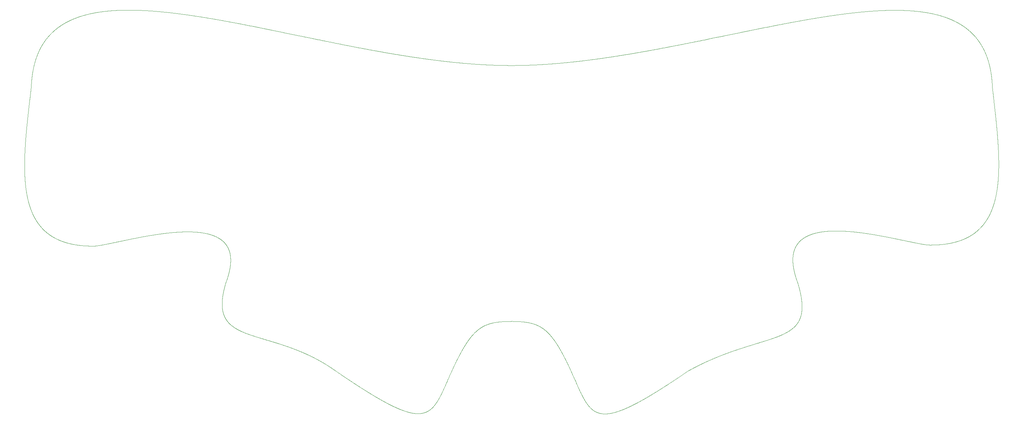
<source format=gbr>
%TF.GenerationSoftware,KiCad,Pcbnew,9.0.7*%
%TF.CreationDate,2026-02-25T20:28:23+01:00*%
%TF.ProjectId,AFF314KEEB,41464633-3134-44b4-9545-422e6b696361,rev?*%
%TF.SameCoordinates,Original*%
%TF.FileFunction,Profile,NP*%
%FSLAX46Y46*%
G04 Gerber Fmt 4.6, Leading zero omitted, Abs format (unit mm)*
G04 Created by KiCad (PCBNEW 9.0.7) date 2026-02-25 20:28:23*
%MOMM*%
%LPD*%
G01*
G04 APERTURE LIST*
%ADD10C,0.050000*%
G04 APERTURE END LIST*
D10*
X136260000Y-131990000D02*
X136275743Y-131959825D01*
X136291474Y-131929717D01*
X136307146Y-131899766D01*
X136322805Y-131869881D01*
X136338405Y-131840152D01*
X136353994Y-131810489D01*
X136369524Y-131780979D01*
X136385043Y-131751535D01*
X136400504Y-131722243D01*
X136415953Y-131693015D01*
X136431346Y-131663938D01*
X136446728Y-131634925D01*
X136462053Y-131606060D01*
X136477368Y-131577259D01*
X136492626Y-131548605D01*
X136507874Y-131520015D01*
X136523067Y-131491569D01*
X136538250Y-131463186D01*
X136553378Y-131434947D01*
X136568496Y-131406770D01*
X136583560Y-131378735D01*
X136598613Y-131350762D01*
X136613614Y-131322929D01*
X136628605Y-131295157D01*
X136643543Y-131267524D01*
X136658472Y-131239952D01*
X136673348Y-131212518D01*
X136688215Y-131185144D01*
X136703031Y-131157905D01*
X136717837Y-131130727D01*
X136732593Y-131103682D01*
X136747339Y-131076698D01*
X136762035Y-131049846D01*
X136776722Y-131023053D01*
X136791359Y-130996391D01*
X136805987Y-130969788D01*
X136820567Y-130943315D01*
X136835137Y-130916901D01*
X136849660Y-130890615D01*
X136864173Y-130864386D01*
X136878639Y-130838285D01*
X136893096Y-130812241D01*
X136907506Y-130786323D01*
X136921907Y-130760462D01*
X136936262Y-130734725D01*
X136950608Y-130709045D01*
X136964909Y-130683488D01*
X136979201Y-130657987D01*
X136993447Y-130632608D01*
X137007685Y-130607285D01*
X137021879Y-130582082D01*
X137036064Y-130556935D01*
X137050205Y-130531907D01*
X137064338Y-130506933D01*
X137078427Y-130482078D01*
X137092508Y-130457278D01*
X137106546Y-130432594D01*
X137120576Y-130407965D01*
X137134563Y-130383451D01*
X137148543Y-130358991D01*
X137162480Y-130334645D01*
X137176410Y-130310353D01*
X137190298Y-130286174D01*
X137204179Y-130262048D01*
X137218018Y-130238034D01*
X137231850Y-130214073D01*
X137245640Y-130190223D01*
X137259424Y-130166425D01*
X137273168Y-130142737D01*
X137286904Y-130119100D01*
X137300600Y-130095573D01*
X137314290Y-130072097D01*
X137327940Y-130048729D01*
X137341583Y-130025412D01*
X137355187Y-130002202D01*
X137368784Y-129979042D01*
X137382343Y-129955988D01*
X137395895Y-129932984D01*
X137409408Y-129910086D01*
X137422916Y-129887237D01*
X137436385Y-129864491D01*
X137449849Y-129841795D01*
X137463275Y-129819202D01*
X137476694Y-129796659D01*
X137490077Y-129774216D01*
X137503454Y-129751823D01*
X137516794Y-129729530D01*
X137530128Y-129707286D01*
X137543426Y-129685142D01*
X137556718Y-129663046D01*
X137569974Y-129641048D01*
X137583224Y-129619099D01*
X137596439Y-129597247D01*
X137609649Y-129575443D01*
X137622823Y-129553736D01*
X137635992Y-129532076D01*
X137649127Y-129510511D01*
X137662256Y-129488994D01*
X137675350Y-129467572D01*
X137688440Y-129446196D01*
X137701495Y-129424915D01*
X137714545Y-129403680D01*
X137727562Y-129382538D01*
X137740574Y-129361442D01*
X137753552Y-129340438D01*
X137766526Y-129319480D01*
X137779466Y-129298614D01*
X137792402Y-129277792D01*
X137805306Y-129257062D01*
X137818205Y-129236376D01*
X137831071Y-129215781D01*
X137843933Y-129195230D01*
X137856763Y-129174768D01*
X137869589Y-129154350D01*
X137882383Y-129134021D01*
X137895173Y-129113736D01*
X137907931Y-129093538D01*
X137920686Y-129073384D01*
X137933409Y-129053316D01*
X137946128Y-129033292D01*
X137958817Y-129013354D01*
X137971502Y-128993459D01*
X137984157Y-128973649D01*
X137996807Y-128953882D01*
X138009428Y-128934199D01*
X138022045Y-128914559D01*
X138034632Y-128895002D01*
X138047216Y-128875488D01*
X138059770Y-128856056D01*
X138072321Y-128836667D01*
X138084843Y-128817359D01*
X138097361Y-128798093D01*
X138109851Y-128778909D01*
X138122337Y-128759766D01*
X138134795Y-128740703D01*
X138147249Y-128721682D01*
X138159675Y-128702741D01*
X138172099Y-128683841D01*
X138184494Y-128665019D01*
X138196886Y-128646239D01*
X138209251Y-128627536D01*
X138221613Y-128608875D01*
X138233948Y-128590291D01*
X138246279Y-128571747D01*
X138258584Y-128553280D01*
X138270886Y-128534854D01*
X138283161Y-128516503D01*
X138295434Y-128498192D01*
X138307680Y-128479957D01*
X138319923Y-128461761D01*
X138332141Y-128443641D01*
X138344356Y-128425559D01*
X138356545Y-128407552D01*
X138368732Y-128389584D01*
X138380893Y-128371689D01*
X138393051Y-128353834D01*
X138405185Y-128336050D01*
X138417316Y-128318306D01*
X138429422Y-128300634D01*
X138441526Y-128283001D01*
X138453606Y-128265439D01*
X138465683Y-128247915D01*
X138477735Y-128230462D01*
X138489786Y-128213047D01*
X138501813Y-128195703D01*
X138513837Y-128178396D01*
X138525838Y-128161159D01*
X138537836Y-128143959D01*
X138549811Y-128126829D01*
X138561785Y-128109736D01*
X138573735Y-128092711D01*
X138585683Y-128075723D01*
X138597608Y-128058803D01*
X138609531Y-128041921D01*
X138621431Y-128025105D01*
X138633330Y-128008326D01*
X138645206Y-127991614D01*
X138657081Y-127974938D01*
X138668934Y-127958329D01*
X138680784Y-127941755D01*
X138692613Y-127925248D01*
X138704441Y-127908776D01*
X138716246Y-127892369D01*
X138728050Y-127875998D01*
X138739833Y-127859692D01*
X138751615Y-127843421D01*
X138763375Y-127827214D01*
X138775133Y-127811043D01*
X138786871Y-127794934D01*
X138798608Y-127778861D01*
X138810324Y-127762851D01*
X138822038Y-127746876D01*
X138833732Y-127730963D01*
X138845426Y-127715085D01*
X138857098Y-127699269D01*
X138868770Y-127683487D01*
X138880422Y-127667766D01*
X138892073Y-127652080D01*
X138903704Y-127636455D01*
X138915334Y-127620864D01*
X138926944Y-127605333D01*
X138938554Y-127589836D01*
X138950144Y-127574398D01*
X138961734Y-127558995D01*
X138973304Y-127543651D01*
X138984874Y-127528340D01*
X138996425Y-127513088D01*
X139007975Y-127497870D01*
X139019507Y-127482710D01*
X139031038Y-127467583D01*
X139042551Y-127452513D01*
X139054063Y-127437477D01*
X139065557Y-127422498D01*
X139077050Y-127407552D01*
X139088526Y-127392663D01*
X139100001Y-127377806D01*
X139111458Y-127363006D01*
X139122915Y-127348238D01*
X139134355Y-127333526D01*
X139145794Y-127318847D01*
X139157216Y-127304222D01*
X139168638Y-127289630D01*
X139180042Y-127275093D01*
X139191447Y-127260588D01*
X139202834Y-127246137D01*
X139214222Y-127231719D01*
X139225593Y-127217353D01*
X139236964Y-127203020D01*
X139248318Y-127188741D01*
X139259672Y-127174493D01*
X139271010Y-127160297D01*
X139282349Y-127146134D01*
X139293671Y-127132022D01*
X139304993Y-127117943D01*
X139316300Y-127103915D01*
X139327607Y-127089918D01*
X139338898Y-127075973D01*
X139350189Y-127062059D01*
X139361465Y-127048196D01*
X139372741Y-127034365D01*
X139384002Y-127020583D01*
X139395264Y-127006833D01*
X139406510Y-126993133D01*
X139417757Y-126979463D01*
X139428989Y-126965843D01*
X139440222Y-126952254D01*
X139451440Y-126938715D01*
X139462659Y-126925205D01*
X139473863Y-126911745D01*
X139485068Y-126898315D01*
X139496258Y-126884933D01*
X139507450Y-126871581D01*
X139518627Y-126858278D01*
X139529805Y-126845004D01*
X139540969Y-126831779D01*
X139552134Y-126818583D01*
X139563285Y-126805434D01*
X139574437Y-126792315D01*
X139585576Y-126779243D01*
X139596716Y-126766201D01*
X139607842Y-126753205D01*
X139618970Y-126740238D01*
X139630084Y-126727318D01*
X139641199Y-126714427D01*
X139652302Y-126701582D01*
X139663405Y-126688765D01*
X139674496Y-126675995D01*
X139685588Y-126663253D01*
X139696668Y-126650556D01*
X139707749Y-126637888D01*
X139718817Y-126625265D01*
X139729887Y-126612670D01*
X139740944Y-126600120D01*
X139752003Y-126587598D01*
X139763050Y-126575120D01*
X139774099Y-126562671D01*
X139785135Y-126550265D01*
X139796173Y-126537888D01*
X139807200Y-126525553D01*
X139818228Y-126513247D01*
X139829244Y-126500984D01*
X139840263Y-126488749D01*
X139851269Y-126476556D01*
X139862278Y-126464392D01*
X139873276Y-126452269D01*
X139884275Y-126440174D01*
X139895263Y-126428121D01*
X139906253Y-126416096D01*
X139917232Y-126404112D01*
X139928214Y-126392155D01*
X139939184Y-126380240D01*
X139950157Y-126368352D01*
X139961119Y-126356505D01*
X139972083Y-126344686D01*
X139983037Y-126332906D01*
X139993993Y-126321154D01*
X140004939Y-126309442D01*
X140015887Y-126297757D01*
X140026825Y-126286112D01*
X140037765Y-126274494D01*
X140048695Y-126262915D01*
X140059628Y-126251364D01*
X140070551Y-126239851D01*
X140081477Y-126228365D01*
X140092393Y-126216918D01*
X140103311Y-126205497D01*
X140114221Y-126194115D01*
X140125132Y-126182759D01*
X140136035Y-126171442D01*
X140146940Y-126160151D01*
X140157836Y-126148898D01*
X140168735Y-126137671D01*
X140179625Y-126126481D01*
X140190518Y-126115318D01*
X140201402Y-126104192D01*
X140212288Y-126093092D01*
X140223167Y-126082029D01*
X140234048Y-126070992D01*
X140244921Y-126059992D01*
X140255796Y-126049017D01*
X140266664Y-126038079D01*
X140277534Y-126027167D01*
X140288397Y-126016290D01*
X140299262Y-126005439D01*
X140310120Y-125994624D01*
X140320981Y-125983835D01*
X140331834Y-125973081D01*
X140342690Y-125962352D01*
X140353539Y-125951659D01*
X140364390Y-125940991D01*
X140375235Y-125930357D01*
X140386083Y-125919749D01*
X140396923Y-125909176D01*
X140407767Y-125898627D01*
X140418604Y-125888113D01*
X140429444Y-125877624D01*
X140440278Y-125867169D01*
X140451115Y-125856739D01*
X140461945Y-125846343D01*
X140472778Y-125835972D01*
X140483606Y-125825634D01*
X140494436Y-125815320D01*
X140505261Y-125805040D01*
X140516088Y-125794785D01*
X140526910Y-125784562D01*
X140537736Y-125774365D01*
X140548555Y-125764199D01*
X140559378Y-125754058D01*
X140570196Y-125743950D01*
X140581016Y-125733866D01*
X140591832Y-125723814D01*
X140602651Y-125713786D01*
X140613465Y-125703791D01*
X140624282Y-125693819D01*
X140635094Y-125683879D01*
X140645910Y-125673963D01*
X140656721Y-125664079D01*
X140667536Y-125654218D01*
X140678346Y-125644389D01*
X140689159Y-125634583D01*
X140699969Y-125624808D01*
X140710781Y-125615057D01*
X140721590Y-125605337D01*
X140732402Y-125595641D01*
X140743211Y-125585974D01*
X140754023Y-125576332D01*
X140764831Y-125566719D01*
X140775643Y-125557131D01*
X140786451Y-125547572D01*
X140797263Y-125538036D01*
X140808072Y-125528530D01*
X140818884Y-125519048D01*
X140829693Y-125509594D01*
X140840506Y-125500165D01*
X140851316Y-125490764D01*
X140862129Y-125481386D01*
X140872940Y-125472038D01*
X140883755Y-125462712D01*
X140894567Y-125453416D01*
X140905383Y-125444142D01*
X140916196Y-125434897D01*
X140927014Y-125425675D01*
X140937829Y-125416481D01*
X140948648Y-125407309D01*
X140959464Y-125398166D01*
X140970285Y-125389046D01*
X140981104Y-125379953D01*
X140991927Y-125370884D01*
X141002749Y-125361841D01*
X141013574Y-125352822D01*
X141024398Y-125343829D01*
X141035226Y-125334860D01*
X141046052Y-125325917D01*
X141056883Y-125316997D01*
X141067712Y-125308104D01*
X141078546Y-125299233D01*
X141089379Y-125290389D01*
X141100216Y-125281567D01*
X141111052Y-125272772D01*
X141121892Y-125263999D01*
X141132732Y-125255252D01*
X141143576Y-125246527D01*
X141154420Y-125237829D01*
X141165268Y-125229152D01*
X141176116Y-125220502D01*
X141186968Y-125211873D01*
X141197820Y-125203270D01*
X141208676Y-125194689D01*
X141219533Y-125186134D01*
X141230394Y-125177600D01*
X141241255Y-125169092D01*
X141252121Y-125160606D01*
X141262988Y-125152144D01*
X141273859Y-125143704D01*
X141284730Y-125135289D01*
X141295607Y-125126896D01*
X141306484Y-125118528D01*
X141317365Y-125110181D01*
X141328248Y-125101858D01*
X141339136Y-125093557D01*
X141350024Y-125085281D01*
X141360918Y-125077025D01*
X141371813Y-125068794D01*
X141382712Y-125060584D01*
X141393614Y-125052399D01*
X141404520Y-125044234D01*
X141415427Y-125036093D01*
X141426340Y-125027974D01*
X141437255Y-125019877D01*
X141448174Y-125011803D01*
X141459096Y-125003751D01*
X141470023Y-124995721D01*
X141480952Y-124987713D01*
X141491886Y-124979727D01*
X141502823Y-124971764D01*
X141513764Y-124963822D01*
X141524709Y-124955902D01*
X141535658Y-124948004D01*
X141546611Y-124940128D01*
X141557568Y-124932273D01*
X141568529Y-124924440D01*
X141579495Y-124916628D01*
X141590464Y-124908839D01*
X141601438Y-124901070D01*
X141612416Y-124893323D01*
X141623399Y-124885597D01*
X141634386Y-124877893D01*
X141645378Y-124870210D01*
X141656374Y-124862548D01*
X141667376Y-124854907D01*
X141678381Y-124847287D01*
X141689392Y-124839688D01*
X141700408Y-124832111D01*
X141711428Y-124824553D01*
X141722453Y-124817017D01*
X141733484Y-124809502D01*
X141744519Y-124802007D01*
X141755560Y-124794533D01*
X141766606Y-124787080D01*
X141777657Y-124779647D01*
X141788714Y-124772235D01*
X141799776Y-124764843D01*
X141810843Y-124757471D01*
X141821916Y-124750120D01*
X141832995Y-124742789D01*
X141844079Y-124735479D01*
X141855169Y-124728188D01*
X141866264Y-124720918D01*
X141877366Y-124713668D01*
X141888473Y-124706438D01*
X141899587Y-124699227D01*
X141910706Y-124692037D01*
X141921832Y-124684866D01*
X141932963Y-124677716D01*
X141944101Y-124670585D01*
X141955245Y-124663474D01*
X141966396Y-124656382D01*
X141977553Y-124649311D01*
X141988717Y-124642258D01*
X141999886Y-124635226D01*
X142011063Y-124628212D01*
X142022246Y-124621218D01*
X142033436Y-124614244D01*
X142044633Y-124607289D01*
X142055837Y-124600352D01*
X142067047Y-124593436D01*
X142078265Y-124586538D01*
X142089489Y-124579660D01*
X142100722Y-124572801D01*
X142111960Y-124565961D01*
X142134460Y-124552337D01*
X142156989Y-124538789D01*
X142179548Y-124525316D01*
X142202138Y-124511918D01*
X142224760Y-124498595D01*
X142247412Y-124485345D01*
X142270098Y-124472170D01*
X142292816Y-124459068D01*
X142315567Y-124446038D01*
X142338352Y-124433082D01*
X142361172Y-124420198D01*
X142384027Y-124407386D01*
X142406917Y-124394646D01*
X142429843Y-124381977D01*
X142452807Y-124369379D01*
X142475807Y-124356852D01*
X142498846Y-124344396D01*
X142521923Y-124332009D01*
X142545039Y-124319693D01*
X142568194Y-124307445D01*
X142591390Y-124295267D01*
X142614627Y-124283158D01*
X142637905Y-124271117D01*
X142661225Y-124259145D01*
X142684588Y-124247241D01*
X142707994Y-124235404D01*
X142731444Y-124223635D01*
X142754939Y-124211933D01*
X142778479Y-124200298D01*
X142802064Y-124188729D01*
X142825696Y-124177227D01*
X142849375Y-124165790D01*
X142873102Y-124154420D01*
X142896877Y-124143115D01*
X142920701Y-124131875D01*
X142944575Y-124120700D01*
X142968499Y-124109590D01*
X142992475Y-124098544D01*
X143016502Y-124087562D01*
X143040581Y-124076645D01*
X143064713Y-124065791D01*
X143088900Y-124055001D01*
X143113140Y-124044274D01*
X143137436Y-124033610D01*
X143161788Y-124023009D01*
X143186196Y-124012470D01*
X143210662Y-124001994D01*
X143235186Y-123991580D01*
X143259769Y-123981228D01*
X143284411Y-123970937D01*
X143309114Y-123960708D01*
X143333877Y-123950540D01*
X143358703Y-123940433D01*
X143383591Y-123930388D01*
X143408542Y-123920402D01*
X143433558Y-123910478D01*
X143458639Y-123900613D01*
X143483785Y-123890809D01*
X143508998Y-123881064D01*
X143534278Y-123871379D01*
X143559627Y-123861754D01*
X143585045Y-123852188D01*
X143610532Y-123842681D01*
X143636091Y-123833233D01*
X143661721Y-123823843D01*
X143687423Y-123814513D01*
X143713199Y-123805241D01*
X143739049Y-123796027D01*
X143764974Y-123786871D01*
X143790975Y-123777774D01*
X143817053Y-123768734D01*
X143843209Y-123759751D01*
X143869444Y-123750826D01*
X143895758Y-123741959D01*
X143922153Y-123733149D01*
X143948630Y-123724396D01*
X143975190Y-123715699D01*
X144001833Y-123707060D01*
X144028560Y-123698477D01*
X144055374Y-123689951D01*
X144082274Y-123681481D01*
X144109261Y-123673067D01*
X144136337Y-123664709D01*
X144163503Y-123656408D01*
X144190760Y-123648162D01*
X144218109Y-123639972D01*
X144245551Y-123631837D01*
X144273087Y-123623758D01*
X144300718Y-123615735D01*
X144328445Y-123607767D01*
X144356270Y-123599854D01*
X144384194Y-123591996D01*
X144412217Y-123584193D01*
X144440342Y-123576445D01*
X144468569Y-123568751D01*
X144496899Y-123561113D01*
X144525334Y-123553529D01*
X144553874Y-123545999D01*
X144582522Y-123538524D01*
X144611279Y-123531104D01*
X144640145Y-123523737D01*
X144669123Y-123516425D01*
X144698213Y-123509167D01*
X144727417Y-123501962D01*
X144756736Y-123494812D01*
X144786171Y-123487716D01*
X144815725Y-123480673D01*
X144845398Y-123473684D01*
X144875192Y-123466749D01*
X144905109Y-123459868D01*
X144935149Y-123453040D01*
X144965315Y-123446265D01*
X144995608Y-123439544D01*
X145026029Y-123432876D01*
X145056580Y-123426262D01*
X145087264Y-123419701D01*
X145118080Y-123413193D01*
X145149032Y-123406739D01*
X145180120Y-123400337D01*
X145211347Y-123393989D01*
X145242714Y-123387694D01*
X145274223Y-123381452D01*
X145305876Y-123375263D01*
X145337675Y-123369127D01*
X145369621Y-123363044D01*
X145401716Y-123357013D01*
X145433963Y-123351036D01*
X145466363Y-123345112D01*
X145498919Y-123339240D01*
X145531631Y-123333422D01*
X145564503Y-123327656D01*
X145597537Y-123321943D01*
X145630734Y-123316283D01*
X145664097Y-123310676D01*
X145697628Y-123305122D01*
X145731329Y-123299621D01*
X145765203Y-123294172D01*
X145799252Y-123288776D01*
X145833478Y-123283433D01*
X145867884Y-123278143D01*
X145902472Y-123272906D01*
X145937244Y-123267722D01*
X145972204Y-123262591D01*
X146007354Y-123257512D01*
X146042697Y-123252487D01*
X146078235Y-123247515D01*
X146113971Y-123242595D01*
X146149908Y-123237729D01*
X146186048Y-123232915D01*
X146222396Y-123228155D01*
X146258954Y-123223448D01*
X146295724Y-123218794D01*
X146332711Y-123214194D01*
X146369917Y-123209646D01*
X146407346Y-123205152D01*
X146445000Y-123200712D01*
X146482884Y-123196324D01*
X146521002Y-123191991D01*
X146559356Y-123187710D01*
X146597950Y-123183484D01*
X146636788Y-123179311D01*
X146675874Y-123175192D01*
X146715213Y-123171126D01*
X146754807Y-123167115D01*
X146794661Y-123163158D01*
X146834780Y-123159254D01*
X146875168Y-123155405D01*
X146915829Y-123151610D01*
X146956769Y-123147870D01*
X146997990Y-123144183D01*
X147039500Y-123140552D01*
X147081302Y-123136975D01*
X147123402Y-123133452D01*
X147165804Y-123129985D01*
X147208515Y-123126572D01*
X147251540Y-123123215D01*
X147294885Y-123119913D01*
X147338555Y-123116666D01*
X147382557Y-123113475D01*
X147426897Y-123110339D01*
X147471581Y-123107259D01*
X147516616Y-123104235D01*
X147562009Y-123101267D01*
X147607767Y-123098355D01*
X147653898Y-123095500D01*
X147700408Y-123092701D01*
X147747306Y-123089959D01*
X147794600Y-123087274D01*
X147842297Y-123084645D01*
X147890408Y-123082075D01*
X147938939Y-123079561D01*
X147987902Y-123077105D01*
X148037306Y-123074707D01*
X148087159Y-123072368D01*
X148137474Y-123070086D01*
X148188260Y-123067863D01*
X148239529Y-123065699D01*
X148291292Y-123063594D01*
X148343562Y-123061549D01*
X148396350Y-123059563D01*
X148449671Y-123057637D01*
X148503538Y-123055771D01*
X148557964Y-123053965D01*
X148612966Y-123052221D01*
X148668559Y-123050537D01*
X148724758Y-123048915D01*
X148781582Y-123047355D01*
X148839047Y-123045857D01*
X148897174Y-123044422D01*
X148955982Y-123043049D01*
X149015491Y-123041741D01*
X149075725Y-123040496D01*
X149136705Y-123039315D01*
X149198457Y-123038199D01*
X149261006Y-123037149D01*
X149324381Y-123036165D01*
X149388609Y-123035247D01*
X149453723Y-123034396D01*
X149519755Y-123033613D01*
X149586740Y-123032898D01*
X149654717Y-123032253D01*
X149723725Y-123031677D01*
X149793807Y-123031173D01*
X149865010Y-123030739D01*
X149937385Y-123030379D01*
X150010984Y-123030092D01*
X150040000Y-123030000D01*
X104370000Y-135830000D02*
X104439631Y-135877810D01*
X104509130Y-135925505D01*
X104578260Y-135972922D01*
X104647260Y-136020226D01*
X104715896Y-136067256D01*
X104784401Y-136114172D01*
X104852547Y-136160818D01*
X104920565Y-136207352D01*
X104988227Y-136253618D01*
X105055761Y-136299772D01*
X105122944Y-136345662D01*
X105190000Y-136391442D01*
X105256709Y-136436960D01*
X105323293Y-136482368D01*
X105389533Y-136527518D01*
X105455649Y-136572559D01*
X105521425Y-136617344D01*
X105587078Y-136662021D01*
X105652395Y-136706446D01*
X105717591Y-136750763D01*
X105782454Y-136794830D01*
X105847196Y-136838791D01*
X105911609Y-136882504D01*
X105975903Y-136926112D01*
X106039872Y-136969476D01*
X106103722Y-137012734D01*
X106167251Y-137055751D01*
X106230662Y-137098664D01*
X106293754Y-137141337D01*
X106356731Y-137183908D01*
X106419392Y-137226241D01*
X106481938Y-137268472D01*
X106544173Y-137310469D01*
X106606293Y-137352365D01*
X106668105Y-137394028D01*
X106729804Y-137435591D01*
X106791198Y-137476925D01*
X106852479Y-137518158D01*
X106913459Y-137559165D01*
X106974327Y-137600072D01*
X107034897Y-137640754D01*
X107095356Y-137681338D01*
X107155520Y-137721700D01*
X107215573Y-137761964D01*
X107275335Y-137802008D01*
X107334988Y-137841955D01*
X107394352Y-137881684D01*
X107453608Y-137921317D01*
X107512578Y-137960735D01*
X107571440Y-138000056D01*
X107630019Y-138039165D01*
X107688492Y-138078178D01*
X107746685Y-138116981D01*
X107804773Y-138155689D01*
X107862583Y-138194188D01*
X107920288Y-138232593D01*
X107977719Y-138270792D01*
X108035046Y-138308897D01*
X108092101Y-138346798D01*
X108149054Y-138384606D01*
X108205737Y-138422212D01*
X108262318Y-138459726D01*
X108318633Y-138497039D01*
X108374846Y-138534262D01*
X108430796Y-138571285D01*
X108486646Y-138608218D01*
X108542234Y-138644955D01*
X108597722Y-138681601D01*
X108652952Y-138718053D01*
X108708083Y-138754415D01*
X108762958Y-138790585D01*
X108817735Y-138826666D01*
X108872258Y-138862555D01*
X108926684Y-138898357D01*
X108980859Y-138933970D01*
X109034937Y-138969495D01*
X109088767Y-139004833D01*
X109142500Y-139040085D01*
X109195988Y-139075150D01*
X109249380Y-139110129D01*
X109302529Y-139144925D01*
X109355583Y-139179635D01*
X109408396Y-139214163D01*
X109461115Y-139248606D01*
X109513594Y-139282868D01*
X109565981Y-139317046D01*
X109618131Y-139351046D01*
X109670188Y-139384961D01*
X109722011Y-139418700D01*
X109773742Y-139452355D01*
X109825241Y-139485835D01*
X109876649Y-139519232D01*
X109927826Y-139552455D01*
X109978913Y-139585596D01*
X110029772Y-139618565D01*
X110080542Y-139651452D01*
X110131085Y-139684169D01*
X110181540Y-139716805D01*
X110231771Y-139749272D01*
X110281913Y-139781658D01*
X110331834Y-139813877D01*
X110381667Y-139846015D01*
X110431280Y-139877988D01*
X110480806Y-139909881D01*
X110530114Y-139941610D01*
X110579337Y-139973260D01*
X110628343Y-140004747D01*
X110677264Y-140036155D01*
X110725970Y-140067402D01*
X110774592Y-140098571D01*
X110823002Y-140129580D01*
X110871327Y-140160511D01*
X110919442Y-140191284D01*
X110967474Y-140221980D01*
X111015297Y-140252519D01*
X111063037Y-140282981D01*
X111110571Y-140313288D01*
X111158023Y-140343518D01*
X111205269Y-140373594D01*
X111252434Y-140403595D01*
X111299396Y-140433442D01*
X111346277Y-140463215D01*
X111392957Y-140492836D01*
X111439556Y-140522382D01*
X111485956Y-140551778D01*
X111532276Y-140581100D01*
X111578398Y-140610272D01*
X111624441Y-140639371D01*
X111670288Y-140668323D01*
X111716057Y-140697201D01*
X111761630Y-140725933D01*
X111807126Y-140754592D01*
X111852429Y-140783105D01*
X111897655Y-140811547D01*
X111942690Y-140839844D01*
X111987647Y-140868070D01*
X112032416Y-140896153D01*
X112077107Y-140924165D01*
X112121611Y-140952035D01*
X112166040Y-140979834D01*
X112210282Y-141007493D01*
X112254448Y-141035081D01*
X112298430Y-141062530D01*
X112342338Y-141089909D01*
X112386062Y-141117151D01*
X112429712Y-141144322D01*
X112473180Y-141171357D01*
X112516575Y-141198323D01*
X112559790Y-141225153D01*
X112602931Y-141251914D01*
X112645895Y-141278541D01*
X112688785Y-141305099D01*
X112731498Y-141331524D01*
X112774140Y-141357881D01*
X112816605Y-141384106D01*
X112858999Y-141410263D01*
X112901219Y-141436289D01*
X112943368Y-141462247D01*
X112985344Y-141488076D01*
X113027250Y-141513838D01*
X113068984Y-141539471D01*
X113110648Y-141565038D01*
X113152142Y-141590477D01*
X113193567Y-141615850D01*
X113234823Y-141641096D01*
X113276010Y-141666276D01*
X113317030Y-141691330D01*
X113357981Y-141716320D01*
X113398766Y-141741184D01*
X113439483Y-141765984D01*
X113480036Y-141790660D01*
X113520521Y-141815271D01*
X113560843Y-141839760D01*
X113601098Y-141864185D01*
X113641191Y-141888488D01*
X113681217Y-141912727D01*
X113721083Y-141936845D01*
X113760882Y-141960900D01*
X113800522Y-141984835D01*
X113840096Y-142008708D01*
X113879513Y-142032461D01*
X113918864Y-142056152D01*
X113958058Y-142079725D01*
X113997187Y-142103235D01*
X114036161Y-142126629D01*
X114075070Y-142149961D01*
X114113825Y-142173177D01*
X114152516Y-142196331D01*
X114191054Y-142219371D01*
X114229528Y-142242349D01*
X114267850Y-142265213D01*
X114306110Y-142288015D01*
X114344218Y-142310705D01*
X114382264Y-142333335D01*
X114420160Y-142355852D01*
X114457994Y-142378308D01*
X114495680Y-142400654D01*
X114533303Y-142422939D01*
X114570780Y-142445114D01*
X114608195Y-142467229D01*
X114645464Y-142489235D01*
X114682672Y-142511181D01*
X114719735Y-142533019D01*
X114756737Y-142554798D01*
X114793596Y-142576468D01*
X114830394Y-142598081D01*
X114867050Y-142619586D01*
X114903645Y-142641033D01*
X114940099Y-142662373D01*
X114976494Y-142683656D01*
X115012748Y-142704833D01*
X115048943Y-142725953D01*
X115084998Y-142746968D01*
X115120995Y-142767926D01*
X115156854Y-142788780D01*
X115192654Y-142809576D01*
X115228317Y-142830270D01*
X115263922Y-142850908D01*
X115299390Y-142871443D01*
X115334801Y-142891921D01*
X115370077Y-142912299D01*
X115405296Y-142932620D01*
X115440380Y-142952840D01*
X115475408Y-142973005D01*
X115510302Y-142993070D01*
X115545140Y-143013080D01*
X115579846Y-143032990D01*
X115614495Y-143052845D01*
X115649014Y-143072602D01*
X115683476Y-143092304D01*
X115717809Y-143111908D01*
X115752086Y-143131458D01*
X115786233Y-143150911D01*
X115820326Y-143170310D01*
X115854290Y-143189612D01*
X115888200Y-143208861D01*
X115921983Y-143228014D01*
X115955711Y-143247113D01*
X115989312Y-143266118D01*
X116022860Y-143285069D01*
X116056282Y-143303927D01*
X116089651Y-143322731D01*
X116122895Y-143341442D01*
X116156086Y-143360100D01*
X116189153Y-143378666D01*
X116222167Y-143397179D01*
X116255059Y-143415600D01*
X116287898Y-143433969D01*
X116320615Y-143452246D01*
X116353280Y-143470472D01*
X116385823Y-143488607D01*
X116418315Y-143506690D01*
X116450687Y-143524684D01*
X116483007Y-143542626D01*
X116515208Y-143560479D01*
X116547358Y-143578281D01*
X116579389Y-143595994D01*
X116611370Y-143613656D01*
X116643233Y-143631231D01*
X116675045Y-143648754D01*
X116706741Y-143666191D01*
X116738386Y-143683577D01*
X116769916Y-143700876D01*
X116801396Y-143718126D01*
X116832760Y-143735289D01*
X116864075Y-143752403D01*
X116895276Y-143769431D01*
X116926428Y-143786410D01*
X116957466Y-143803304D01*
X116988455Y-143820149D01*
X117019332Y-143836909D01*
X117050159Y-143853621D01*
X117080875Y-143870249D01*
X117111543Y-143886828D01*
X117142100Y-143903324D01*
X117172609Y-143919772D01*
X117203007Y-143936137D01*
X117233358Y-143952454D01*
X117263599Y-143968690D01*
X117293793Y-143984877D01*
X117323878Y-144000984D01*
X117353916Y-144017042D01*
X117383846Y-144033020D01*
X117413729Y-144048951D01*
X117443505Y-144064801D01*
X117473235Y-144080604D01*
X117502858Y-144096328D01*
X117532434Y-144112005D01*
X117561905Y-144127603D01*
X117591331Y-144143154D01*
X117620651Y-144158627D01*
X117649925Y-144174053D01*
X117679096Y-144189401D01*
X117708221Y-144204704D01*
X117737242Y-144219929D01*
X117766218Y-144235108D01*
X117795092Y-144250210D01*
X117823920Y-144265267D01*
X117852647Y-144280247D01*
X117881329Y-144295182D01*
X117909910Y-144310041D01*
X117938446Y-144324855D01*
X117966882Y-144339594D01*
X117995274Y-144354288D01*
X118023566Y-144368907D01*
X118051814Y-144383482D01*
X118079962Y-144397982D01*
X118108068Y-144412438D01*
X118136074Y-144426820D01*
X118164038Y-144441158D01*
X118191903Y-144455423D01*
X118219726Y-144469644D01*
X118247451Y-144483792D01*
X118275134Y-144497896D01*
X118302720Y-144511929D01*
X118330264Y-144525917D01*
X118357712Y-144539834D01*
X118385117Y-144553708D01*
X118412428Y-144567511D01*
X118439696Y-144581270D01*
X118466870Y-144594959D01*
X118494002Y-144608605D01*
X118521040Y-144622181D01*
X118548037Y-144635714D01*
X118574940Y-144649177D01*
X118601803Y-144662598D01*
X118628572Y-144675950D01*
X118655301Y-144689259D01*
X118681937Y-144702500D01*
X118708533Y-144715699D01*
X118735038Y-144728830D01*
X118761502Y-144741918D01*
X118787875Y-144754939D01*
X118814208Y-144767918D01*
X118840451Y-144780831D01*
X118866654Y-144793701D01*
X118892767Y-144806505D01*
X118918841Y-144819267D01*
X118944825Y-144831963D01*
X118970770Y-144844618D01*
X118996627Y-144857208D01*
X119022445Y-144869756D01*
X119048174Y-144882239D01*
X119073865Y-144894681D01*
X119099468Y-144907058D01*
X119125033Y-144919395D01*
X119150511Y-144931667D01*
X119175950Y-144943899D01*
X119201304Y-144956067D01*
X119226619Y-144968195D01*
X119251849Y-144980259D01*
X119277040Y-144992284D01*
X119302147Y-145004245D01*
X119327215Y-145016166D01*
X119352200Y-145028025D01*
X119377147Y-145039844D01*
X119402010Y-145051601D01*
X119426835Y-145063318D01*
X119451577Y-145074974D01*
X119476283Y-145086590D01*
X119500905Y-145098145D01*
X119525491Y-145109661D01*
X119549994Y-145121116D01*
X119574460Y-145132532D01*
X119598845Y-145143888D01*
X119623194Y-145155204D01*
X119647461Y-145166461D01*
X119671692Y-145177679D01*
X119695843Y-145188838D01*
X119719957Y-145199958D01*
X119743992Y-145211019D01*
X119767990Y-145222041D01*
X119791909Y-145233005D01*
X119815793Y-145243931D01*
X119839597Y-145254798D01*
X119863366Y-145265627D01*
X119887057Y-145276399D01*
X119910712Y-145287132D01*
X119934289Y-145297809D01*
X119957832Y-145308447D01*
X119981296Y-145319028D01*
X120004726Y-145329572D01*
X120028080Y-145340059D01*
X120051398Y-145350509D01*
X120074640Y-145360903D01*
X120097848Y-145371259D01*
X120120979Y-145381559D01*
X120144077Y-145391823D01*
X120167099Y-145402031D01*
X120190087Y-145412201D01*
X120213000Y-145422317D01*
X120235879Y-145432396D01*
X120258684Y-145442421D01*
X120281455Y-145452409D01*
X120304152Y-145462342D01*
X120326816Y-145472239D01*
X120349406Y-145482082D01*
X120371963Y-145491889D01*
X120394447Y-145501642D01*
X120416898Y-145511359D01*
X120439277Y-145521023D01*
X120461622Y-145530651D01*
X120483896Y-145540226D01*
X120506137Y-145549765D01*
X120528306Y-145559252D01*
X120550443Y-145568703D01*
X120572508Y-145578102D01*
X120594541Y-145587465D01*
X120616504Y-145596777D01*
X120638434Y-145606053D01*
X120660295Y-145615278D01*
X120682123Y-145624468D01*
X120703882Y-145633607D01*
X120725608Y-145642710D01*
X120747266Y-145651763D01*
X120768892Y-145660781D01*
X120790449Y-145669748D01*
X120811975Y-145678681D01*
X120833432Y-145687564D01*
X120854858Y-145696412D01*
X120876216Y-145705211D01*
X120897543Y-145713975D01*
X120918803Y-145722689D01*
X120940031Y-145731370D01*
X120961193Y-145740001D01*
X120982324Y-145748598D01*
X121003388Y-145757147D01*
X121024421Y-145765661D01*
X121045389Y-145774128D01*
X121066326Y-145782560D01*
X121087197Y-145790944D01*
X121108038Y-145799295D01*
X121128814Y-145807597D01*
X121149560Y-145815867D01*
X121170240Y-145824088D01*
X121190891Y-145832277D01*
X121211478Y-145840418D01*
X121232034Y-145848526D01*
X121252527Y-145856587D01*
X121272990Y-145864616D01*
X121293389Y-145872597D01*
X121313759Y-145880546D01*
X121334066Y-145888448D01*
X121354343Y-145896318D01*
X121374558Y-145904142D01*
X121394743Y-145911933D01*
X121414866Y-145919679D01*
X121434960Y-145927392D01*
X121454993Y-145935059D01*
X121474996Y-145942695D01*
X121494938Y-145950285D01*
X121514851Y-145957843D01*
X121534703Y-145965357D01*
X121554526Y-145972838D01*
X121574289Y-145980275D01*
X121594023Y-145987680D01*
X121613697Y-145995041D01*
X121633343Y-146002370D01*
X121652928Y-146009655D01*
X121672486Y-146016908D01*
X121691984Y-146024118D01*
X121711454Y-146031297D01*
X121730865Y-146038432D01*
X121750248Y-146045536D01*
X121769573Y-146052596D01*
X121788869Y-146059626D01*
X121808108Y-146066613D01*
X121827319Y-146073568D01*
X121846471Y-146080482D01*
X121865597Y-146087364D01*
X121884665Y-146094204D01*
X121903705Y-146101013D01*
X121922688Y-146107780D01*
X121941645Y-146114517D01*
X121960544Y-146121212D01*
X121979417Y-146127876D01*
X121998232Y-146134499D01*
X122017022Y-146141092D01*
X122035754Y-146147644D01*
X122054461Y-146154165D01*
X122073111Y-146160645D01*
X122091735Y-146167095D01*
X122110304Y-146173505D01*
X122128846Y-146179884D01*
X122147333Y-146186223D01*
X122165794Y-146192533D01*
X122184200Y-146198802D01*
X122202581Y-146205041D01*
X122220906Y-146211241D01*
X122239206Y-146217411D01*
X122257452Y-146223541D01*
X122275672Y-146229642D01*
X122293838Y-146235704D01*
X122311979Y-146241736D01*
X122330066Y-146247729D01*
X122348128Y-146253693D01*
X122366137Y-146259618D01*
X122384120Y-146265513D01*
X122402051Y-146271371D01*
X122419957Y-146277199D01*
X122437810Y-146282989D01*
X122455638Y-146288750D01*
X122473414Y-146294473D01*
X122491166Y-146300167D01*
X122508865Y-146305823D01*
X122526540Y-146311451D01*
X122544163Y-146317041D01*
X122561762Y-146322602D01*
X122579310Y-146328126D01*
X122596833Y-146333622D01*
X122614306Y-146339080D01*
X122631754Y-146344510D01*
X122649152Y-146349904D01*
X122666525Y-146355269D01*
X122683849Y-146360597D01*
X122701148Y-146365898D01*
X122718397Y-146371162D01*
X122735623Y-146376398D01*
X122752799Y-146381597D01*
X122769952Y-146386769D01*
X122787055Y-146391905D01*
X122804134Y-146397013D01*
X122821165Y-146402086D01*
X122838172Y-146407131D01*
X122855131Y-146412140D01*
X122872066Y-146417122D01*
X122888953Y-146422068D01*
X122905817Y-146426987D01*
X122922633Y-146431872D01*
X122939425Y-146436728D01*
X122956170Y-146441550D01*
X122972892Y-146446345D01*
X122989567Y-146451105D01*
X123006219Y-146455838D01*
X123022824Y-146460536D01*
X123039406Y-146465208D01*
X123055941Y-146469845D01*
X123072454Y-146474456D01*
X123088920Y-146479032D01*
X123105364Y-146483582D01*
X123121761Y-146488098D01*
X123138136Y-146492587D01*
X123154466Y-146497043D01*
X123170773Y-146501472D01*
X123187035Y-146505868D01*
X123203274Y-146510238D01*
X123219468Y-146514574D01*
X123235641Y-146518884D01*
X123251768Y-146523161D01*
X123267873Y-146527411D01*
X123283934Y-146531630D01*
X123299973Y-146535821D01*
X123315967Y-146539981D01*
X123331940Y-146544114D01*
X123347869Y-146548215D01*
X123363776Y-146552290D01*
X123379639Y-146556333D01*
X123395481Y-146560350D01*
X123411280Y-146564335D01*
X123427057Y-146568294D01*
X123442791Y-146572222D01*
X123458504Y-146576124D01*
X123474173Y-146579994D01*
X123489822Y-146583839D01*
X123505428Y-146587652D01*
X123521013Y-146591440D01*
X123536556Y-146595197D01*
X123552077Y-146598929D01*
X123567557Y-146602629D01*
X123583016Y-146606305D01*
X123598433Y-146609949D01*
X123613829Y-146613568D01*
X123629184Y-146617157D01*
X123644518Y-146620721D01*
X123659811Y-146624254D01*
X123675084Y-146627763D01*
X123690315Y-146631241D01*
X123705526Y-146634694D01*
X123720697Y-146638117D01*
X123735847Y-146641515D01*
X123750957Y-146644884D01*
X123766046Y-146648228D01*
X123781096Y-146651542D01*
X123796125Y-146654831D01*
X123811114Y-146658091D01*
X123826084Y-146661327D01*
X123841014Y-146664533D01*
X123855924Y-146667715D01*
X123870794Y-146670867D01*
X123885645Y-146673995D01*
X123900457Y-146677095D01*
X123915249Y-146680170D01*
X123930002Y-146683216D01*
X123944736Y-146686238D01*
X123959431Y-146689232D01*
X123974107Y-146692201D01*
X123988744Y-146695142D01*
X124003362Y-146698059D01*
X124017942Y-146700947D01*
X124032503Y-146703812D01*
X124047026Y-146706649D01*
X124061530Y-146709461D01*
X124075996Y-146712246D01*
X124090443Y-146715007D01*
X124104853Y-146717740D01*
X124119244Y-146720450D01*
X124133598Y-146723132D01*
X124147932Y-146725790D01*
X124162231Y-146728421D01*
X124176510Y-146731029D01*
X124190753Y-146733609D01*
X124204977Y-146736165D01*
X124219165Y-146738695D01*
X124233334Y-146741201D01*
X124247468Y-146743681D01*
X124261582Y-146746137D01*
X124275661Y-146748566D01*
X124289722Y-146750972D01*
X124303747Y-146753351D01*
X124317754Y-146755707D01*
X124331725Y-146758037D01*
X124345678Y-146760344D01*
X124359596Y-146762624D01*
X124373496Y-146764881D01*
X124387362Y-146767113D01*
X124401209Y-146769321D01*
X124415022Y-146771503D01*
X124428816Y-146773662D01*
X124442577Y-146775796D01*
X124456319Y-146777907D01*
X124470027Y-146779992D01*
X124483718Y-146782054D01*
X124497375Y-146784091D01*
X124511014Y-146786105D01*
X124524619Y-146788094D01*
X124538207Y-146790060D01*
X124551762Y-146792001D01*
X124565299Y-146793920D01*
X124578803Y-146795813D01*
X124592289Y-146797684D01*
X124605743Y-146799530D01*
X124619179Y-146801353D01*
X124632582Y-146803152D01*
X124645968Y-146804929D01*
X124659322Y-146806681D01*
X124672659Y-146808410D01*
X124685963Y-146810115D01*
X124699251Y-146811798D01*
X124712506Y-146813456D01*
X124725745Y-146815093D01*
X124738951Y-146816705D01*
X124752141Y-146818295D01*
X124765299Y-146819861D01*
X124778440Y-146821405D01*
X124791551Y-146822925D01*
X124804644Y-146824423D01*
X124817706Y-146825897D01*
X124830752Y-146827349D01*
X124843766Y-146828778D01*
X124856765Y-146830185D01*
X124869732Y-146831568D01*
X124882683Y-146832930D01*
X124895604Y-146834268D01*
X124908508Y-146835584D01*
X124921382Y-146836877D01*
X124934239Y-146838149D01*
X124947067Y-146839397D01*
X124959879Y-146840624D01*
X124972660Y-146841828D01*
X124985426Y-146843010D01*
X124998162Y-146844169D01*
X125010882Y-146845307D01*
X125023572Y-146846422D01*
X125036247Y-146847515D01*
X125048892Y-146848586D01*
X125061522Y-146849636D01*
X125074122Y-146850663D01*
X125086707Y-146851669D01*
X125099263Y-146852652D01*
X125111804Y-146853614D01*
X125124315Y-146854554D01*
X125136812Y-146855473D01*
X125149279Y-146856369D01*
X125161732Y-146857244D01*
X125174156Y-146858098D01*
X125186565Y-146858930D01*
X125198946Y-146859740D01*
X125211311Y-146860529D01*
X125223649Y-146861297D01*
X125235971Y-146862043D01*
X125248266Y-146862768D01*
X125260546Y-146863471D01*
X125272798Y-146864154D01*
X125285035Y-146864815D01*
X125297245Y-146865455D01*
X125309440Y-146866074D01*
X125321609Y-146866671D01*
X125333762Y-146867248D01*
X125345888Y-146867803D01*
X125358000Y-146868338D01*
X125370085Y-146868852D01*
X125382155Y-146869345D01*
X125394199Y-146869817D01*
X125406228Y-146870268D01*
X125418231Y-146870698D01*
X125430220Y-146871108D01*
X125442182Y-146871497D01*
X125454130Y-146871865D01*
X125466052Y-146872213D01*
X125477960Y-146872540D01*
X125489842Y-146872847D01*
X125501710Y-146873133D01*
X125513552Y-146873398D01*
X125525380Y-146873643D01*
X125537183Y-146873868D01*
X125548971Y-146874072D01*
X125560735Y-146874256D01*
X125572484Y-146874420D01*
X125584209Y-146874563D01*
X125595919Y-146874686D01*
X125607606Y-146874789D01*
X125619277Y-146874872D01*
X125630925Y-146874934D01*
X125642558Y-146874977D01*
X125654168Y-146874999D01*
X125665763Y-146875001D01*
X125677335Y-146874984D01*
X125688892Y-146874946D01*
X125700426Y-146874889D01*
X125711946Y-146874811D01*
X125723442Y-146874714D01*
X125734925Y-146874597D01*
X125746384Y-146874460D01*
X125757829Y-146874303D01*
X125769252Y-146874127D01*
X125780661Y-146873930D01*
X125792047Y-146873715D01*
X125803419Y-146873479D01*
X125814768Y-146873224D01*
X125826104Y-146872949D01*
X125837417Y-146872655D01*
X125848717Y-146872341D01*
X125859995Y-146872007D01*
X125871258Y-146871655D01*
X125882501Y-146871282D01*
X125893729Y-146870890D01*
X125904936Y-146870479D01*
X125916128Y-146870049D01*
X125927300Y-146869599D01*
X125938458Y-146869130D01*
X125949595Y-146868641D01*
X125960718Y-146868134D01*
X125971820Y-146867607D01*
X125982909Y-146867061D01*
X125993976Y-146866495D01*
X126005031Y-146865911D01*
X126016064Y-146865307D01*
X126027085Y-146864685D01*
X126038084Y-146864043D01*
X126049071Y-146863382D01*
X126060037Y-146862702D01*
X126070990Y-146862003D01*
X126081923Y-146861286D01*
X126092842Y-146860549D01*
X126103742Y-146859793D01*
X126114628Y-146859019D01*
X126125495Y-146858225D01*
X126136348Y-146857413D01*
X126147183Y-146856582D01*
X126158003Y-146855732D01*
X126168805Y-146854863D01*
X126179594Y-146853975D01*
X126190363Y-146853069D01*
X126201120Y-146852144D01*
X126211857Y-146851201D01*
X126222582Y-146850238D01*
X126233288Y-146849257D01*
X126243980Y-146848257D01*
X126254655Y-146847239D01*
X126265316Y-146846202D01*
X126275959Y-146845147D01*
X126286590Y-146844073D01*
X126297202Y-146842981D01*
X126307801Y-146841869D01*
X126318382Y-146840740D01*
X126328951Y-146839592D01*
X126339502Y-146838426D01*
X126350040Y-146837241D01*
X126360560Y-146836037D01*
X126371068Y-146834816D01*
X126381558Y-146833576D01*
X126392036Y-146832317D01*
X126402496Y-146831040D01*
X126412944Y-146829745D01*
X126423375Y-146828432D01*
X126433793Y-146827100D01*
X126444195Y-146825750D01*
X126454584Y-146824382D01*
X126464956Y-146822995D01*
X126475316Y-146821590D01*
X126485659Y-146820167D01*
X126495990Y-146818726D01*
X126506305Y-146817267D01*
X126516607Y-146815789D01*
X126526893Y-146814294D01*
X126537167Y-146812780D01*
X126547424Y-146811248D01*
X126557670Y-146809697D01*
X126567900Y-146808129D01*
X126578117Y-146806543D01*
X126588319Y-146804939D01*
X126598508Y-146803316D01*
X126608683Y-146801676D01*
X126618845Y-146800017D01*
X126628992Y-146798341D01*
X126639126Y-146796646D01*
X126649246Y-146794934D01*
X126659353Y-146793203D01*
X126669446Y-146791455D01*
X126679527Y-146789688D01*
X126689592Y-146787904D01*
X126699646Y-146786101D01*
X126709686Y-146784281D01*
X126719713Y-146782442D01*
X126729726Y-146780586D01*
X126739727Y-146778712D01*
X126749714Y-146776820D01*
X126759689Y-146774910D01*
X126769650Y-146772983D01*
X126779599Y-146771037D01*
X126789534Y-146769074D01*
X126799458Y-146767092D01*
X126809368Y-146765093D01*
X126819266Y-146763076D01*
X126829150Y-146761041D01*
X126839023Y-146758988D01*
X126848882Y-146756918D01*
X126858730Y-146754830D01*
X126868565Y-146752723D01*
X126878388Y-146750599D01*
X126888198Y-146748458D01*
X126897996Y-146746298D01*
X126907781Y-146744121D01*
X126917555Y-146741926D01*
X126927317Y-146739713D01*
X126937066Y-146737482D01*
X126946803Y-146735234D01*
X126956529Y-146732968D01*
X126966243Y-146730684D01*
X126975945Y-146728382D01*
X126985634Y-146726063D01*
X126995313Y-146723726D01*
X127004979Y-146721371D01*
X127014634Y-146718998D01*
X127024277Y-146716608D01*
X127033909Y-146714200D01*
X127043529Y-146711774D01*
X127053138Y-146709330D01*
X127062735Y-146706869D01*
X127072321Y-146704390D01*
X127081896Y-146701893D01*
X127091460Y-146699379D01*
X127101012Y-146696847D01*
X127110553Y-146694297D01*
X127120083Y-146691729D01*
X127129602Y-146689143D01*
X127139110Y-146686540D01*
X127148607Y-146683919D01*
X127158093Y-146681281D01*
X127167568Y-146678625D01*
X127177033Y-146675950D01*
X127186487Y-146673259D01*
X127195930Y-146670549D01*
X127205362Y-146667822D01*
X127214784Y-146665077D01*
X127224195Y-146662314D01*
X127233596Y-146659533D01*
X127242986Y-146656735D01*
X127252366Y-146653919D01*
X127261735Y-146651085D01*
X127271095Y-146648234D01*
X127280443Y-146645364D01*
X127289782Y-146642477D01*
X127299110Y-146639572D01*
X127308429Y-146636649D01*
X127317737Y-146633709D01*
X127327036Y-146630751D01*
X127336323Y-146627775D01*
X127345602Y-146624781D01*
X127354870Y-146621769D01*
X127364129Y-146618739D01*
X127373378Y-146615692D01*
X127382617Y-146612627D01*
X127391846Y-146609544D01*
X127401066Y-146606443D01*
X127410276Y-146603324D01*
X127428668Y-146597033D01*
X127447021Y-146590670D01*
X127465338Y-146584236D01*
X127483617Y-146577730D01*
X127501859Y-146571152D01*
X127520065Y-146564502D01*
X127538236Y-146557780D01*
X127556370Y-146550986D01*
X127574469Y-146544120D01*
X127592534Y-146537182D01*
X127610564Y-146530171D01*
X127628559Y-146523088D01*
X127646521Y-146515932D01*
X127664449Y-146508704D01*
X127682345Y-146501402D01*
X127700207Y-146494028D01*
X127718037Y-146486580D01*
X127735836Y-146479059D01*
X127753602Y-146471465D01*
X127771337Y-146463797D01*
X127789042Y-146456056D01*
X127806715Y-146448240D01*
X127824359Y-146440351D01*
X127841972Y-146432387D01*
X127859556Y-146424349D01*
X127877111Y-146416236D01*
X127894637Y-146408049D01*
X127912134Y-146399786D01*
X127929603Y-146391449D01*
X127947045Y-146383036D01*
X127964459Y-146374547D01*
X127981845Y-146365983D01*
X127999205Y-146357343D01*
X128016539Y-146348627D01*
X128033846Y-146339834D01*
X128051128Y-146330965D01*
X128068384Y-146322019D01*
X128085615Y-146312996D01*
X128102821Y-146303896D01*
X128120003Y-146294718D01*
X128137161Y-146285462D01*
X128154295Y-146276128D01*
X128171406Y-146266716D01*
X128188493Y-146257226D01*
X128205558Y-146247656D01*
X128222600Y-146238008D01*
X128239621Y-146228280D01*
X128256619Y-146218472D01*
X128273596Y-146208585D01*
X128290552Y-146198617D01*
X128307487Y-146188569D01*
X128324402Y-146178439D01*
X128341297Y-146168229D01*
X128358171Y-146157937D01*
X128375027Y-146147563D01*
X128391863Y-146137108D01*
X128408680Y-146126569D01*
X128425479Y-146115948D01*
X128442260Y-146105244D01*
X128459023Y-146094457D01*
X128475768Y-146083585D01*
X128492497Y-146072629D01*
X128509208Y-146061589D01*
X128525903Y-146050464D01*
X128542582Y-146039254D01*
X128559244Y-146027957D01*
X128575892Y-146016575D01*
X128592524Y-146005107D01*
X128609141Y-145993551D01*
X128625743Y-145981908D01*
X128642331Y-145970178D01*
X128658906Y-145958359D01*
X128675466Y-145946452D01*
X128692014Y-145934456D01*
X128708548Y-145922371D01*
X128725070Y-145910195D01*
X128741580Y-145897930D01*
X128758077Y-145885574D01*
X128774563Y-145873126D01*
X128791037Y-145860587D01*
X128807501Y-145847956D01*
X128823954Y-145835232D01*
X128840396Y-145822415D01*
X128856829Y-145809505D01*
X128873252Y-145796500D01*
X128889665Y-145783401D01*
X128906069Y-145770207D01*
X128922465Y-145756917D01*
X128938852Y-145743531D01*
X128955231Y-145730048D01*
X128971603Y-145716468D01*
X128987967Y-145702790D01*
X129004324Y-145689014D01*
X129020674Y-145675139D01*
X129037018Y-145661164D01*
X129053356Y-145647090D01*
X129069689Y-145632915D01*
X129086016Y-145618638D01*
X129102337Y-145604260D01*
X129118655Y-145589779D01*
X129134967Y-145575195D01*
X129151276Y-145560508D01*
X129167582Y-145545716D01*
X129183883Y-145530819D01*
X129200182Y-145515816D01*
X129216479Y-145500707D01*
X129232773Y-145485492D01*
X129249065Y-145470168D01*
X129265356Y-145454736D01*
X129281645Y-145439195D01*
X129297934Y-145423545D01*
X129314222Y-145407784D01*
X129330510Y-145391911D01*
X129346799Y-145375927D01*
X129363088Y-145359830D01*
X129379378Y-145343620D01*
X129395670Y-145327295D01*
X129411963Y-145310856D01*
X129428258Y-145294300D01*
X129444556Y-145277628D01*
X129460857Y-145260839D01*
X129477161Y-145243932D01*
X129493469Y-145226905D01*
X129509781Y-145209759D01*
X129526097Y-145192492D01*
X129542418Y-145175103D01*
X129558745Y-145157592D01*
X129575077Y-145139957D01*
X129591415Y-145122199D01*
X129607760Y-145104315D01*
X129624111Y-145086304D01*
X129640470Y-145068167D01*
X129656837Y-145049902D01*
X129673212Y-145031508D01*
X129689596Y-145012984D01*
X129705988Y-144994329D01*
X129722390Y-144975542D01*
X129738802Y-144956622D01*
X129755225Y-144937568D01*
X129771658Y-144918379D01*
X129788103Y-144899053D01*
X129804559Y-144879591D01*
X129821028Y-144859990D01*
X129837509Y-144840249D01*
X129854004Y-144820368D01*
X129870512Y-144800346D01*
X129887035Y-144780180D01*
X129903572Y-144759870D01*
X129920125Y-144739415D01*
X129936693Y-144718813D01*
X129953277Y-144698064D01*
X129969879Y-144677165D01*
X129986497Y-144656116D01*
X130003134Y-144634916D01*
X130019788Y-144613562D01*
X130036462Y-144592054D01*
X130053155Y-144570390D01*
X130069869Y-144548569D01*
X130086603Y-144526590D01*
X130103358Y-144504451D01*
X130120136Y-144482150D01*
X130136935Y-144459687D01*
X130153758Y-144437059D01*
X130170605Y-144414265D01*
X130187476Y-144391303D01*
X130204372Y-144368172D01*
X130221294Y-144344871D01*
X130238242Y-144321397D01*
X130255217Y-144297749D01*
X130272220Y-144273926D01*
X130289252Y-144249925D01*
X130306312Y-144225744D01*
X130323403Y-144201383D01*
X130340524Y-144176838D01*
X130357677Y-144152109D01*
X130374862Y-144127193D01*
X130392080Y-144102088D01*
X130409331Y-144076793D01*
X130426618Y-144051305D01*
X130443939Y-144025622D01*
X130461297Y-143999742D01*
X130478693Y-143973664D01*
X130496126Y-143947384D01*
X130513598Y-143920901D01*
X130531111Y-143894212D01*
X130548664Y-143867315D01*
X130566259Y-143840208D01*
X130583897Y-143812888D01*
X130601578Y-143785352D01*
X130619305Y-143757599D01*
X130637077Y-143729626D01*
X130654897Y-143701429D01*
X130672764Y-143673007D01*
X130690681Y-143644356D01*
X130708649Y-143615473D01*
X130726667Y-143586357D01*
X130744739Y-143557003D01*
X130762865Y-143527409D01*
X130781046Y-143497571D01*
X130799283Y-143467487D01*
X130817579Y-143437154D01*
X130835934Y-143406567D01*
X130854350Y-143375723D01*
X130872828Y-143344619D01*
X130891370Y-143313252D01*
X130909977Y-143281617D01*
X130928650Y-143249711D01*
X130947393Y-143217529D01*
X130966205Y-143185069D01*
X130985089Y-143152325D01*
X131004047Y-143119294D01*
X131023080Y-143085971D01*
X131042190Y-143052351D01*
X131061380Y-143018431D01*
X131080651Y-142984204D01*
X131100004Y-142949667D01*
X131119444Y-142914815D01*
X131138970Y-142879641D01*
X131158587Y-142844141D01*
X131178296Y-142808310D01*
X131198099Y-142772141D01*
X131217999Y-142735628D01*
X131237998Y-142698766D01*
X131258100Y-142661548D01*
X131278306Y-142623968D01*
X131298621Y-142586018D01*
X131319046Y-142547692D01*
X131339585Y-142508983D01*
X131360241Y-142469883D01*
X131381018Y-142430384D01*
X131401918Y-142390479D01*
X131422946Y-142350157D01*
X131444104Y-142309412D01*
X131465398Y-142268234D01*
X131486831Y-142226613D01*
X131508407Y-142184539D01*
X131530131Y-142142002D01*
X131552007Y-142098992D01*
X131574040Y-142055497D01*
X131596235Y-142011505D01*
X131618598Y-141967003D01*
X131641134Y-141921980D01*
X131663848Y-141876421D01*
X131686748Y-141830313D01*
X131709838Y-141783640D01*
X131733127Y-141736386D01*
X131756622Y-141688535D01*
X131780329Y-141640070D01*
X131804257Y-141590972D01*
X131828414Y-141541221D01*
X131852810Y-141490798D01*
X131877453Y-141439679D01*
X131902354Y-141387841D01*
X131927524Y-141335260D01*
X131952973Y-141281909D01*
X131978716Y-141227760D01*
X132004764Y-141172783D01*
X132031131Y-141116945D01*
X132057834Y-141060210D01*
X132084888Y-141002542D01*
X132112312Y-140943899D01*
X132140123Y-140884238D01*
X132168345Y-140823510D01*
X132196999Y-140761663D01*
X132226110Y-140698639D01*
X132255706Y-140634375D01*
X132285817Y-140568802D01*
X132316478Y-140501843D01*
X132347725Y-140433412D01*
X132379601Y-140363413D01*
X132412154Y-140291738D01*
X132445436Y-140218263D01*
X132479509Y-140142849D01*
X132514445Y-140065335D01*
X132550324Y-139985534D01*
X132587244Y-139903225D01*
X132625320Y-139818147D01*
X132664689Y-139729986D01*
X132705521Y-139638356D01*
X132748027Y-139542775D01*
X132792478Y-139442627D01*
X132839231Y-139337101D01*
X132888773Y-139225087D01*
X132941803Y-139104996D01*
X132999393Y-138974386D01*
X133063355Y-138829137D01*
X133137261Y-138661126D01*
X133230543Y-138448894D01*
X133270411Y-138358159D01*
X133349017Y-138179277D01*
X133428288Y-137998960D01*
X133468182Y-137908267D01*
X133508253Y-137817221D01*
X133548505Y-137725824D01*
X133588942Y-137634075D01*
X133629567Y-137541979D01*
X133670384Y-137449535D01*
X133711397Y-137356747D01*
X133752608Y-137263615D01*
X133794022Y-137170142D01*
X133835643Y-137076328D01*
X133877473Y-136982177D01*
X133919517Y-136887689D01*
X133961778Y-136792866D01*
X134004260Y-136697709D01*
X134046967Y-136602222D01*
X134089902Y-136506405D01*
X134133068Y-136410260D01*
X134154739Y-136362065D01*
X134176470Y-136313788D01*
X134198260Y-136265431D01*
X134220111Y-136216992D01*
X134242022Y-136168473D01*
X134263995Y-136119873D01*
X134286028Y-136071193D01*
X134308124Y-136022433D01*
X134330283Y-135973593D01*
X134352504Y-135924674D01*
X134374789Y-135875675D01*
X134397137Y-135826597D01*
X134419550Y-135777439D01*
X134442028Y-135728204D01*
X134464571Y-135678889D01*
X134487179Y-135629496D01*
X134509854Y-135580025D01*
X134532595Y-135530476D01*
X134555403Y-135480849D01*
X134578279Y-135431145D01*
X134601222Y-135381363D01*
X134624234Y-135331505D01*
X134647315Y-135281569D01*
X134670465Y-135231557D01*
X134693685Y-135181469D01*
X134716975Y-135131304D01*
X134740336Y-135081063D01*
X134763767Y-135030746D01*
X134787271Y-134980354D01*
X134810846Y-134929887D01*
X134834494Y-134879344D01*
X134858215Y-134828726D01*
X134882009Y-134778034D01*
X134905877Y-134727267D01*
X134929819Y-134676426D01*
X134953836Y-134625510D01*
X134977928Y-134574521D01*
X135002096Y-134523458D01*
X135026339Y-134472322D01*
X135050660Y-134421112D01*
X135075057Y-134369830D01*
X135099532Y-134318474D01*
X135124085Y-134267046D01*
X135148716Y-134215546D01*
X135173426Y-134163973D01*
X135198215Y-134112329D01*
X135223084Y-134060613D01*
X135248033Y-134008825D01*
X135273063Y-133956966D01*
X135298174Y-133905036D01*
X135323366Y-133853035D01*
X135348641Y-133800963D01*
X135373998Y-133748821D01*
X135399437Y-133696608D01*
X135424960Y-133644326D01*
X135450567Y-133591974D01*
X135476259Y-133539552D01*
X135502035Y-133487060D01*
X135527896Y-133434500D01*
X135553842Y-133381871D01*
X135579875Y-133329172D01*
X135605995Y-133276406D01*
X135632201Y-133223571D01*
X135658495Y-133170668D01*
X135684876Y-133117697D01*
X135711346Y-133064658D01*
X135737905Y-133011552D01*
X135764553Y-132958378D01*
X135791291Y-132905138D01*
X135818119Y-132851831D01*
X135845038Y-132798457D01*
X135872047Y-132745016D01*
X135899149Y-132691510D01*
X135926342Y-132637937D01*
X135953627Y-132584299D01*
X135981006Y-132530596D01*
X136008478Y-132476826D01*
X136036043Y-132422992D01*
X136063703Y-132369093D01*
X136091458Y-132315129D01*
X136119308Y-132261101D01*
X136147253Y-132207009D01*
X136175295Y-132152852D01*
X136203433Y-132098631D01*
X136231668Y-132044347D01*
X136260000Y-131990000D01*
X163340000Y-132060000D02*
X163324257Y-132029825D01*
X163308526Y-131999717D01*
X163292850Y-131969757D01*
X163277186Y-131939865D01*
X163261578Y-131910119D01*
X163245981Y-131880440D01*
X163230438Y-131850906D01*
X163214907Y-131821438D01*
X163199429Y-131792114D01*
X163183963Y-131762855D01*
X163168550Y-131733739D01*
X163153148Y-131704687D01*
X163137798Y-131675777D01*
X163122460Y-131646930D01*
X163107174Y-131618224D01*
X163091898Y-131589581D01*
X163076674Y-131561076D01*
X163061461Y-131532634D01*
X163046298Y-131504329D01*
X163031146Y-131476087D01*
X163016044Y-131447980D01*
X163000953Y-131419936D01*
X162985911Y-131392025D01*
X162970879Y-131364177D01*
X162955897Y-131336461D01*
X162940925Y-131308806D01*
X162926001Y-131281282D01*
X162911087Y-131253820D01*
X162896221Y-131226487D01*
X162881366Y-131199215D01*
X162866557Y-131172072D01*
X162851759Y-131144988D01*
X162837007Y-131118032D01*
X162822265Y-131091135D01*
X162807570Y-131064365D01*
X162792884Y-131037654D01*
X162778243Y-131011067D01*
X162763613Y-130984539D01*
X162749027Y-130958135D01*
X162734451Y-130931789D01*
X162719920Y-130905566D01*
X162705398Y-130879400D01*
X162690920Y-130853356D01*
X162676451Y-130827369D01*
X162662027Y-130801502D01*
X162647611Y-130775692D01*
X162633238Y-130750001D01*
X162618874Y-130724366D01*
X162604554Y-130698849D01*
X162590242Y-130673389D01*
X162575972Y-130648045D01*
X162561711Y-130622756D01*
X162547492Y-130597584D01*
X162533281Y-130572466D01*
X162519112Y-130547463D01*
X162504951Y-130522515D01*
X162490832Y-130497681D01*
X162476720Y-130472900D01*
X162462650Y-130448232D01*
X162448587Y-130423619D01*
X162434564Y-130399116D01*
X162420550Y-130374667D01*
X162406575Y-130350328D01*
X162392608Y-130326043D01*
X162378681Y-130301867D01*
X162364761Y-130277744D01*
X162350880Y-130253729D01*
X162337007Y-130229766D01*
X162323172Y-130205911D01*
X162309345Y-130182108D01*
X162295556Y-130158411D01*
X162281775Y-130134766D01*
X162268031Y-130111226D01*
X162254294Y-130087737D01*
X162240595Y-130064353D01*
X162226903Y-130041020D01*
X162213248Y-130017790D01*
X162199600Y-129994611D01*
X162185988Y-129971534D01*
X162172384Y-129948507D01*
X162158815Y-129925582D01*
X162145254Y-129902707D01*
X162131728Y-129879932D01*
X162118209Y-129857208D01*
X162104725Y-129834582D01*
X162091248Y-129812006D01*
X162077807Y-129789529D01*
X162064371Y-129767101D01*
X162050970Y-129744770D01*
X162037576Y-129722488D01*
X162024216Y-129700303D01*
X162010862Y-129678166D01*
X161997543Y-129656125D01*
X161984229Y-129634133D01*
X161970950Y-129612235D01*
X161957676Y-129590386D01*
X161944435Y-129568630D01*
X161931201Y-129546922D01*
X161918000Y-129525307D01*
X161904804Y-129503740D01*
X161891641Y-129482265D01*
X161878483Y-129460837D01*
X161865359Y-129439500D01*
X161852239Y-129418210D01*
X161839152Y-129397011D01*
X161826070Y-129375858D01*
X161813020Y-129354795D01*
X161799975Y-129333779D01*
X161786962Y-129312851D01*
X161773954Y-129291969D01*
X161760977Y-129271175D01*
X161748005Y-129250428D01*
X161735064Y-129229767D01*
X161722128Y-129209152D01*
X161709223Y-129188623D01*
X161696322Y-129168140D01*
X161683452Y-129147742D01*
X161670587Y-129127390D01*
X161657751Y-129107122D01*
X161644920Y-129086899D01*
X161632119Y-129066760D01*
X161619322Y-129046665D01*
X161606555Y-129026654D01*
X161593792Y-129006687D01*
X161581058Y-128986803D01*
X161568329Y-128966963D01*
X161555628Y-128947204D01*
X161542932Y-128927490D01*
X161530264Y-128907856D01*
X161517600Y-128888266D01*
X161504965Y-128868756D01*
X161492333Y-128849290D01*
X161479730Y-128829903D01*
X161467130Y-128810559D01*
X161454559Y-128791295D01*
X161441991Y-128772072D01*
X161429450Y-128752929D01*
X161416913Y-128733827D01*
X161404404Y-128714804D01*
X161391898Y-128695822D01*
X161379418Y-128676917D01*
X161366943Y-128658055D01*
X161354494Y-128639268D01*
X161342049Y-128620524D01*
X161329629Y-128601855D01*
X161317214Y-128583227D01*
X161304824Y-128564675D01*
X161292438Y-128546163D01*
X161280077Y-128527726D01*
X161267720Y-128509330D01*
X161255388Y-128491008D01*
X161243059Y-128472726D01*
X161230756Y-128454518D01*
X161218456Y-128436349D01*
X161206181Y-128418254D01*
X161193908Y-128400198D01*
X161181661Y-128382215D01*
X161169416Y-128364271D01*
X161157196Y-128346399D01*
X161144979Y-128328566D01*
X161132786Y-128310804D01*
X161120595Y-128293082D01*
X161108429Y-128275429D01*
X161096266Y-128257816D01*
X161084126Y-128240273D01*
X161071988Y-128222768D01*
X161059875Y-128205332D01*
X161047763Y-128187935D01*
X161035675Y-128170607D01*
X161023590Y-128153317D01*
X161011527Y-128136094D01*
X160999467Y-128118910D01*
X160987430Y-128101794D01*
X160975394Y-128084715D01*
X160963382Y-128067703D01*
X160951371Y-128050729D01*
X160939383Y-128033821D01*
X160927397Y-128016951D01*
X160915433Y-128000146D01*
X160903472Y-127983378D01*
X160891532Y-127966676D01*
X160879594Y-127950011D01*
X160867677Y-127933410D01*
X160855763Y-127916847D01*
X160843870Y-127900347D01*
X160831978Y-127883884D01*
X160820108Y-127867485D01*
X160808240Y-127851122D01*
X160796392Y-127834822D01*
X160784547Y-127818558D01*
X160772721Y-127802357D01*
X160760898Y-127786192D01*
X160749095Y-127770089D01*
X160737294Y-127754022D01*
X160725512Y-127738016D01*
X160713733Y-127722046D01*
X160701973Y-127706137D01*
X160690215Y-127690263D01*
X160678476Y-127674450D01*
X160666739Y-127658672D01*
X160655022Y-127642954D01*
X160643306Y-127627271D01*
X160631609Y-127611647D01*
X160619913Y-127596059D01*
X160608237Y-127580529D01*
X160596561Y-127565035D01*
X160584905Y-127549598D01*
X160573250Y-127534196D01*
X160561613Y-127518853D01*
X160549977Y-127503543D01*
X160538360Y-127488291D01*
X160526744Y-127473074D01*
X160515146Y-127457913D01*
X160503550Y-127442786D01*
X160491971Y-127427716D01*
X160480393Y-127412680D01*
X160468833Y-127397699D01*
X160457273Y-127382753D01*
X160445732Y-127367862D01*
X160434191Y-127353005D01*
X160422667Y-127338202D01*
X160411145Y-127323434D01*
X160399639Y-127308719D01*
X160388134Y-127294039D01*
X160376646Y-127279412D01*
X160365159Y-127264818D01*
X160353688Y-127250278D01*
X160342218Y-127235771D01*
X160330765Y-127221317D01*
X160319312Y-127206896D01*
X160307875Y-127192528D01*
X160296439Y-127178193D01*
X160285019Y-127163910D01*
X160273599Y-127149659D01*
X160262196Y-127135460D01*
X160250792Y-127121294D01*
X160239405Y-127107179D01*
X160228017Y-127093096D01*
X160216646Y-127079064D01*
X160205274Y-127065065D01*
X160193918Y-127051116D01*
X160182562Y-127037199D01*
X160171221Y-127023332D01*
X160159880Y-127009497D01*
X160148554Y-126995711D01*
X160137229Y-126981958D01*
X160125918Y-126968253D01*
X160114607Y-126954580D01*
X160103310Y-126940957D01*
X160092014Y-126927364D01*
X160080732Y-126913820D01*
X160069450Y-126900307D01*
X160058182Y-126886842D01*
X160046913Y-126873409D01*
X160035659Y-126860023D01*
X160024405Y-126846668D01*
X160013164Y-126833360D01*
X160001923Y-126820083D01*
X159990696Y-126806853D01*
X159979469Y-126793654D01*
X159968255Y-126780501D01*
X159957040Y-126767378D01*
X159945839Y-126754302D01*
X159934637Y-126741257D01*
X159923448Y-126728257D01*
X159912259Y-126715287D01*
X159901083Y-126702363D01*
X159889906Y-126689468D01*
X159878742Y-126676619D01*
X159867577Y-126663800D01*
X159856425Y-126651025D01*
X159845272Y-126638281D01*
X159834132Y-126625580D01*
X159822991Y-126612909D01*
X159811861Y-126600283D01*
X159800732Y-126587685D01*
X159789614Y-126575132D01*
X159778495Y-126562608D01*
X159767388Y-126550127D01*
X159756280Y-126537675D01*
X159745184Y-126525266D01*
X159734087Y-126512886D01*
X159723001Y-126500549D01*
X159711915Y-126488241D01*
X159700839Y-126475975D01*
X159689763Y-126463738D01*
X159678697Y-126451543D01*
X159667631Y-126439377D01*
X159656575Y-126427252D01*
X159645519Y-126415155D01*
X159634473Y-126403100D01*
X159623425Y-126391074D01*
X159612389Y-126379088D01*
X159601351Y-126367131D01*
X159590323Y-126355214D01*
X159579295Y-126343325D01*
X159568276Y-126331477D01*
X159557256Y-126319657D01*
X159546246Y-126307876D01*
X159535235Y-126296124D01*
X159524233Y-126284411D01*
X159513231Y-126272726D01*
X159502237Y-126261081D01*
X159491242Y-126249463D01*
X159480257Y-126237884D01*
X159469270Y-126226332D01*
X159458293Y-126214820D01*
X159447314Y-126203335D01*
X159436344Y-126191888D01*
X159425372Y-126180468D01*
X159414410Y-126169087D01*
X159403445Y-126157732D01*
X159392490Y-126146416D01*
X159381533Y-126135127D01*
X159370584Y-126123875D01*
X159359634Y-126112650D01*
X159348692Y-126101462D01*
X159337748Y-126090301D01*
X159326812Y-126079177D01*
X159315875Y-126068080D01*
X159304945Y-126057019D01*
X159294014Y-126045985D01*
X159283091Y-126034987D01*
X159272165Y-126024016D01*
X159261248Y-126013080D01*
X159250328Y-126002172D01*
X159239416Y-125991298D01*
X159228502Y-125980452D01*
X159217595Y-125969640D01*
X159206687Y-125958855D01*
X159195785Y-125948105D01*
X159184881Y-125937381D01*
X159173985Y-125926692D01*
X159163086Y-125916029D01*
X159152194Y-125905400D01*
X159141299Y-125894797D01*
X159130412Y-125884229D01*
X159119522Y-125873686D01*
X159108639Y-125863178D01*
X159097753Y-125852695D01*
X159086874Y-125842246D01*
X159075992Y-125831822D01*
X159065116Y-125821432D01*
X159054239Y-125811067D01*
X159043367Y-125800736D01*
X159032492Y-125790430D01*
X159021624Y-125780157D01*
X159010753Y-125769909D01*
X158999887Y-125759694D01*
X158989019Y-125749504D01*
X158978157Y-125739346D01*
X158967291Y-125729214D01*
X158956432Y-125719114D01*
X158945569Y-125709038D01*
X158934712Y-125698995D01*
X158923852Y-125688977D01*
X158912997Y-125678990D01*
X158902139Y-125669028D01*
X158891286Y-125659097D01*
X158880430Y-125649191D01*
X158869579Y-125639316D01*
X158858725Y-125629466D01*
X158847875Y-125619647D01*
X158837023Y-125609852D01*
X158826175Y-125600088D01*
X158815324Y-125590348D01*
X158804477Y-125580639D01*
X158793627Y-125570954D01*
X158782781Y-125561299D01*
X158771932Y-125551669D01*
X158761087Y-125542068D01*
X158750238Y-125532492D01*
X158739394Y-125522945D01*
X158728546Y-125513422D01*
X158717701Y-125503929D01*
X158706854Y-125494460D01*
X158696009Y-125485020D01*
X158685162Y-125475604D01*
X158674317Y-125466217D01*
X158663470Y-125456853D01*
X158652625Y-125447519D01*
X158641777Y-125438208D01*
X158630931Y-125428925D01*
X158620083Y-125419667D01*
X158609237Y-125410436D01*
X158598387Y-125401229D01*
X158587540Y-125392051D01*
X158576689Y-125382895D01*
X158565841Y-125373768D01*
X158554989Y-125364664D01*
X158544139Y-125355587D01*
X158533286Y-125346534D01*
X158522434Y-125337508D01*
X158511579Y-125328506D01*
X158500726Y-125319530D01*
X158489869Y-125310578D01*
X158479013Y-125301653D01*
X158468154Y-125292751D01*
X158457296Y-125283875D01*
X158446434Y-125275023D01*
X158435574Y-125266197D01*
X158424710Y-125257394D01*
X158413847Y-125248618D01*
X158402980Y-125239864D01*
X158392113Y-125231136D01*
X158381243Y-125222431D01*
X158370374Y-125213752D01*
X158359501Y-125205096D01*
X158348628Y-125196465D01*
X158337751Y-125187857D01*
X158326874Y-125179275D01*
X158315994Y-125170715D01*
X158305113Y-125162180D01*
X158294229Y-125153668D01*
X158283344Y-125145181D01*
X158272456Y-125136716D01*
X158261567Y-125128276D01*
X158250674Y-125119859D01*
X158239780Y-125111466D01*
X158228882Y-125103096D01*
X158217984Y-125094750D01*
X158207081Y-125086426D01*
X158196178Y-125078126D01*
X158185270Y-125069849D01*
X158174362Y-125061596D01*
X158163449Y-125053364D01*
X158152535Y-125045157D01*
X158141616Y-125036972D01*
X158130696Y-125028810D01*
X158119772Y-125020670D01*
X158108846Y-125012554D01*
X158097916Y-125004460D01*
X158086984Y-124996389D01*
X158076048Y-124988339D01*
X158065109Y-124980313D01*
X158054166Y-124972309D01*
X158043221Y-124964328D01*
X158032271Y-124956368D01*
X158021319Y-124948431D01*
X158010363Y-124940516D01*
X157999404Y-124932623D01*
X157988440Y-124924752D01*
X157977474Y-124916903D01*
X157966502Y-124909076D01*
X157955528Y-124901271D01*
X157944550Y-124893487D01*
X157933568Y-124885726D01*
X157922581Y-124877986D01*
X157911591Y-124870268D01*
X157900596Y-124862571D01*
X157889598Y-124854895D01*
X157878595Y-124847241D01*
X157867588Y-124839609D01*
X157856576Y-124831997D01*
X157845561Y-124824408D01*
X157834540Y-124816839D01*
X157823516Y-124809291D01*
X157812486Y-124801765D01*
X157801452Y-124794259D01*
X157790413Y-124786775D01*
X157779370Y-124779311D01*
X157768321Y-124771868D01*
X157757268Y-124764446D01*
X157746210Y-124757045D01*
X157735146Y-124749665D01*
X157724078Y-124742305D01*
X157713005Y-124734966D01*
X157701926Y-124727647D01*
X157690842Y-124720349D01*
X157679753Y-124713071D01*
X157668658Y-124705814D01*
X157657558Y-124698577D01*
X157646452Y-124691360D01*
X157635341Y-124684163D01*
X157624224Y-124676987D01*
X157613102Y-124669831D01*
X157601973Y-124662694D01*
X157590839Y-124655578D01*
X157579699Y-124648482D01*
X157568553Y-124641406D01*
X157557401Y-124634349D01*
X157546243Y-124627312D01*
X157535079Y-124620295D01*
X157523909Y-124613298D01*
X157512731Y-124606320D01*
X157501549Y-124599363D01*
X157490359Y-124592424D01*
X157479163Y-124585506D01*
X157467960Y-124578606D01*
X157456752Y-124571726D01*
X157445535Y-124564865D01*
X157434313Y-124558024D01*
X157411848Y-124544399D01*
X157389354Y-124530851D01*
X157366833Y-124517379D01*
X157344282Y-124503983D01*
X157321703Y-124490663D01*
X157299093Y-124477417D01*
X157276453Y-124464247D01*
X157253782Y-124451151D01*
X157231079Y-124438129D01*
X157208344Y-124425181D01*
X157185577Y-124412307D01*
X157162776Y-124399505D01*
X157139942Y-124386776D01*
X157117073Y-124374120D01*
X157094169Y-124361535D01*
X157071230Y-124349023D01*
X157048254Y-124336581D01*
X157025242Y-124324211D01*
X157002193Y-124311911D01*
X156979105Y-124299682D01*
X156955980Y-124287523D01*
X156932815Y-124275434D01*
X156909610Y-124263414D01*
X156886365Y-124251464D01*
X156863080Y-124239582D01*
X156839752Y-124227769D01*
X156816383Y-124216024D01*
X156792971Y-124204347D01*
X156769515Y-124192738D01*
X156746015Y-124181196D01*
X156722471Y-124169722D01*
X156698881Y-124158314D01*
X156675245Y-124146973D01*
X156651562Y-124135698D01*
X156627832Y-124124489D01*
X156604054Y-124113346D01*
X156580228Y-124102268D01*
X156556352Y-124091256D01*
X156532426Y-124080308D01*
X156508449Y-124069425D01*
X156484421Y-124058607D01*
X156460340Y-124047853D01*
X156436207Y-124037163D01*
X156412020Y-124026536D01*
X156387779Y-124015973D01*
X156363482Y-124005473D01*
X156339130Y-123995037D01*
X156314722Y-123984663D01*
X156290256Y-123974351D01*
X156265732Y-123964102D01*
X156241149Y-123953915D01*
X156216507Y-123943790D01*
X156191804Y-123933727D01*
X156167040Y-123923724D01*
X156142214Y-123913784D01*
X156117326Y-123903904D01*
X156092374Y-123894085D01*
X156067357Y-123884326D01*
X156042275Y-123874628D01*
X156017128Y-123864990D01*
X155991913Y-123855412D01*
X155966631Y-123845894D01*
X155941280Y-123836436D01*
X155915859Y-123827037D01*
X155890368Y-123817697D01*
X155864806Y-123808416D01*
X155839172Y-123799194D01*
X155813465Y-123790031D01*
X155787684Y-123780927D01*
X155761827Y-123771880D01*
X155735895Y-123762892D01*
X155709887Y-123753962D01*
X155683800Y-123745090D01*
X155657635Y-123736275D01*
X155631390Y-123727518D01*
X155605064Y-123718819D01*
X155578657Y-123710176D01*
X155552167Y-123701591D01*
X155525593Y-123693062D01*
X155498934Y-123684591D01*
X155472189Y-123676176D01*
X155445358Y-123667817D01*
X155418438Y-123659515D01*
X155391430Y-123651269D01*
X155364331Y-123643079D01*
X155337141Y-123634944D01*
X155309858Y-123626866D01*
X155282482Y-123618844D01*
X155255011Y-123610876D01*
X155227444Y-123602965D01*
X155199779Y-123595108D01*
X155172017Y-123587307D01*
X155144155Y-123579561D01*
X155116191Y-123571870D01*
X155088126Y-123564234D01*
X155059958Y-123556652D01*
X155031684Y-123549125D01*
X155003305Y-123541653D01*
X154974818Y-123534235D01*
X154946222Y-123526871D01*
X154917517Y-123519561D01*
X154888700Y-123512306D01*
X154859770Y-123505105D01*
X154830725Y-123497957D01*
X154801565Y-123490864D01*
X154772288Y-123483824D01*
X154742891Y-123476838D01*
X154713375Y-123469905D01*
X154683736Y-123463026D01*
X154653975Y-123456200D01*
X154624088Y-123449428D01*
X154594074Y-123442709D01*
X154563932Y-123436043D01*
X154533660Y-123429431D01*
X154503257Y-123422871D01*
X154472720Y-123416365D01*
X154442047Y-123409911D01*
X154411238Y-123403510D01*
X154380290Y-123397163D01*
X154349202Y-123390867D01*
X154317971Y-123384625D01*
X154286595Y-123378435D01*
X154255073Y-123372298D01*
X154223402Y-123366214D01*
X154191582Y-123360182D01*
X154159608Y-123354202D01*
X154127480Y-123348275D01*
X154095196Y-123342400D01*
X154062752Y-123336578D01*
X154030148Y-123330808D01*
X153997380Y-123325090D01*
X153964446Y-123319424D01*
X153931345Y-123313811D01*
X153898073Y-123308250D01*
X153864628Y-123302741D01*
X153831008Y-123297284D01*
X153797210Y-123291879D01*
X153763232Y-123286527D01*
X153729070Y-123281226D01*
X153694723Y-123275978D01*
X153660187Y-123270781D01*
X153625460Y-123265637D01*
X153590539Y-123260545D01*
X153555420Y-123255505D01*
X153520101Y-123250516D01*
X153484579Y-123245580D01*
X153448851Y-123240696D01*
X153412912Y-123235864D01*
X153376762Y-123231084D01*
X153340394Y-123226355D01*
X153303807Y-123221679D01*
X153266997Y-123217055D01*
X153229960Y-123212484D01*
X153192693Y-123207964D01*
X153155191Y-123203496D01*
X153117451Y-123199080D01*
X153079469Y-123194717D01*
X153041240Y-123190405D01*
X153002762Y-123186146D01*
X152964028Y-123181939D01*
X152925035Y-123177785D01*
X152885779Y-123173682D01*
X152846254Y-123169632D01*
X152806456Y-123165634D01*
X152766380Y-123161689D01*
X152726021Y-123157796D01*
X152685373Y-123153955D01*
X152644432Y-123150167D01*
X152603192Y-123146432D01*
X152561646Y-123142749D01*
X152519791Y-123139119D01*
X152477618Y-123135542D01*
X152435122Y-123132017D01*
X152392297Y-123128545D01*
X152349136Y-123125126D01*
X152305632Y-123121761D01*
X152261778Y-123118448D01*
X152217567Y-123115188D01*
X152172991Y-123111982D01*
X152128042Y-123108829D01*
X152082713Y-123105729D01*
X152036994Y-123102682D01*
X151990878Y-123099690D01*
X151944355Y-123096750D01*
X151897415Y-123093865D01*
X151850050Y-123091033D01*
X151802248Y-123088256D01*
X151754000Y-123085532D01*
X151705294Y-123082863D01*
X151656119Y-123080248D01*
X151606464Y-123077687D01*
X151556315Y-123075180D01*
X151505660Y-123072729D01*
X151454486Y-123070332D01*
X151402778Y-123067990D01*
X151350521Y-123065703D01*
X151297700Y-123063471D01*
X151244298Y-123061295D01*
X151190299Y-123059174D01*
X151135685Y-123057109D01*
X151080437Y-123055100D01*
X151024534Y-123053147D01*
X150967956Y-123051250D01*
X150910681Y-123049410D01*
X150852685Y-123047626D01*
X150793943Y-123045899D01*
X150734430Y-123044229D01*
X150674117Y-123042616D01*
X150612974Y-123041062D01*
X150550969Y-123039564D01*
X150488069Y-123038125D01*
X150424237Y-123036745D01*
X150359435Y-123035423D01*
X150293620Y-123034160D01*
X150226747Y-123032957D01*
X150158768Y-123031813D01*
X150089629Y-123030730D01*
X150040000Y-123030000D01*
X195410000Y-135870000D02*
X195340033Y-135917802D01*
X195270199Y-135965490D01*
X195200734Y-136012901D01*
X195131399Y-136060199D01*
X195062429Y-136107224D01*
X194993589Y-136154136D01*
X194925109Y-136200778D01*
X194856758Y-136247309D01*
X194788763Y-136293573D01*
X194720896Y-136339725D01*
X194653380Y-136385615D01*
X194585991Y-136431394D01*
X194518950Y-136476912D01*
X194452034Y-136522321D01*
X194385463Y-136567472D01*
X194319016Y-136612515D01*
X194252909Y-136657303D01*
X194186925Y-136701984D01*
X194121277Y-136746412D01*
X194055752Y-136790733D01*
X193990560Y-136834806D01*
X193925488Y-136878772D01*
X193860746Y-136922492D01*
X193796123Y-136966106D01*
X193731827Y-137009477D01*
X193667649Y-137052743D01*
X193603793Y-137095768D01*
X193540055Y-137138690D01*
X193476635Y-137181373D01*
X193413333Y-137223953D01*
X193350345Y-137266297D01*
X193287473Y-137308538D01*
X193224914Y-137350547D01*
X193162469Y-137392454D01*
X193100332Y-137434130D01*
X193038309Y-137475705D01*
X192976592Y-137517052D01*
X192914988Y-137558299D01*
X192853685Y-137599320D01*
X192792494Y-137640241D01*
X192731603Y-137680939D01*
X192670822Y-137721538D01*
X192610337Y-137761916D01*
X192549962Y-137802196D01*
X192489880Y-137842257D01*
X192429907Y-137882221D01*
X192370224Y-137921968D01*
X192310649Y-137961618D01*
X192251361Y-138001054D01*
X192192180Y-138040395D01*
X192133283Y-138079522D01*
X192074493Y-138118555D01*
X192015983Y-138157378D01*
X191957579Y-138196106D01*
X191899453Y-138234625D01*
X191841432Y-138273052D01*
X191783686Y-138311272D01*
X191726044Y-138349399D01*
X191668674Y-138387322D01*
X191611408Y-138425153D01*
X191554412Y-138462781D01*
X191497517Y-138500318D01*
X191440890Y-138537655D01*
X191384365Y-138574901D01*
X191328103Y-138611948D01*
X191271943Y-138648906D01*
X191216044Y-138685667D01*
X191160245Y-138722338D01*
X191104706Y-138758816D01*
X191049265Y-138795203D01*
X190994082Y-138831399D01*
X190938996Y-138867506D01*
X190884165Y-138903423D01*
X190829432Y-138939251D01*
X190774950Y-138974891D01*
X190720565Y-139010444D01*
X190666430Y-139045810D01*
X190612390Y-139081089D01*
X190558598Y-139116183D01*
X190504901Y-139151191D01*
X190451448Y-139186015D01*
X190398090Y-139220754D01*
X190344974Y-139255311D01*
X190291953Y-139289783D01*
X190239171Y-139324076D01*
X190186482Y-139358284D01*
X190134031Y-139392314D01*
X190081673Y-139426260D01*
X190029550Y-139460029D01*
X189977519Y-139493715D01*
X189925721Y-139527226D01*
X189874014Y-139560655D01*
X189822538Y-139593910D01*
X189771153Y-139627083D01*
X189719996Y-139660084D01*
X189668930Y-139693004D01*
X189618090Y-139725753D01*
X189567339Y-139758422D01*
X189516813Y-139790922D01*
X189466375Y-139823341D01*
X189416160Y-139855593D01*
X189366033Y-139887765D01*
X189316127Y-139919772D01*
X189266307Y-139951699D01*
X189216706Y-139983463D01*
X189167192Y-140015147D01*
X189117894Y-140046668D01*
X189068682Y-140078111D01*
X189019685Y-140109394D01*
X188970773Y-140140598D01*
X188922074Y-140171642D01*
X188873459Y-140202609D01*
X188825055Y-140233418D01*
X188776735Y-140264149D01*
X188728624Y-140294724D01*
X188680597Y-140325223D01*
X188632776Y-140355566D01*
X188585039Y-140385833D01*
X188537506Y-140415946D01*
X188490056Y-140445983D01*
X188442809Y-140475868D01*
X188395644Y-140505677D01*
X188348680Y-140535335D01*
X188301798Y-140564919D01*
X188255115Y-140594353D01*
X188208513Y-140623712D01*
X188162109Y-140652923D01*
X188115784Y-140682060D01*
X188069656Y-140711050D01*
X188023608Y-140739966D01*
X187977754Y-140768736D01*
X187931979Y-140797434D01*
X187886397Y-140825986D01*
X187840893Y-140854467D01*
X187795580Y-140882803D01*
X187750345Y-140911068D01*
X187705300Y-140939190D01*
X187660331Y-140967241D01*
X187615551Y-140995151D01*
X187570848Y-141022989D01*
X187526331Y-141050688D01*
X187481889Y-141078316D01*
X187437633Y-141105806D01*
X187393453Y-141133225D01*
X187349455Y-141160506D01*
X187305533Y-141187718D01*
X187261792Y-141214793D01*
X187218126Y-141241799D01*
X187174640Y-141268670D01*
X187131228Y-141295472D01*
X187087995Y-141322139D01*
X187044834Y-141348738D01*
X187001852Y-141375204D01*
X186958942Y-141401602D01*
X186916208Y-141427868D01*
X186873546Y-141454067D01*
X186831059Y-141480134D01*
X186788644Y-141506134D01*
X186746401Y-141532005D01*
X186704230Y-141557808D01*
X186662231Y-141583483D01*
X186620302Y-141609092D01*
X186578543Y-141634572D01*
X186536855Y-141659987D01*
X186495335Y-141685275D01*
X186453885Y-141710497D01*
X186412603Y-141735594D01*
X186371390Y-141760626D01*
X186330343Y-141785533D01*
X186289365Y-141810375D01*
X186248552Y-141835093D01*
X186207807Y-141859747D01*
X186167225Y-141884278D01*
X186126711Y-141908746D01*
X186086360Y-141933091D01*
X186046076Y-141957373D01*
X186005952Y-141981535D01*
X185965896Y-142005632D01*
X185925999Y-142029611D01*
X185886169Y-142053526D01*
X185846497Y-142077323D01*
X185806890Y-142101056D01*
X185767441Y-142124673D01*
X185728058Y-142148227D01*
X185688830Y-142171664D01*
X185649668Y-142195039D01*
X185610660Y-142218298D01*
X185571717Y-142241496D01*
X185532927Y-142264579D01*
X185494201Y-142287600D01*
X185455628Y-142310508D01*
X185417118Y-142333354D01*
X185378759Y-142356088D01*
X185340464Y-142378761D01*
X185302318Y-142401322D01*
X185264236Y-142423822D01*
X185226302Y-142446212D01*
X185188430Y-142468541D01*
X185150707Y-142490760D01*
X185113045Y-142512919D01*
X185075529Y-142534969D01*
X185038076Y-142556959D01*
X185000767Y-142578841D01*
X184963520Y-142600664D01*
X184926417Y-142622379D01*
X184889375Y-142644035D01*
X184852475Y-142665584D01*
X184815637Y-142687076D01*
X184778940Y-142708460D01*
X184742303Y-142729787D01*
X184705807Y-142751009D01*
X184669371Y-142772173D01*
X184633075Y-142793232D01*
X184596837Y-142814234D01*
X184560739Y-142835133D01*
X184524699Y-142855974D01*
X184488797Y-142876713D01*
X184452954Y-142897394D01*
X184417247Y-142917974D01*
X184381599Y-142938497D01*
X184346086Y-142958919D01*
X184310630Y-142979285D01*
X184275310Y-142999550D01*
X184240046Y-143019759D01*
X184204916Y-143039869D01*
X184169843Y-143059923D01*
X184134903Y-143079878D01*
X184100020Y-143099777D01*
X184065268Y-143119579D01*
X184030572Y-143139326D01*
X183996007Y-143158975D01*
X183961497Y-143178569D01*
X183927118Y-143198067D01*
X183892793Y-143217510D01*
X183858598Y-143236857D01*
X183824458Y-143256151D01*
X183790445Y-143275348D01*
X183756488Y-143294493D01*
X183722657Y-143313542D01*
X183688880Y-143332538D01*
X183655230Y-143351440D01*
X183621633Y-143370289D01*
X183588162Y-143389045D01*
X183554744Y-143407748D01*
X183521450Y-143426358D01*
X183488210Y-143444916D01*
X183455092Y-143463382D01*
X183422028Y-143481795D01*
X183389086Y-143500118D01*
X183356197Y-143518388D01*
X183323429Y-143536568D01*
X183290714Y-143554696D01*
X183258119Y-143572734D01*
X183225576Y-143590721D01*
X183193153Y-143608618D01*
X183160781Y-143626465D01*
X183128528Y-143644223D01*
X183096327Y-143661930D01*
X183064243Y-143679549D01*
X183032211Y-143697117D01*
X183000295Y-143714598D01*
X182968431Y-143732029D01*
X182936682Y-143749373D01*
X182904984Y-143766667D01*
X182873402Y-143783875D01*
X182841869Y-143801033D01*
X182810451Y-143818106D01*
X182779083Y-143835130D01*
X182747828Y-143852068D01*
X182716623Y-143868957D01*
X182685531Y-143885762D01*
X182654488Y-143902518D01*
X182623557Y-143919191D01*
X182592675Y-143935814D01*
X182561905Y-143952355D01*
X182531183Y-143968847D01*
X182500571Y-143985257D01*
X182470008Y-144001619D01*
X182439555Y-144017899D01*
X182409149Y-144034130D01*
X182378853Y-144050281D01*
X182348604Y-144066384D01*
X182318463Y-144082406D01*
X182288370Y-144098381D01*
X182258384Y-144114276D01*
X182228445Y-144130123D01*
X182198613Y-144145891D01*
X182168828Y-144161612D01*
X182139149Y-144177254D01*
X182109516Y-144192849D01*
X182079988Y-144208366D01*
X182050507Y-144223836D01*
X182021130Y-144239229D01*
X181991799Y-144254575D01*
X181962572Y-144269844D01*
X181933391Y-144285067D01*
X181904312Y-144300214D01*
X181875279Y-144315314D01*
X181846348Y-144330339D01*
X181817463Y-144345317D01*
X181788679Y-144360220D01*
X181759939Y-144375078D01*
X181731301Y-144389861D01*
X181702707Y-144404598D01*
X181674214Y-144419261D01*
X181645764Y-144433879D01*
X181617415Y-144448424D01*
X181589109Y-144462923D01*
X181560902Y-144477349D01*
X181532739Y-144491730D01*
X181504674Y-144506039D01*
X181476652Y-144520303D01*
X181448728Y-144534495D01*
X181420847Y-144548642D01*
X181393064Y-144562718D01*
X181365322Y-144576750D01*
X181337678Y-144590711D01*
X181310075Y-144604628D01*
X181282569Y-144618474D01*
X181255104Y-144632276D01*
X181227735Y-144646008D01*
X181200408Y-144659697D01*
X181173175Y-144673316D01*
X181145984Y-144686892D01*
X181118887Y-144700399D01*
X181091831Y-144713863D01*
X181064868Y-144727258D01*
X181037946Y-144740610D01*
X181011117Y-144753894D01*
X180984329Y-144767135D01*
X180957633Y-144780309D01*
X180930978Y-144793440D01*
X180904414Y-144806504D01*
X180877890Y-144819525D01*
X180851457Y-144832480D01*
X180825064Y-144845393D01*
X180798762Y-144858240D01*
X180772499Y-144871044D01*
X180746326Y-144883783D01*
X180720192Y-144896481D01*
X180694148Y-144909112D01*
X180668142Y-144921703D01*
X180642226Y-144934228D01*
X180616348Y-144946713D01*
X180590558Y-144959132D01*
X180564807Y-144971511D01*
X180539144Y-144983826D01*
X180513519Y-144996099D01*
X180487980Y-145008310D01*
X180462480Y-145020479D01*
X180437067Y-145032586D01*
X180411691Y-145044652D01*
X180386401Y-145056655D01*
X180361149Y-145068618D01*
X180335982Y-145080518D01*
X180310852Y-145092379D01*
X180285807Y-145104178D01*
X180260800Y-145115937D01*
X180235876Y-145127634D01*
X180210990Y-145139292D01*
X180186187Y-145150888D01*
X180161421Y-145162446D01*
X180136738Y-145173942D01*
X180112091Y-145185399D01*
X180087527Y-145196796D01*
X180063000Y-145208154D01*
X180038554Y-145219452D01*
X180014145Y-145230711D01*
X179989816Y-145241911D01*
X179965524Y-145253072D01*
X179941313Y-145264174D01*
X179917137Y-145275238D01*
X179893042Y-145286242D01*
X179868982Y-145297209D01*
X179845002Y-145308117D01*
X179821057Y-145318987D01*
X179797192Y-145329799D01*
X179773362Y-145340574D01*
X179749610Y-145351290D01*
X179725894Y-145361969D01*
X179702255Y-145372591D01*
X179678652Y-145383176D01*
X179655126Y-145393703D01*
X179631634Y-145404193D01*
X179608220Y-145414627D01*
X179584840Y-145425024D01*
X179561537Y-145435364D01*
X179538268Y-145445668D01*
X179515075Y-145455916D01*
X179491917Y-145466127D01*
X179468833Y-145476282D01*
X179445784Y-145486401D01*
X179422810Y-145496466D01*
X179399869Y-145506493D01*
X179377003Y-145516467D01*
X179354171Y-145526403D01*
X179331412Y-145536286D01*
X179308687Y-145546132D01*
X179286035Y-145555925D01*
X179263417Y-145565682D01*
X179240872Y-145575385D01*
X179218360Y-145585052D01*
X179195920Y-145594667D01*
X179173513Y-145604245D01*
X179151178Y-145613771D01*
X179128876Y-145623261D01*
X179106645Y-145632699D01*
X179084448Y-145642102D01*
X179062321Y-145651453D01*
X179040226Y-145660768D01*
X179018202Y-145670032D01*
X178996210Y-145679260D01*
X178974289Y-145688438D01*
X178952399Y-145697580D01*
X178930579Y-145706671D01*
X178908791Y-145715728D01*
X178887072Y-145724734D01*
X178865385Y-145733705D01*
X178843767Y-145742627D01*
X178822180Y-145751513D01*
X178800662Y-145760350D01*
X178779174Y-145769152D01*
X178757755Y-145777905D01*
X178736367Y-145786624D01*
X178715046Y-145795293D01*
X178693756Y-145803928D01*
X178672534Y-145812515D01*
X178651342Y-145821067D01*
X178630216Y-145829571D01*
X178609122Y-145838041D01*
X178588093Y-145846463D01*
X178567095Y-145854852D01*
X178546163Y-145863192D01*
X178525261Y-145871499D01*
X178504424Y-145879758D01*
X178483617Y-145887984D01*
X178462875Y-145896163D01*
X178442164Y-145904308D01*
X178421516Y-145912407D01*
X178400899Y-145920472D01*
X178380345Y-145928491D01*
X178359821Y-145936477D01*
X178339361Y-145944416D01*
X178318930Y-145952323D01*
X178298563Y-145960184D01*
X178278225Y-145968012D01*
X178257949Y-145975794D01*
X178237703Y-145983544D01*
X178217519Y-145991248D01*
X178197364Y-145998920D01*
X178177271Y-146006547D01*
X178157207Y-146014142D01*
X178137205Y-146021692D01*
X178117231Y-146029209D01*
X178097319Y-146036682D01*
X178077434Y-146044124D01*
X178057611Y-146051521D01*
X178037816Y-146058886D01*
X178018082Y-146066207D01*
X177998376Y-146073497D01*
X177978730Y-146080743D01*
X177959112Y-146087957D01*
X177939553Y-146095128D01*
X177920022Y-146102267D01*
X177900551Y-146109364D01*
X177881108Y-146116429D01*
X177861723Y-146123452D01*
X177842366Y-146130443D01*
X177823067Y-146137391D01*
X177803796Y-146144309D01*
X177784583Y-146151185D01*
X177765398Y-146158029D01*
X177746270Y-146164832D01*
X177727169Y-146171603D01*
X177708126Y-146178333D01*
X177689109Y-146185033D01*
X177670150Y-146191691D01*
X177651218Y-146198318D01*
X177632342Y-146204905D01*
X177613493Y-146211461D01*
X177594700Y-146217976D01*
X177575934Y-146224461D01*
X177557224Y-146230905D01*
X177538540Y-146237319D01*
X177519912Y-146243693D01*
X177501310Y-146250036D01*
X177482763Y-146256340D01*
X177464242Y-146262614D01*
X177445776Y-146268848D01*
X177427337Y-146275052D01*
X177408951Y-146281216D01*
X177390592Y-146287351D01*
X177372287Y-146293447D01*
X177354007Y-146299513D01*
X177335782Y-146305540D01*
X177317582Y-146311537D01*
X177299435Y-146317496D01*
X177281314Y-146323425D01*
X177263246Y-146329316D01*
X177245203Y-146335178D01*
X177227213Y-146341002D01*
X177209248Y-146346796D01*
X177191336Y-146352552D01*
X177173449Y-146358280D01*
X177155614Y-146363969D01*
X177137803Y-146369630D01*
X177120045Y-146375253D01*
X177102311Y-146380848D01*
X177084629Y-146386405D01*
X177066972Y-146391933D01*
X177049365Y-146397425D01*
X177031783Y-146402888D01*
X177014252Y-146408314D01*
X176996745Y-146413712D01*
X176979289Y-146419073D01*
X176961857Y-146424406D01*
X176944475Y-146429702D01*
X176927117Y-146434970D01*
X176909809Y-146440203D01*
X176892525Y-146445407D01*
X176875290Y-146450575D01*
X176858080Y-146455715D01*
X176840918Y-146460820D01*
X176823780Y-146465897D01*
X176806692Y-146470938D01*
X176789626Y-146475952D01*
X176772610Y-146480931D01*
X176755616Y-146485881D01*
X176738671Y-146490797D01*
X176721750Y-146495686D01*
X176704876Y-146500539D01*
X176688025Y-146505365D01*
X176671223Y-146510157D01*
X176654443Y-146514921D01*
X176637710Y-146519651D01*
X176621001Y-146524354D01*
X176604338Y-146529023D01*
X176587699Y-146533665D01*
X176571106Y-146538272D01*
X176554536Y-146542853D01*
X176538012Y-146547400D01*
X176521511Y-146551920D01*
X176505056Y-146556407D01*
X176488623Y-146560867D01*
X176472237Y-146565294D01*
X176455872Y-146569694D01*
X176439554Y-146574061D01*
X176423257Y-146578401D01*
X176407006Y-146582709D01*
X176390776Y-146586990D01*
X176374592Y-146591239D01*
X176358430Y-146595461D01*
X176342312Y-146599650D01*
X176326217Y-146603814D01*
X176310165Y-146607945D01*
X176294136Y-146612050D01*
X176278150Y-146616123D01*
X176262186Y-146620170D01*
X176246266Y-146624185D01*
X176230368Y-146628174D01*
X176214513Y-146632131D01*
X176198679Y-146636063D01*
X176182889Y-146639963D01*
X176167120Y-146643838D01*
X176151394Y-146647681D01*
X176135689Y-146651498D01*
X176120027Y-146655285D01*
X176104386Y-146659045D01*
X176088787Y-146662775D01*
X176073209Y-146666480D01*
X176057674Y-146670154D01*
X176042159Y-146673802D01*
X176026686Y-146677420D01*
X176011234Y-146681013D01*
X175995823Y-146684575D01*
X175980433Y-146688112D01*
X175965084Y-146691619D01*
X175949756Y-146695101D01*
X175934469Y-146698553D01*
X175919203Y-146701980D01*
X175903977Y-146705377D01*
X175888771Y-146708749D01*
X175873606Y-146712092D01*
X175858461Y-146715410D01*
X175843356Y-146718698D01*
X175828272Y-146721962D01*
X175813227Y-146725197D01*
X175798203Y-146728406D01*
X175783218Y-146731587D01*
X175768253Y-146734743D01*
X175753327Y-146737871D01*
X175738421Y-146740974D01*
X175723555Y-146744048D01*
X175708708Y-146747098D01*
X175693900Y-146750119D01*
X175679111Y-146753116D01*
X175664362Y-146756085D01*
X175649631Y-146759029D01*
X175634939Y-146761945D01*
X175620267Y-146764837D01*
X175605633Y-146767701D01*
X175591018Y-146770541D01*
X175576440Y-146773354D01*
X175561882Y-146776142D01*
X175547362Y-146778902D01*
X175532861Y-146781639D01*
X175518397Y-146784348D01*
X175503952Y-146787033D01*
X175489544Y-146789691D01*
X175475155Y-146792326D01*
X175460803Y-146794933D01*
X175446470Y-146797516D01*
X175432173Y-146800073D01*
X175417895Y-146802605D01*
X175403654Y-146805111D01*
X175389431Y-146807594D01*
X175375244Y-146810050D01*
X175361076Y-146812482D01*
X175346943Y-146814888D01*
X175332830Y-146817270D01*
X175318751Y-146819626D01*
X175304691Y-146821959D01*
X175290667Y-146824266D01*
X175276660Y-146826549D01*
X175262689Y-146828806D01*
X175248736Y-146831041D01*
X175234818Y-146833249D01*
X175220918Y-146835434D01*
X175207052Y-146837594D01*
X175193205Y-146839730D01*
X175179392Y-146841841D01*
X175165596Y-146843929D01*
X175151835Y-146845992D01*
X175138092Y-146848031D01*
X175124383Y-146850046D01*
X175110691Y-146852037D01*
X175097033Y-146854004D01*
X175083393Y-146855947D01*
X175069786Y-146857866D01*
X175056197Y-146859762D01*
X175042641Y-146861634D01*
X175029103Y-146863482D01*
X175015597Y-146865306D01*
X175002109Y-146867108D01*
X174988653Y-146868884D01*
X174975215Y-146870639D01*
X174961809Y-146872369D01*
X174948421Y-146874076D01*
X174935065Y-146875760D01*
X174921726Y-146877421D01*
X174908419Y-146879058D01*
X174895129Y-146880672D01*
X174881871Y-146882263D01*
X174868630Y-146883831D01*
X174855420Y-146885376D01*
X174842227Y-146886898D01*
X174829066Y-146888397D01*
X174815921Y-146889873D01*
X174802808Y-146891326D01*
X174789711Y-146892757D01*
X174776646Y-146894165D01*
X174763597Y-146895551D01*
X174750578Y-146896913D01*
X174737576Y-146898253D01*
X174724605Y-146899570D01*
X174711650Y-146900866D01*
X174698725Y-146902138D01*
X174685817Y-146903388D01*
X174672939Y-146904616D01*
X174660077Y-146905822D01*
X174647245Y-146907005D01*
X174634429Y-146908166D01*
X174621642Y-146909305D01*
X174608872Y-146910422D01*
X174596131Y-146911517D01*
X174583407Y-146912590D01*
X174570711Y-146913640D01*
X174558032Y-146914669D01*
X174545381Y-146915676D01*
X174532747Y-146916661D01*
X174520140Y-146917624D01*
X174507550Y-146918566D01*
X174494989Y-146919486D01*
X174482443Y-146920384D01*
X174469925Y-146921260D01*
X174457424Y-146922115D01*
X174444950Y-146922949D01*
X174432492Y-146923761D01*
X174420062Y-146924551D01*
X174407647Y-146925320D01*
X174395260Y-146926068D01*
X174382888Y-146926794D01*
X174370544Y-146927499D01*
X174358216Y-146928183D01*
X174345914Y-146928845D01*
X174333628Y-146929487D01*
X174321369Y-146930107D01*
X174309125Y-146930706D01*
X174296908Y-146931284D01*
X174284706Y-146931841D01*
X174272531Y-146932377D01*
X174260371Y-146932893D01*
X174248237Y-146933387D01*
X174236119Y-146933860D01*
X174224026Y-146934313D01*
X174211949Y-146934745D01*
X174199897Y-146935156D01*
X174187861Y-146935546D01*
X174175850Y-146935916D01*
X174163854Y-146936265D01*
X174151884Y-146936593D01*
X174139928Y-146936901D01*
X174127998Y-146937188D01*
X174116083Y-146937455D01*
X174104192Y-146937702D01*
X174092317Y-146937928D01*
X174080466Y-146938133D01*
X174068630Y-146938319D01*
X174056819Y-146938484D01*
X174045022Y-146938628D01*
X174033250Y-146938753D01*
X174021492Y-146938857D01*
X174009759Y-146938941D01*
X173998040Y-146939005D01*
X173986345Y-146939049D01*
X173974664Y-146939073D01*
X173963008Y-146939077D01*
X173951365Y-146939060D01*
X173939747Y-146939024D01*
X173928143Y-146938968D01*
X173916562Y-146938892D01*
X173904995Y-146938796D01*
X173893452Y-146938680D01*
X173881923Y-146938544D01*
X173870417Y-146938389D01*
X173858925Y-146938214D01*
X173847456Y-146938019D01*
X173836001Y-146937804D01*
X173824569Y-146937570D01*
X173813150Y-146937316D01*
X173801754Y-146937043D01*
X173790373Y-146936750D01*
X173779013Y-146936437D01*
X173767667Y-146936105D01*
X173756344Y-146935754D01*
X173745034Y-146935383D01*
X173733746Y-146934992D01*
X173722472Y-146934582D01*
X173711219Y-146934153D01*
X173699981Y-146933705D01*
X173688764Y-146933237D01*
X173677560Y-146932750D01*
X173666378Y-146932243D01*
X173655209Y-146931718D01*
X173644062Y-146931173D01*
X173632928Y-146930609D01*
X173621815Y-146930026D01*
X173610715Y-146929423D01*
X173599637Y-146928802D01*
X173588571Y-146928162D01*
X173577527Y-146927502D01*
X173566495Y-146926823D01*
X173555484Y-146926126D01*
X173544487Y-146925409D01*
X173533509Y-146924674D01*
X173522545Y-146923920D01*
X173511601Y-146923146D01*
X173500670Y-146922354D01*
X173489758Y-146921543D01*
X173478860Y-146920713D01*
X173467982Y-146919865D01*
X173457117Y-146918997D01*
X173446271Y-146918111D01*
X173435438Y-146917206D01*
X173424624Y-146916283D01*
X173413824Y-146915340D01*
X173403042Y-146914379D01*
X173392274Y-146913399D01*
X173381524Y-146912401D01*
X173370787Y-146911384D01*
X173360069Y-146910349D01*
X173349364Y-146909295D01*
X173338677Y-146908222D01*
X173328004Y-146907131D01*
X173317348Y-146906021D01*
X173306705Y-146904893D01*
X173296080Y-146903746D01*
X173285469Y-146902581D01*
X173274875Y-146901398D01*
X173264293Y-146900196D01*
X173253730Y-146898976D01*
X173243179Y-146897737D01*
X173232646Y-146896480D01*
X173222125Y-146895204D01*
X173211622Y-146893911D01*
X173201131Y-146892598D01*
X173190657Y-146891268D01*
X173180196Y-146889919D01*
X173169752Y-146888553D01*
X173159321Y-146887167D01*
X173148906Y-146885764D01*
X173138503Y-146884342D01*
X173128118Y-146882903D01*
X173117745Y-146881445D01*
X173107388Y-146879969D01*
X173097043Y-146878474D01*
X173086715Y-146876962D01*
X173076399Y-146875431D01*
X173066100Y-146873883D01*
X173055812Y-146872316D01*
X173045541Y-146870731D01*
X173035281Y-146869128D01*
X173025038Y-146867507D01*
X173014806Y-146865868D01*
X173004590Y-146864211D01*
X172994387Y-146862536D01*
X172984199Y-146860843D01*
X172974022Y-146859132D01*
X172963861Y-146857403D01*
X172953712Y-146855656D01*
X172943579Y-146853891D01*
X172933457Y-146852108D01*
X172923350Y-146850308D01*
X172913255Y-146848489D01*
X172903175Y-146846652D01*
X172893106Y-146844798D01*
X172883052Y-146842925D01*
X172873010Y-146841035D01*
X172862983Y-146839127D01*
X172852967Y-146837200D01*
X172842966Y-146835257D01*
X172832976Y-146833295D01*
X172823000Y-146831315D01*
X172813036Y-146829317D01*
X172803086Y-146827302D01*
X172793148Y-146825269D01*
X172783223Y-146823218D01*
X172773310Y-146821149D01*
X172763410Y-146819063D01*
X172753522Y-146816958D01*
X172743648Y-146814836D01*
X172733785Y-146812696D01*
X172723935Y-146810539D01*
X172714097Y-146808363D01*
X172704272Y-146806170D01*
X172694458Y-146803959D01*
X172684657Y-146801730D01*
X172674868Y-146799484D01*
X172665091Y-146797219D01*
X172655326Y-146794937D01*
X172645573Y-146792638D01*
X172635832Y-146790320D01*
X172626103Y-146787985D01*
X172616385Y-146785632D01*
X172606680Y-146783262D01*
X172596986Y-146780873D01*
X172587304Y-146778467D01*
X172577633Y-146776043D01*
X172567974Y-146773602D01*
X172558326Y-146771143D01*
X172548690Y-146768666D01*
X172539065Y-146766171D01*
X172529452Y-146763659D01*
X172519850Y-146761129D01*
X172510259Y-146758581D01*
X172500680Y-146756015D01*
X172491111Y-146753432D01*
X172481554Y-146750831D01*
X172472008Y-146748213D01*
X172462473Y-146745576D01*
X172452948Y-146742922D01*
X172443435Y-146740251D01*
X172433932Y-146737561D01*
X172424441Y-146734854D01*
X172414960Y-146732129D01*
X172405490Y-146729387D01*
X172396030Y-146726626D01*
X172386581Y-146723848D01*
X172377143Y-146721052D01*
X172367715Y-146718239D01*
X172358298Y-146715408D01*
X172348891Y-146712559D01*
X172339494Y-146709692D01*
X172330109Y-146706807D01*
X172320732Y-146703905D01*
X172311367Y-146700985D01*
X172302011Y-146698047D01*
X172292666Y-146695092D01*
X172283331Y-146692118D01*
X172274006Y-146689127D01*
X172264690Y-146686118D01*
X172255385Y-146683092D01*
X172246090Y-146680047D01*
X172236805Y-146676985D01*
X172227528Y-146673904D01*
X172218263Y-146670807D01*
X172209006Y-146667691D01*
X172199760Y-146664557D01*
X172181296Y-146658236D01*
X172162870Y-146651844D01*
X172144481Y-146645380D01*
X172126130Y-146638845D01*
X172107816Y-146632238D01*
X172089539Y-146625559D01*
X172071298Y-146618808D01*
X172053092Y-146611985D01*
X172034922Y-146605090D01*
X172016788Y-146598123D01*
X171998688Y-146591084D01*
X171980622Y-146583972D01*
X171962591Y-146576788D01*
X171944593Y-146569531D01*
X171926629Y-146562201D01*
X171908697Y-146554798D01*
X171890798Y-146547323D01*
X171872932Y-146539774D01*
X171855097Y-146532152D01*
X171837294Y-146524456D01*
X171819522Y-146516687D01*
X171801782Y-146508844D01*
X171784071Y-146500927D01*
X171766391Y-146492936D01*
X171748740Y-146484871D01*
X171731119Y-146476731D01*
X171713527Y-146468516D01*
X171695964Y-146460227D01*
X171678429Y-146451863D01*
X171660923Y-146443423D01*
X171643444Y-146434909D01*
X171625992Y-146426318D01*
X171608568Y-146417652D01*
X171591170Y-146408910D01*
X171573799Y-146400091D01*
X171556453Y-146391196D01*
X171539134Y-146382224D01*
X171521839Y-146373176D01*
X171504570Y-146364050D01*
X171487325Y-146354847D01*
X171470105Y-146345566D01*
X171452909Y-146336207D01*
X171435736Y-146326770D01*
X171418587Y-146317255D01*
X171401461Y-146307661D01*
X171384357Y-146297988D01*
X171367276Y-146288236D01*
X171350217Y-146278404D01*
X171333179Y-146268493D01*
X171316163Y-146258501D01*
X171299168Y-146248429D01*
X171282194Y-146238277D01*
X171265240Y-146228043D01*
X171248306Y-146217728D01*
X171231391Y-146207332D01*
X171214496Y-146196853D01*
X171197621Y-146186292D01*
X171180763Y-146175649D01*
X171163925Y-146164923D01*
X171147104Y-146154113D01*
X171130301Y-146143220D01*
X171113516Y-146132242D01*
X171096748Y-146121181D01*
X171079996Y-146110034D01*
X171063261Y-146098803D01*
X171046542Y-146087486D01*
X171029839Y-146076083D01*
X171013151Y-146064594D01*
X170996479Y-146053018D01*
X170979821Y-146041355D01*
X170963178Y-146029605D01*
X170946549Y-146017767D01*
X170929934Y-146005840D01*
X170913333Y-145993825D01*
X170896745Y-145981721D01*
X170880169Y-145969527D01*
X170863606Y-145957243D01*
X170847056Y-145944868D01*
X170830517Y-145932403D01*
X170813990Y-145919846D01*
X170797474Y-145907197D01*
X170780969Y-145894456D01*
X170764475Y-145881622D01*
X170747991Y-145868695D01*
X170731517Y-145855674D01*
X170715053Y-145842559D01*
X170698598Y-145829348D01*
X170682151Y-145816043D01*
X170665714Y-145802641D01*
X170649285Y-145789143D01*
X170632863Y-145775549D01*
X170616450Y-145761856D01*
X170600044Y-145748066D01*
X170583644Y-145734177D01*
X170567252Y-145720189D01*
X170550865Y-145706101D01*
X170534485Y-145691912D01*
X170518110Y-145677623D01*
X170501741Y-145663232D01*
X170485376Y-145648739D01*
X170469016Y-145634144D01*
X170452660Y-145619445D01*
X170436309Y-145604642D01*
X170419960Y-145589734D01*
X170403615Y-145574721D01*
X170387273Y-145559602D01*
X170370934Y-145544376D01*
X170354596Y-145529044D01*
X170338261Y-145513603D01*
X170321926Y-145498053D01*
X170305593Y-145482394D01*
X170289261Y-145466625D01*
X170272929Y-145450745D01*
X170256597Y-145434754D01*
X170240264Y-145418650D01*
X170223931Y-145402433D01*
X170207597Y-145386103D01*
X170191261Y-145369658D01*
X170174923Y-145353097D01*
X170158584Y-145336420D01*
X170142241Y-145319627D01*
X170125896Y-145302716D01*
X170109547Y-145285686D01*
X170093194Y-145268536D01*
X170076837Y-145251267D01*
X170060476Y-145233876D01*
X170044109Y-145216363D01*
X170027737Y-145198727D01*
X170011360Y-145180968D01*
X169994976Y-145163083D01*
X169978585Y-145145074D01*
X169962188Y-145126937D01*
X169945783Y-145108673D01*
X169929370Y-145090281D01*
X169912949Y-145071759D01*
X169896519Y-145053107D01*
X169880079Y-145034323D01*
X169863631Y-145015407D01*
X169847172Y-144996357D01*
X169830702Y-144977173D01*
X169814222Y-144957854D01*
X169797730Y-144938397D01*
X169781226Y-144918803D01*
X169764709Y-144899070D01*
X169748180Y-144879197D01*
X169731637Y-144859182D01*
X169715081Y-144839026D01*
X169698510Y-144818726D01*
X169681924Y-144798281D01*
X169665323Y-144777690D01*
X169648706Y-144756952D01*
X169632072Y-144736066D01*
X169615422Y-144715030D01*
X169598754Y-144693843D01*
X169582067Y-144672504D01*
X169565363Y-144651011D01*
X169548639Y-144629363D01*
X169531895Y-144607559D01*
X169515131Y-144585597D01*
X169498346Y-144563476D01*
X169481539Y-144541194D01*
X169464711Y-144518750D01*
X169447859Y-144496142D01*
X169430985Y-144473370D01*
X169414086Y-144450430D01*
X169397162Y-144427322D01*
X169380214Y-144404045D01*
X169363239Y-144380595D01*
X169346238Y-144356973D01*
X169329209Y-144333176D01*
X169312152Y-144309202D01*
X169295066Y-144285049D01*
X169277951Y-144260717D01*
X169260806Y-144236202D01*
X169243629Y-144211504D01*
X169226421Y-144186620D01*
X169209180Y-144161548D01*
X169191906Y-144136287D01*
X169174598Y-144110834D01*
X169157255Y-144085188D01*
X169139876Y-144059345D01*
X169122460Y-144033305D01*
X169105006Y-144007065D01*
X169087514Y-143980622D01*
X169069983Y-143953975D01*
X169052411Y-143927121D01*
X169034798Y-143900058D01*
X169017142Y-143872784D01*
X168999444Y-143845295D01*
X168981701Y-143817590D01*
X168963912Y-143789665D01*
X168946077Y-143761520D01*
X168928195Y-143733149D01*
X168910264Y-143704552D01*
X168892283Y-143675724D01*
X168874251Y-143646664D01*
X168856167Y-143617368D01*
X168838029Y-143587833D01*
X168819837Y-143558057D01*
X168801588Y-143528036D01*
X168783283Y-143497766D01*
X168764919Y-143467245D01*
X168746494Y-143436469D01*
X168728008Y-143405435D01*
X168709459Y-143374138D01*
X168690846Y-143342577D01*
X168672167Y-143310745D01*
X168653420Y-143278641D01*
X168634603Y-143246260D01*
X168615716Y-143213597D01*
X168596756Y-143180649D01*
X168577721Y-143147411D01*
X168558610Y-143113879D01*
X168539421Y-143080048D01*
X168520151Y-143045914D01*
X168500799Y-143011471D01*
X168481363Y-142976716D01*
X168461841Y-142941642D01*
X168442230Y-142906244D01*
X168422527Y-142870518D01*
X168402732Y-142834456D01*
X168382840Y-142798054D01*
X168362850Y-142761306D01*
X168342760Y-142724205D01*
X168322565Y-142686744D01*
X168302264Y-142648918D01*
X168281854Y-142610718D01*
X168261331Y-142572139D01*
X168240693Y-142533173D01*
X168219936Y-142493811D01*
X168199056Y-142454047D01*
X168178051Y-142413871D01*
X168156916Y-142373276D01*
X168135648Y-142332251D01*
X168114243Y-142290789D01*
X168092697Y-142248878D01*
X168071005Y-142206510D01*
X168049162Y-142163672D01*
X168027165Y-142120356D01*
X168005008Y-142076548D01*
X167982686Y-142032237D01*
X167960193Y-141987410D01*
X167937524Y-141942053D01*
X167914672Y-141896154D01*
X167891633Y-141849697D01*
X167868398Y-141802667D01*
X167844961Y-141755048D01*
X167821314Y-141706822D01*
X167797450Y-141657972D01*
X167773361Y-141608479D01*
X167749037Y-141558322D01*
X167724470Y-141507480D01*
X167699650Y-141455931D01*
X167674565Y-141403649D01*
X167649206Y-141350611D01*
X167623559Y-141296787D01*
X167597613Y-141242148D01*
X167571353Y-141186664D01*
X167544765Y-141130300D01*
X167517833Y-141073019D01*
X167490539Y-141014783D01*
X167462865Y-140955548D01*
X167434791Y-140895269D01*
X167406295Y-140833895D01*
X167377353Y-140771370D01*
X167347938Y-140707635D01*
X167318021Y-140642622D01*
X167287570Y-140576259D01*
X167256548Y-140508463D01*
X167224917Y-140439142D01*
X167192631Y-140368195D01*
X167159639Y-140295506D01*
X167125883Y-140220941D01*
X167091297Y-140144351D01*
X167055804Y-140065559D01*
X167019314Y-139984362D01*
X166981720Y-139900516D01*
X166942896Y-139813733D01*
X166902687Y-139723660D01*
X166860901Y-139629862D01*
X166817295Y-139531787D01*
X166771555Y-139428718D01*
X166723257Y-139319692D01*
X166671807Y-139203361D01*
X166616324Y-139077718D01*
X166555385Y-138939531D01*
X166486397Y-138782906D01*
X166403489Y-138594500D01*
X166319374Y-138403250D01*
X166240959Y-138224959D01*
X166161885Y-138045247D01*
X166122092Y-137954863D01*
X166082122Y-137864127D01*
X166041974Y-137773044D01*
X166001642Y-137681613D01*
X165961124Y-137589838D01*
X165920415Y-137497718D01*
X165879513Y-137405257D01*
X165838414Y-137312456D01*
X165797113Y-137219316D01*
X165755608Y-137125840D01*
X165713895Y-137032029D01*
X165671970Y-136937884D01*
X165629830Y-136843407D01*
X165587471Y-136748601D01*
X165544889Y-136653466D01*
X165502081Y-136558005D01*
X165459044Y-136462218D01*
X165437438Y-136414204D01*
X165415773Y-136366109D01*
X165394049Y-136317933D01*
X165372265Y-136269678D01*
X165350421Y-136221342D01*
X165328516Y-136172927D01*
X165306551Y-136124432D01*
X165284524Y-136075857D01*
X165262435Y-136027204D01*
X165240283Y-135978472D01*
X165218069Y-135929661D01*
X165195792Y-135880771D01*
X165173450Y-135831804D01*
X165151045Y-135782758D01*
X165128575Y-135733634D01*
X165106040Y-135684433D01*
X165083439Y-135635154D01*
X165060772Y-135585798D01*
X165038039Y-135536365D01*
X165015239Y-135486856D01*
X164992372Y-135437269D01*
X164969437Y-135387607D01*
X164946433Y-135337868D01*
X164923361Y-135288053D01*
X164900220Y-135238162D01*
X164877009Y-135188196D01*
X164853728Y-135138155D01*
X164830377Y-135088038D01*
X164806955Y-135037847D01*
X164783461Y-134987581D01*
X164759896Y-134937240D01*
X164736258Y-134886825D01*
X164712548Y-134836337D01*
X164688764Y-134785774D01*
X164664907Y-134735137D01*
X164640975Y-134684428D01*
X164616969Y-134633645D01*
X164592888Y-134582789D01*
X164568732Y-134531860D01*
X164544500Y-134480859D01*
X164520191Y-134429785D01*
X164495806Y-134378639D01*
X164471343Y-134327421D01*
X164446803Y-134276132D01*
X164422184Y-134224771D01*
X164397487Y-134173339D01*
X164372711Y-134121835D01*
X164347856Y-134070261D01*
X164322920Y-134018616D01*
X164297904Y-133966901D01*
X164272808Y-133915115D01*
X164247630Y-133863259D01*
X164222370Y-133811334D01*
X164197028Y-133759338D01*
X164171604Y-133707274D01*
X164146096Y-133655140D01*
X164120505Y-133602937D01*
X164094830Y-133550666D01*
X164069070Y-133498326D01*
X164043225Y-133445917D01*
X164017296Y-133393441D01*
X163991280Y-133340896D01*
X163965178Y-133288284D01*
X163938990Y-133235604D01*
X163912714Y-133182857D01*
X163886351Y-133130043D01*
X163859900Y-133077162D01*
X163833360Y-133024215D01*
X163806731Y-132971201D01*
X163780013Y-132918120D01*
X163753205Y-132864974D01*
X163726307Y-132811762D01*
X163699318Y-132758484D01*
X163672238Y-132705141D01*
X163645066Y-132651733D01*
X163617802Y-132598260D01*
X163590446Y-132544722D01*
X163562996Y-132491119D01*
X163535454Y-132437452D01*
X163507817Y-132383721D01*
X163480086Y-132329926D01*
X163452260Y-132276067D01*
X163424339Y-132222145D01*
X163396322Y-132168160D01*
X163368209Y-132114111D01*
X163340000Y-132060000D01*
X25720000Y-62450000D02*
X25692613Y-62689207D01*
X25663732Y-62940788D01*
X25633010Y-63207715D01*
X25599929Y-63494471D01*
X25563634Y-63808424D01*
X25522517Y-64163441D01*
X25472730Y-64592701D01*
X25433925Y-64927044D01*
X25379087Y-65399567D01*
X25351711Y-65635626D01*
X25324374Y-65871542D01*
X25297085Y-66107308D01*
X25269852Y-66342919D01*
X25242683Y-66578367D01*
X25215587Y-66813647D01*
X25188572Y-67048751D01*
X25161646Y-67283675D01*
X25148219Y-67401066D01*
X25134818Y-67518410D01*
X25121443Y-67635705D01*
X25108096Y-67752951D01*
X25094777Y-67870147D01*
X25081488Y-67987292D01*
X25068230Y-68104386D01*
X25055003Y-68221427D01*
X25041810Y-68338414D01*
X25028649Y-68455347D01*
X25015524Y-68572226D01*
X25002435Y-68689049D01*
X24989382Y-68805815D01*
X24976368Y-68922524D01*
X24963392Y-69039175D01*
X24950457Y-69155767D01*
X24937562Y-69272300D01*
X24924710Y-69388772D01*
X24911901Y-69505182D01*
X24899136Y-69621531D01*
X24886416Y-69737817D01*
X24873743Y-69854039D01*
X24861117Y-69970197D01*
X24848539Y-70086289D01*
X24836011Y-70202315D01*
X24823533Y-70318275D01*
X24811107Y-70434167D01*
X24798733Y-70549990D01*
X24786412Y-70665745D01*
X24774147Y-70781429D01*
X24761937Y-70897042D01*
X24749783Y-71012584D01*
X24737688Y-71128054D01*
X24725651Y-71243450D01*
X24713674Y-71358772D01*
X24701758Y-71474019D01*
X24689904Y-71589191D01*
X24678112Y-71704287D01*
X24666385Y-71819305D01*
X24654723Y-71934245D01*
X24643127Y-72049107D01*
X24631598Y-72163889D01*
X24620137Y-72278590D01*
X24608745Y-72393211D01*
X24597423Y-72507749D01*
X24586173Y-72622205D01*
X24574995Y-72736577D01*
X24563891Y-72850864D01*
X24552860Y-72965067D01*
X24541906Y-73079184D01*
X24531027Y-73193214D01*
X24520226Y-73307156D01*
X24509504Y-73421010D01*
X24498862Y-73534775D01*
X24488300Y-73648450D01*
X24477819Y-73762034D01*
X24467422Y-73875527D01*
X24457108Y-73988928D01*
X24446879Y-74102235D01*
X24436736Y-74215449D01*
X24426679Y-74328567D01*
X24416711Y-74441591D01*
X24411760Y-74498066D01*
X24406832Y-74554518D01*
X24401926Y-74610945D01*
X24397042Y-74667348D01*
X24392182Y-74723726D01*
X24387344Y-74780080D01*
X24382529Y-74836409D01*
X24377738Y-74892713D01*
X24372969Y-74948992D01*
X24368225Y-75005247D01*
X24363503Y-75061476D01*
X24358806Y-75117680D01*
X24354132Y-75173859D01*
X24349482Y-75230013D01*
X24344856Y-75286141D01*
X24340254Y-75342244D01*
X24335677Y-75398320D01*
X24331124Y-75454372D01*
X24326596Y-75510397D01*
X24322092Y-75566396D01*
X24317614Y-75622369D01*
X24313160Y-75678316D01*
X24308731Y-75734237D01*
X24304328Y-75790132D01*
X24299950Y-75846000D01*
X24295597Y-75901841D01*
X24291270Y-75957656D01*
X24286969Y-76013444D01*
X24282694Y-76069205D01*
X24278445Y-76124939D01*
X24274222Y-76180646D01*
X24270025Y-76236326D01*
X24265854Y-76291979D01*
X24261711Y-76347604D01*
X24257593Y-76403202D01*
X24253503Y-76458773D01*
X24249439Y-76514315D01*
X24245403Y-76569830D01*
X24241394Y-76625317D01*
X24237412Y-76680777D01*
X24233457Y-76736208D01*
X24229530Y-76791611D01*
X24225631Y-76846985D01*
X24221760Y-76902332D01*
X24217916Y-76957649D01*
X24214101Y-77012939D01*
X24210314Y-77068199D01*
X24206555Y-77123431D01*
X24202825Y-77178634D01*
X24199123Y-77233809D01*
X24195451Y-77288954D01*
X24191807Y-77344070D01*
X24188192Y-77399156D01*
X24184606Y-77454214D01*
X24181049Y-77509241D01*
X24177522Y-77564240D01*
X24174024Y-77619208D01*
X24170556Y-77674147D01*
X24167118Y-77729057D01*
X24163710Y-77783936D01*
X24160332Y-77838785D01*
X24156984Y-77893604D01*
X24153666Y-77948393D01*
X24150379Y-78003151D01*
X24147122Y-78057879D01*
X24143896Y-78112576D01*
X24140701Y-78167243D01*
X24137537Y-78221879D01*
X24134404Y-78276484D01*
X24131302Y-78331059D01*
X24128231Y-78385602D01*
X24125192Y-78440114D01*
X24122185Y-78494595D01*
X24119209Y-78549044D01*
X24116265Y-78603462D01*
X24113353Y-78657849D01*
X24110473Y-78712204D01*
X24107626Y-78766527D01*
X24104811Y-78820818D01*
X24102028Y-78875078D01*
X24099279Y-78929305D01*
X24096561Y-78983500D01*
X24093877Y-79037663D01*
X24091226Y-79091794D01*
X24088608Y-79145892D01*
X24086023Y-79199958D01*
X24083472Y-79253991D01*
X24080955Y-79307991D01*
X24078471Y-79361959D01*
X24076020Y-79415893D01*
X24073604Y-79469795D01*
X24071222Y-79523663D01*
X24068874Y-79577498D01*
X24066561Y-79631300D01*
X24064282Y-79685069D01*
X24062037Y-79738804D01*
X24059827Y-79792505D01*
X24057653Y-79846173D01*
X24055513Y-79899806D01*
X24053408Y-79953406D01*
X24051338Y-80006972D01*
X24049304Y-80060504D01*
X24047306Y-80114001D01*
X24045343Y-80167464D01*
X24043416Y-80220893D01*
X24041524Y-80274287D01*
X24039669Y-80327647D01*
X24037850Y-80380971D01*
X24036067Y-80434261D01*
X24034321Y-80487517D01*
X24032611Y-80540737D01*
X24030938Y-80593922D01*
X24029302Y-80647071D01*
X24027702Y-80700186D01*
X24026140Y-80753265D01*
X24024615Y-80806308D01*
X24023127Y-80859316D01*
X24021677Y-80912288D01*
X24020265Y-80965225D01*
X24018890Y-81018125D01*
X24017553Y-81070990D01*
X24016253Y-81123818D01*
X24014993Y-81176610D01*
X24013770Y-81229366D01*
X24012586Y-81282085D01*
X24011440Y-81334768D01*
X24010333Y-81387414D01*
X24009264Y-81440024D01*
X24008235Y-81492597D01*
X24007244Y-81545132D01*
X24006293Y-81597631D01*
X24005381Y-81650093D01*
X24004508Y-81702518D01*
X24003675Y-81754905D01*
X24002882Y-81807255D01*
X24002128Y-81859567D01*
X24001415Y-81911841D01*
X24000741Y-81964078D01*
X24000108Y-82016278D01*
X23999515Y-82068439D01*
X23998962Y-82120562D01*
X23998450Y-82172647D01*
X23997979Y-82224694D01*
X23997548Y-82276703D01*
X23997159Y-82328673D01*
X23996811Y-82380605D01*
X23996504Y-82432498D01*
X23996238Y-82484352D01*
X23996014Y-82536168D01*
X23995831Y-82587945D01*
X23995690Y-82639683D01*
X23995592Y-82691381D01*
X23995535Y-82743041D01*
X23995520Y-82794661D01*
X23995547Y-82846242D01*
X23995617Y-82897783D01*
X23995730Y-82949285D01*
X23995885Y-83000746D01*
X23996083Y-83052169D01*
X23996324Y-83103551D01*
X23996608Y-83154893D01*
X23996935Y-83206195D01*
X23997306Y-83257457D01*
X23997720Y-83308679D01*
X23998177Y-83359860D01*
X23998678Y-83411001D01*
X23999224Y-83462101D01*
X23999813Y-83513161D01*
X24000446Y-83564180D01*
X24001123Y-83615158D01*
X24001845Y-83666094D01*
X24002611Y-83716990D01*
X24003422Y-83767845D01*
X24004278Y-83818658D01*
X24005178Y-83869430D01*
X24006124Y-83920160D01*
X24007115Y-83970849D01*
X24008151Y-84021496D01*
X24009232Y-84072102D01*
X24010359Y-84122665D01*
X24011532Y-84173187D01*
X24012750Y-84223666D01*
X24014014Y-84274103D01*
X24015325Y-84324498D01*
X24016681Y-84374851D01*
X24018084Y-84425161D01*
X24019533Y-84475429D01*
X24021029Y-84525653D01*
X24022572Y-84575835D01*
X24024161Y-84625975D01*
X24025798Y-84676071D01*
X24027481Y-84726124D01*
X24029212Y-84776134D01*
X24030990Y-84826101D01*
X24032816Y-84876024D01*
X24034689Y-84925904D01*
X24036610Y-84975740D01*
X24038579Y-85025532D01*
X24040595Y-85075281D01*
X24042660Y-85124986D01*
X24044774Y-85174647D01*
X24046935Y-85224264D01*
X24049145Y-85273836D01*
X24051404Y-85323365D01*
X24053712Y-85372849D01*
X24056068Y-85422288D01*
X24058474Y-85471683D01*
X24060929Y-85521034D01*
X24063433Y-85570339D01*
X24065986Y-85619600D01*
X24068589Y-85668816D01*
X24071242Y-85717986D01*
X24073945Y-85767112D01*
X24076697Y-85816192D01*
X24079500Y-85865227D01*
X24082353Y-85914216D01*
X24085256Y-85963160D01*
X24088210Y-86012058D01*
X24091214Y-86060910D01*
X24094269Y-86109717D01*
X24097375Y-86158477D01*
X24100532Y-86207192D01*
X24103740Y-86255860D01*
X24107000Y-86304482D01*
X24110310Y-86353058D01*
X24113673Y-86401587D01*
X24117087Y-86450070D01*
X24120552Y-86498506D01*
X24124070Y-86546895D01*
X24127640Y-86595237D01*
X24131261Y-86643533D01*
X24134936Y-86691781D01*
X24138662Y-86739982D01*
X24142441Y-86788136D01*
X24146273Y-86836243D01*
X24150158Y-86884302D01*
X24154095Y-86932314D01*
X24158086Y-86980278D01*
X24162130Y-87028194D01*
X24166227Y-87076062D01*
X24170378Y-87123882D01*
X24174582Y-87171655D01*
X24178840Y-87219379D01*
X24183152Y-87267055D01*
X24187518Y-87314682D01*
X24191938Y-87362261D01*
X24196412Y-87409792D01*
X24200941Y-87457274D01*
X24205524Y-87504707D01*
X24210162Y-87552091D01*
X24214855Y-87599426D01*
X24219602Y-87646713D01*
X24224405Y-87693950D01*
X24229262Y-87741138D01*
X24234176Y-87788276D01*
X24239144Y-87835365D01*
X24244168Y-87882405D01*
X24249248Y-87929395D01*
X24254383Y-87976335D01*
X24259575Y-88023225D01*
X24264822Y-88070066D01*
X24270126Y-88116856D01*
X24275486Y-88163596D01*
X24280903Y-88210286D01*
X24286376Y-88256925D01*
X24291906Y-88303515D01*
X24297492Y-88350053D01*
X24303136Y-88396541D01*
X24308837Y-88442978D01*
X24314595Y-88489365D01*
X24320410Y-88535700D01*
X24326283Y-88581985D01*
X24332214Y-88628218D01*
X24338202Y-88674400D01*
X24344249Y-88720530D01*
X24350353Y-88766610D01*
X24356515Y-88812637D01*
X24362736Y-88858613D01*
X24369015Y-88904538D01*
X24375353Y-88950410D01*
X24381749Y-88996231D01*
X24388205Y-89041999D01*
X24394719Y-89087716D01*
X24401292Y-89133380D01*
X24407924Y-89178992D01*
X24414616Y-89224551D01*
X24421367Y-89270058D01*
X24428178Y-89315512D01*
X24435049Y-89360914D01*
X24441979Y-89406262D01*
X24448969Y-89451558D01*
X24456020Y-89496801D01*
X24463131Y-89541990D01*
X24470302Y-89587127D01*
X24477533Y-89632210D01*
X24484825Y-89677239D01*
X24492178Y-89722215D01*
X24499592Y-89767138D01*
X24507067Y-89812006D01*
X24514603Y-89856821D01*
X24522201Y-89901582D01*
X24529859Y-89946289D01*
X24537580Y-89990942D01*
X24545362Y-90035541D01*
X24553205Y-90080085D01*
X24561111Y-90124575D01*
X24569079Y-90169010D01*
X24577109Y-90213391D01*
X24585201Y-90257717D01*
X24593356Y-90301988D01*
X24601573Y-90346204D01*
X24609853Y-90390365D01*
X24618196Y-90434471D01*
X24626602Y-90478522D01*
X24635071Y-90522518D01*
X24643603Y-90566458D01*
X24652198Y-90610342D01*
X24660858Y-90654171D01*
X24669580Y-90697945D01*
X24678367Y-90741662D01*
X24687217Y-90785324D01*
X24696131Y-90828929D01*
X24705110Y-90872479D01*
X24714152Y-90915972D01*
X24723260Y-90959409D01*
X24732431Y-91002789D01*
X24741668Y-91046113D01*
X24750969Y-91089381D01*
X24760335Y-91132591D01*
X24769766Y-91175745D01*
X24779262Y-91218842D01*
X24788824Y-91261882D01*
X24798451Y-91304865D01*
X24808144Y-91347790D01*
X24817902Y-91390659D01*
X24827726Y-91433469D01*
X24837616Y-91476223D01*
X24847573Y-91518919D01*
X24857595Y-91561557D01*
X24867684Y-91604137D01*
X24877839Y-91646659D01*
X24888061Y-91689124D01*
X24898350Y-91731530D01*
X24908706Y-91773878D01*
X24919128Y-91816168D01*
X24929618Y-91858399D01*
X24940175Y-91900572D01*
X24950799Y-91942686D01*
X24956137Y-91963721D01*
X24961491Y-91984741D01*
X24966863Y-92005747D01*
X24972251Y-92026738D01*
X24977656Y-92047714D01*
X24983078Y-92068676D01*
X24988517Y-92089623D01*
X24993974Y-92110555D01*
X24999447Y-92131472D01*
X25004937Y-92152374D01*
X25010444Y-92173262D01*
X25015968Y-92194135D01*
X25021510Y-92214993D01*
X25027068Y-92235836D01*
X25032644Y-92256665D01*
X25038236Y-92277478D01*
X25043846Y-92298277D01*
X25049473Y-92319060D01*
X25055118Y-92339829D01*
X25060779Y-92360583D01*
X25066457Y-92381322D01*
X25072153Y-92402046D01*
X25077866Y-92422755D01*
X25083597Y-92443449D01*
X25089344Y-92464128D01*
X25095109Y-92484793D01*
X25100891Y-92505442D01*
X25106691Y-92526076D01*
X25112507Y-92546695D01*
X25118342Y-92567299D01*
X25124193Y-92587888D01*
X25130062Y-92608462D01*
X25135948Y-92629021D01*
X25141852Y-92649565D01*
X25147773Y-92670094D01*
X25153712Y-92690607D01*
X25159668Y-92711106D01*
X25165642Y-92731589D01*
X25171633Y-92752057D01*
X25177641Y-92772510D01*
X25183668Y-92792948D01*
X25189711Y-92813371D01*
X25195773Y-92833779D01*
X25201851Y-92854171D01*
X25207948Y-92874548D01*
X25214062Y-92894910D01*
X25220194Y-92915256D01*
X25226343Y-92935588D01*
X25232510Y-92955904D01*
X25238695Y-92976204D01*
X25244897Y-92996490D01*
X25251117Y-93016760D01*
X25257355Y-93037015D01*
X25263610Y-93057254D01*
X25269884Y-93077479D01*
X25276175Y-93097687D01*
X25282484Y-93117881D01*
X25288810Y-93138059D01*
X25295155Y-93158222D01*
X25301517Y-93178369D01*
X25307897Y-93198501D01*
X25314296Y-93218617D01*
X25320712Y-93238718D01*
X25327145Y-93258803D01*
X25333597Y-93278873D01*
X25340067Y-93298928D01*
X25346555Y-93318967D01*
X25353060Y-93338990D01*
X25359584Y-93358998D01*
X25366126Y-93378991D01*
X25372685Y-93398968D01*
X25379263Y-93418929D01*
X25385859Y-93438875D01*
X25392473Y-93458805D01*
X25399105Y-93478720D01*
X25405755Y-93498619D01*
X25412423Y-93518502D01*
X25419109Y-93538370D01*
X25425814Y-93558222D01*
X25432536Y-93578058D01*
X25439277Y-93597879D01*
X25446036Y-93617684D01*
X25452813Y-93637473D01*
X25459609Y-93657247D01*
X25466422Y-93677005D01*
X25473254Y-93696747D01*
X25480105Y-93716474D01*
X25486973Y-93736185D01*
X25493860Y-93755879D01*
X25500765Y-93775559D01*
X25507689Y-93795222D01*
X25514631Y-93814870D01*
X25521591Y-93834501D01*
X25528570Y-93854117D01*
X25535567Y-93873717D01*
X25542582Y-93893302D01*
X25549616Y-93912870D01*
X25556669Y-93932422D01*
X25563739Y-93951959D01*
X25570829Y-93971480D01*
X25577937Y-93990984D01*
X25585063Y-94010473D01*
X25592208Y-94029946D01*
X25599372Y-94049403D01*
X25606554Y-94068844D01*
X25613754Y-94088269D01*
X25620974Y-94107678D01*
X25628212Y-94127071D01*
X25635468Y-94146448D01*
X25642743Y-94165809D01*
X25650037Y-94185153D01*
X25657350Y-94204482D01*
X25664681Y-94223795D01*
X25672031Y-94243092D01*
X25679400Y-94262372D01*
X25686787Y-94281637D01*
X25694193Y-94300885D01*
X25701618Y-94320117D01*
X25709062Y-94339333D01*
X25716525Y-94358533D01*
X25724006Y-94377717D01*
X25731507Y-94396884D01*
X25739026Y-94416036D01*
X25746564Y-94435171D01*
X25754121Y-94454290D01*
X25761697Y-94473393D01*
X25769292Y-94492479D01*
X25776906Y-94511549D01*
X25784538Y-94530603D01*
X25792190Y-94549641D01*
X25799861Y-94568662D01*
X25807550Y-94587667D01*
X25815259Y-94606656D01*
X25822987Y-94625629D01*
X25830734Y-94644585D01*
X25838500Y-94663524D01*
X25846285Y-94682448D01*
X25854089Y-94701355D01*
X25861912Y-94720245D01*
X25869755Y-94739120D01*
X25877616Y-94757977D01*
X25885497Y-94776819D01*
X25893397Y-94795644D01*
X25901316Y-94814452D01*
X25909255Y-94833244D01*
X25917212Y-94852019D01*
X25925189Y-94870778D01*
X25933185Y-94889521D01*
X25941201Y-94908247D01*
X25949235Y-94926956D01*
X25957290Y-94945649D01*
X25965363Y-94964326D01*
X25973456Y-94982985D01*
X25981568Y-95001629D01*
X25989699Y-95020255D01*
X25997850Y-95038865D01*
X26006021Y-95057459D01*
X26014210Y-95076036D01*
X26022420Y-95094596D01*
X26030648Y-95113139D01*
X26038897Y-95131666D01*
X26047164Y-95150176D01*
X26055451Y-95168670D01*
X26063758Y-95187146D01*
X26072085Y-95205606D01*
X26080430Y-95224050D01*
X26088796Y-95242476D01*
X26097181Y-95260886D01*
X26105586Y-95279279D01*
X26114010Y-95297655D01*
X26122454Y-95316015D01*
X26130917Y-95334357D01*
X26139401Y-95352683D01*
X26147904Y-95370992D01*
X26156426Y-95389285D01*
X26164969Y-95407560D01*
X26173531Y-95425818D01*
X26182113Y-95444060D01*
X26190715Y-95462285D01*
X26199336Y-95480492D01*
X26207977Y-95498683D01*
X26216638Y-95516857D01*
X26225319Y-95535014D01*
X26234020Y-95553154D01*
X26242741Y-95571278D01*
X26251482Y-95589384D01*
X26260242Y-95607473D01*
X26269023Y-95625545D01*
X26277823Y-95643600D01*
X26286643Y-95661638D01*
X26295484Y-95679659D01*
X26304344Y-95697663D01*
X26313224Y-95715650D01*
X26322124Y-95733620D01*
X26331045Y-95751573D01*
X26339985Y-95769509D01*
X26348946Y-95787427D01*
X26357926Y-95805329D01*
X26366927Y-95823213D01*
X26375948Y-95841080D01*
X26384989Y-95858930D01*
X26394050Y-95876763D01*
X26403131Y-95894579D01*
X26412232Y-95912377D01*
X26421354Y-95930158D01*
X26430496Y-95947922D01*
X26439658Y-95965669D01*
X26448840Y-95983398D01*
X26458043Y-96001111D01*
X26467266Y-96018806D01*
X26476509Y-96036483D01*
X26485773Y-96054144D01*
X26495056Y-96071787D01*
X26504361Y-96089412D01*
X26513685Y-96107021D01*
X26523030Y-96124612D01*
X26532395Y-96142186D01*
X26541781Y-96159742D01*
X26551187Y-96177281D01*
X26560614Y-96194802D01*
X26570061Y-96212306D01*
X26579528Y-96229793D01*
X26589016Y-96247262D01*
X26598525Y-96264714D01*
X26608054Y-96282149D01*
X26617604Y-96299565D01*
X26627174Y-96316965D01*
X26636765Y-96334347D01*
X26646376Y-96351711D01*
X26656008Y-96369058D01*
X26665660Y-96386387D01*
X26675334Y-96403699D01*
X26685027Y-96420993D01*
X26694742Y-96438270D01*
X26704477Y-96455529D01*
X26714233Y-96472770D01*
X26724010Y-96489994D01*
X26733807Y-96507200D01*
X26743625Y-96524389D01*
X26753464Y-96541560D01*
X26763324Y-96558713D01*
X26773204Y-96575849D01*
X26783106Y-96592967D01*
X26793028Y-96610067D01*
X26802971Y-96627149D01*
X26812935Y-96644214D01*
X26822919Y-96661261D01*
X26832925Y-96678291D01*
X26842952Y-96695302D01*
X26852999Y-96712296D01*
X26863068Y-96729272D01*
X26873157Y-96746230D01*
X26883267Y-96763170D01*
X26893399Y-96780093D01*
X26903551Y-96796998D01*
X26913725Y-96813884D01*
X26923919Y-96830753D01*
X26934135Y-96847605D01*
X26944371Y-96864438D01*
X26954629Y-96881253D01*
X26964908Y-96898051D01*
X26975208Y-96914830D01*
X26985529Y-96931592D01*
X26995871Y-96948335D01*
X27006235Y-96965061D01*
X27016619Y-96981769D01*
X27027025Y-96998458D01*
X27037452Y-97015130D01*
X27047901Y-97031784D01*
X27058370Y-97048420D01*
X27068861Y-97065037D01*
X27079373Y-97081637D01*
X27089907Y-97098218D01*
X27100461Y-97114782D01*
X27111037Y-97131327D01*
X27121635Y-97147855D01*
X27132254Y-97164364D01*
X27142894Y-97180855D01*
X27153556Y-97197328D01*
X27164239Y-97213783D01*
X27174943Y-97230219D01*
X27185669Y-97246638D01*
X27196416Y-97263038D01*
X27207185Y-97279420D01*
X27217976Y-97295784D01*
X27228788Y-97312130D01*
X27239621Y-97328457D01*
X27250476Y-97344766D01*
X27261353Y-97361057D01*
X27272251Y-97377330D01*
X27283171Y-97393584D01*
X27294112Y-97409820D01*
X27305075Y-97426038D01*
X27316060Y-97442237D01*
X27327066Y-97458419D01*
X27338094Y-97474581D01*
X27349144Y-97490726D01*
X27360215Y-97506852D01*
X27371308Y-97522959D01*
X27382423Y-97539049D01*
X27393560Y-97555120D01*
X27404718Y-97571172D01*
X27415898Y-97587206D01*
X27427100Y-97603222D01*
X27438324Y-97619219D01*
X27449570Y-97635197D01*
X27460837Y-97651158D01*
X27472127Y-97667099D01*
X27483438Y-97683022D01*
X27494771Y-97698927D01*
X27506127Y-97714813D01*
X27517504Y-97730681D01*
X27528903Y-97746530D01*
X27540324Y-97762360D01*
X27551767Y-97778172D01*
X27563232Y-97793965D01*
X27574719Y-97809740D01*
X27586228Y-97825496D01*
X27597759Y-97841233D01*
X27609312Y-97856952D01*
X27620888Y-97872652D01*
X27632485Y-97888334D01*
X27644104Y-97903996D01*
X27655746Y-97919640D01*
X27667410Y-97935266D01*
X27679096Y-97950872D01*
X27690804Y-97966460D01*
X27702534Y-97982030D01*
X27714287Y-97997580D01*
X27726062Y-98013112D01*
X27737859Y-98028624D01*
X27749678Y-98044119D01*
X27761520Y-98059594D01*
X27773384Y-98075050D01*
X27785270Y-98090488D01*
X27797179Y-98105907D01*
X27809110Y-98121307D01*
X27821063Y-98136688D01*
X27833039Y-98152050D01*
X27845037Y-98167393D01*
X27857057Y-98182717D01*
X27869100Y-98198023D01*
X27881165Y-98213309D01*
X27893253Y-98228577D01*
X27905363Y-98243826D01*
X27917496Y-98259055D01*
X27929651Y-98274266D01*
X27941829Y-98289458D01*
X27954030Y-98304630D01*
X27966253Y-98319784D01*
X27978498Y-98334919D01*
X27990766Y-98350034D01*
X28003057Y-98365131D01*
X28015370Y-98380208D01*
X28027706Y-98395267D01*
X28040065Y-98410306D01*
X28052446Y-98425326D01*
X28064850Y-98440327D01*
X28077277Y-98455309D01*
X28089726Y-98470272D01*
X28102198Y-98485216D01*
X28114693Y-98500140D01*
X28127211Y-98515046D01*
X28139751Y-98529932D01*
X28152315Y-98544799D01*
X28164901Y-98559647D01*
X28177510Y-98574475D01*
X28190141Y-98589284D01*
X28202796Y-98604074D01*
X28215473Y-98618845D01*
X28228174Y-98633596D01*
X28240897Y-98648329D01*
X28253644Y-98663041D01*
X28266413Y-98677735D01*
X28279205Y-98692409D01*
X28292020Y-98707064D01*
X28304858Y-98721700D01*
X28317719Y-98736316D01*
X28330604Y-98750913D01*
X28343511Y-98765490D01*
X28356441Y-98780048D01*
X28369395Y-98794587D01*
X28382371Y-98809106D01*
X28395371Y-98823605D01*
X28408394Y-98838086D01*
X28421439Y-98852547D01*
X28434509Y-98866988D01*
X28447601Y-98881410D01*
X28460716Y-98895812D01*
X28473855Y-98910195D01*
X28487017Y-98924558D01*
X28500202Y-98938902D01*
X28513410Y-98953226D01*
X28526642Y-98967531D01*
X28539897Y-98981816D01*
X28553175Y-98996081D01*
X28566476Y-99010327D01*
X28579801Y-99024553D01*
X28593150Y-99038760D01*
X28606521Y-99052947D01*
X28619916Y-99067114D01*
X28633335Y-99081262D01*
X28646777Y-99095390D01*
X28660242Y-99109498D01*
X28673731Y-99123587D01*
X28687243Y-99137656D01*
X28700778Y-99151705D01*
X28714338Y-99165734D01*
X28727920Y-99179744D01*
X28741527Y-99193734D01*
X28755156Y-99207704D01*
X28768810Y-99221655D01*
X28782487Y-99235585D01*
X28796187Y-99249496D01*
X28809912Y-99263387D01*
X28823659Y-99277258D01*
X28837431Y-99291109D01*
X28851226Y-99304940D01*
X28865045Y-99318752D01*
X28878887Y-99332544D01*
X28892753Y-99346315D01*
X28906643Y-99360067D01*
X28920557Y-99373799D01*
X28934495Y-99387511D01*
X28948456Y-99401203D01*
X28962441Y-99414875D01*
X28976450Y-99428527D01*
X28990482Y-99442159D01*
X29004539Y-99455771D01*
X29018619Y-99469363D01*
X29032723Y-99482935D01*
X29046852Y-99496487D01*
X29061004Y-99510019D01*
X29075180Y-99523531D01*
X29089380Y-99537023D01*
X29103603Y-99550495D01*
X29117851Y-99563946D01*
X29132123Y-99577378D01*
X29146419Y-99590789D01*
X29160739Y-99604180D01*
X29175083Y-99617551D01*
X29189451Y-99630902D01*
X29203843Y-99644233D01*
X29218259Y-99657544D01*
X29232699Y-99670834D01*
X29247164Y-99684104D01*
X29261652Y-99697354D01*
X29276165Y-99710584D01*
X29290702Y-99723793D01*
X29305263Y-99736983D01*
X29319848Y-99750152D01*
X29334457Y-99763300D01*
X29349091Y-99776429D01*
X29363749Y-99789537D01*
X29378431Y-99802624D01*
X29393137Y-99815692D01*
X29407868Y-99828739D01*
X29422623Y-99841765D01*
X29437403Y-99854772D01*
X29452206Y-99867758D01*
X29467035Y-99880723D01*
X29481887Y-99893668D01*
X29496764Y-99906593D01*
X29511665Y-99919497D01*
X29526591Y-99932381D01*
X29541541Y-99945244D01*
X29556516Y-99958087D01*
X29571515Y-99970910D01*
X29586539Y-99983712D01*
X29601587Y-99996493D01*
X29616659Y-100009254D01*
X29631757Y-100021994D01*
X29646878Y-100034714D01*
X29662025Y-100047413D01*
X29677196Y-100060092D01*
X29692391Y-100072750D01*
X29707611Y-100085387D01*
X29722856Y-100098004D01*
X29738126Y-100110600D01*
X29753420Y-100123176D01*
X29768739Y-100135731D01*
X29784082Y-100148265D01*
X29799451Y-100160779D01*
X29814844Y-100173272D01*
X29830261Y-100185744D01*
X29845704Y-100198196D01*
X29861171Y-100210627D01*
X29876663Y-100223037D01*
X29892180Y-100235426D01*
X29907722Y-100247795D01*
X29923289Y-100260142D01*
X29938880Y-100272470D01*
X29954497Y-100284776D01*
X29970138Y-100297061D01*
X29985804Y-100309326D01*
X30001495Y-100321570D01*
X30017211Y-100333793D01*
X30032953Y-100345995D01*
X30048719Y-100358176D01*
X30064510Y-100370336D01*
X30080326Y-100382476D01*
X30096167Y-100394594D01*
X30112033Y-100406692D01*
X30127924Y-100418768D01*
X30143840Y-100430824D01*
X30159782Y-100442859D01*
X30175748Y-100454873D01*
X30191740Y-100466866D01*
X30207757Y-100478837D01*
X30223799Y-100490788D01*
X30239866Y-100502718D01*
X30255958Y-100514627D01*
X30272076Y-100526514D01*
X30288218Y-100538381D01*
X30304386Y-100550227D01*
X30320580Y-100562051D01*
X30336798Y-100573855D01*
X30353042Y-100585637D01*
X30369311Y-100597398D01*
X30385606Y-100609138D01*
X30401925Y-100620857D01*
X30418271Y-100632555D01*
X30434641Y-100644232D01*
X30451037Y-100655887D01*
X30467458Y-100667521D01*
X30483905Y-100679134D01*
X30500377Y-100690726D01*
X30516875Y-100702297D01*
X30533398Y-100713846D01*
X30549947Y-100725374D01*
X30566521Y-100736881D01*
X30583120Y-100748366D01*
X30599745Y-100759831D01*
X30616396Y-100771274D01*
X30633072Y-100782695D01*
X30649774Y-100794095D01*
X30666502Y-100805474D01*
X30683255Y-100816832D01*
X30700034Y-100828168D01*
X30716838Y-100839483D01*
X30733668Y-100850776D01*
X30750524Y-100862049D01*
X30767405Y-100873299D01*
X30784312Y-100884528D01*
X30801245Y-100895736D01*
X30818204Y-100906922D01*
X30835188Y-100918087D01*
X30852198Y-100929231D01*
X30869234Y-100940352D01*
X30886296Y-100951453D01*
X30903384Y-100962532D01*
X30920497Y-100973589D01*
X30937636Y-100984625D01*
X30954801Y-100995639D01*
X30971992Y-101006632D01*
X30989209Y-101017603D01*
X31006452Y-101028552D01*
X31023721Y-101039480D01*
X31041016Y-101050386D01*
X31058337Y-101061271D01*
X31075684Y-101072134D01*
X31093056Y-101082975D01*
X31110455Y-101093795D01*
X31127880Y-101104593D01*
X31145331Y-101115369D01*
X31162808Y-101126124D01*
X31180311Y-101136857D01*
X31197840Y-101147568D01*
X31215395Y-101158257D01*
X31232977Y-101168925D01*
X31250584Y-101179571D01*
X31268218Y-101190195D01*
X31285878Y-101200797D01*
X31303564Y-101211378D01*
X31321277Y-101221936D01*
X31339015Y-101232473D01*
X31356780Y-101242988D01*
X31374571Y-101253481D01*
X31392389Y-101263953D01*
X31410232Y-101274402D01*
X31428102Y-101284830D01*
X31445999Y-101295235D01*
X31463921Y-101305619D01*
X31481871Y-101315981D01*
X31499846Y-101326321D01*
X31517848Y-101336639D01*
X31535876Y-101346935D01*
X31553931Y-101357209D01*
X31572012Y-101367461D01*
X31590120Y-101377691D01*
X31608254Y-101387899D01*
X31626414Y-101398085D01*
X31644601Y-101408248D01*
X31662815Y-101418390D01*
X31681055Y-101428510D01*
X31699322Y-101438608D01*
X31717615Y-101448683D01*
X31735935Y-101458737D01*
X31754282Y-101468768D01*
X31772655Y-101478778D01*
X31791055Y-101488765D01*
X31809481Y-101498730D01*
X31827934Y-101508673D01*
X31846414Y-101518593D01*
X31864920Y-101528492D01*
X31883454Y-101538368D01*
X31902014Y-101548222D01*
X31920600Y-101558054D01*
X31939214Y-101567863D01*
X31957854Y-101577651D01*
X31976521Y-101587416D01*
X31995215Y-101597159D01*
X32013936Y-101606879D01*
X32032684Y-101616577D01*
X32051458Y-101626253D01*
X32070259Y-101635907D01*
X32089088Y-101645538D01*
X32107943Y-101655147D01*
X32126825Y-101664733D01*
X32145734Y-101674298D01*
X32164670Y-101683839D01*
X32183633Y-101693359D01*
X32202623Y-101702856D01*
X32221640Y-101712330D01*
X32240684Y-101721782D01*
X32259755Y-101731212D01*
X32278854Y-101740619D01*
X32297979Y-101750004D01*
X32317131Y-101759366D01*
X32336311Y-101768706D01*
X32355517Y-101778023D01*
X32374751Y-101787318D01*
X32394012Y-101796590D01*
X32413300Y-101805839D01*
X32432616Y-101815066D01*
X32451958Y-101824271D01*
X32471328Y-101833453D01*
X32490725Y-101842612D01*
X32510149Y-101851749D01*
X32529601Y-101860863D01*
X32549079Y-101869954D01*
X32568586Y-101879023D01*
X32588119Y-101888069D01*
X32607680Y-101897092D01*
X32627268Y-101906093D01*
X32646883Y-101915071D01*
X32666526Y-101924026D01*
X32686197Y-101932959D01*
X32705894Y-101941869D01*
X32725620Y-101950756D01*
X32745372Y-101959620D01*
X32765152Y-101968462D01*
X32784960Y-101977281D01*
X32804795Y-101986077D01*
X32824658Y-101994850D01*
X32844548Y-102003600D01*
X32864466Y-102012328D01*
X32884411Y-102021032D01*
X32904384Y-102029714D01*
X32924384Y-102038373D01*
X32944412Y-102047009D01*
X32964468Y-102055622D01*
X32984551Y-102064213D01*
X33004662Y-102072780D01*
X33024801Y-102081324D01*
X33044968Y-102089846D01*
X33065162Y-102098344D01*
X33085384Y-102106820D01*
X33105633Y-102115272D01*
X33125911Y-102123702D01*
X33146216Y-102132108D01*
X33166549Y-102140492D01*
X33186910Y-102148852D01*
X33207298Y-102157190D01*
X33227715Y-102165504D01*
X33248159Y-102173795D01*
X33268631Y-102182064D01*
X33289131Y-102190309D01*
X33309659Y-102198531D01*
X33330215Y-102206730D01*
X33350799Y-102214905D01*
X33371411Y-102223058D01*
X33392051Y-102231187D01*
X33412719Y-102239294D01*
X33433414Y-102247377D01*
X33454138Y-102255437D01*
X33474890Y-102263473D01*
X33495670Y-102271487D01*
X33516478Y-102279477D01*
X33537314Y-102287444D01*
X33558178Y-102295388D01*
X33579071Y-102303308D01*
X33599991Y-102311205D01*
X33620940Y-102319079D01*
X33641917Y-102326930D01*
X33662922Y-102334757D01*
X33683955Y-102342561D01*
X33705016Y-102350342D01*
X33726106Y-102358099D01*
X33747224Y-102365833D01*
X33768370Y-102373543D01*
X33789544Y-102381230D01*
X33810747Y-102388894D01*
X33831978Y-102396534D01*
X33853238Y-102404151D01*
X33874525Y-102411744D01*
X33895841Y-102419314D01*
X33917186Y-102426861D01*
X33938559Y-102434384D01*
X33959960Y-102441883D01*
X33981390Y-102449359D01*
X34002848Y-102456811D01*
X34024335Y-102464240D01*
X34045850Y-102471646D01*
X34067394Y-102479028D01*
X34088966Y-102486386D01*
X34110566Y-102493720D01*
X34132196Y-102501031D01*
X34153853Y-102508319D01*
X34175540Y-102515583D01*
X34197255Y-102522823D01*
X34218998Y-102530040D01*
X34240771Y-102537232D01*
X34262571Y-102544402D01*
X34284401Y-102551547D01*
X34306259Y-102558669D01*
X34328146Y-102565767D01*
X34350062Y-102572842D01*
X34372006Y-102579892D01*
X34393979Y-102586919D01*
X34415981Y-102593923D01*
X34438011Y-102600902D01*
X34460071Y-102607858D01*
X34482159Y-102614789D01*
X34504276Y-102621698D01*
X34526422Y-102628582D01*
X34548596Y-102635442D01*
X34570800Y-102642279D01*
X34593032Y-102649091D01*
X34615294Y-102655880D01*
X34637584Y-102662645D01*
X34659903Y-102669386D01*
X34682251Y-102676104D01*
X34704628Y-102682797D01*
X34727035Y-102689466D01*
X34749470Y-102696111D01*
X34771934Y-102702733D01*
X34794427Y-102709330D01*
X34816949Y-102715904D01*
X34839500Y-102722453D01*
X34862081Y-102728979D01*
X34884690Y-102735480D01*
X34907329Y-102741958D01*
X34929997Y-102748411D01*
X34952693Y-102754840D01*
X34975419Y-102761246D01*
X34998175Y-102767627D01*
X35020959Y-102773984D01*
X35043773Y-102780317D01*
X35066615Y-102786626D01*
X35089488Y-102792911D01*
X35112389Y-102799171D01*
X35135319Y-102805408D01*
X35158279Y-102811620D01*
X35181269Y-102817808D01*
X35204287Y-102823972D01*
X35227335Y-102830112D01*
X35250412Y-102836227D01*
X35273519Y-102842318D01*
X35296655Y-102848385D01*
X35319820Y-102854428D01*
X35343015Y-102860447D01*
X35366240Y-102866441D01*
X35389493Y-102872411D01*
X35412776Y-102878357D01*
X35436089Y-102884278D01*
X35459431Y-102890175D01*
X35482803Y-102896048D01*
X35506204Y-102901896D01*
X35529635Y-102907720D01*
X35553096Y-102913519D01*
X35576586Y-102919295D01*
X35600105Y-102925045D01*
X35623654Y-102930772D01*
X35647233Y-102936474D01*
X35670842Y-102942151D01*
X35694480Y-102947804D01*
X35718148Y-102953433D01*
X35741845Y-102959037D01*
X35765573Y-102964616D01*
X35789330Y-102970172D01*
X35813116Y-102975702D01*
X35836933Y-102981208D01*
X35860779Y-102986690D01*
X35884655Y-102992147D01*
X35908561Y-102997579D01*
X35932497Y-103002987D01*
X35956462Y-103008370D01*
X35980458Y-103013729D01*
X36004483Y-103019063D01*
X36028538Y-103024372D01*
X36052624Y-103029657D01*
X36076739Y-103034917D01*
X36100884Y-103040153D01*
X36125059Y-103045363D01*
X36149264Y-103050549D01*
X36173498Y-103055711D01*
X36197763Y-103060847D01*
X36222058Y-103065959D01*
X36246383Y-103071047D01*
X36270738Y-103076109D01*
X36295124Y-103081147D01*
X36319539Y-103086160D01*
X36343984Y-103091148D01*
X36368460Y-103096111D01*
X36392965Y-103101050D01*
X36417501Y-103105963D01*
X36442067Y-103110852D01*
X36466663Y-103115716D01*
X36491289Y-103120555D01*
X36515946Y-103125369D01*
X36540633Y-103130159D01*
X36565350Y-103134923D01*
X36590097Y-103139663D01*
X36614875Y-103144378D01*
X36639683Y-103149067D01*
X36664521Y-103153732D01*
X36689389Y-103158372D01*
X36714288Y-103162987D01*
X36739218Y-103167576D01*
X36764177Y-103172141D01*
X36789167Y-103176681D01*
X36814188Y-103181196D01*
X36839239Y-103185686D01*
X36864320Y-103190150D01*
X36889432Y-103194590D01*
X36914574Y-103199004D01*
X36939747Y-103203394D01*
X36964950Y-103207758D01*
X36990184Y-103212098D01*
X37015449Y-103216412D01*
X37040743Y-103220701D01*
X37066069Y-103224965D01*
X37091425Y-103229203D01*
X37116812Y-103233417D01*
X37142229Y-103237605D01*
X37167677Y-103241768D01*
X37193156Y-103245906D01*
X37218665Y-103250019D01*
X37244205Y-103254106D01*
X37269776Y-103258169D01*
X37295378Y-103262206D01*
X37321010Y-103266217D01*
X37346673Y-103270204D01*
X37372366Y-103274165D01*
X37398091Y-103278101D01*
X37423846Y-103282011D01*
X37449633Y-103285896D01*
X37475450Y-103289756D01*
X37501297Y-103293590D01*
X37527176Y-103297399D01*
X37553086Y-103301183D01*
X37579026Y-103304941D01*
X37604998Y-103308674D01*
X37631000Y-103312382D01*
X37657033Y-103316064D01*
X37683098Y-103319720D01*
X37709193Y-103323351D01*
X37735319Y-103326957D01*
X37761477Y-103330537D01*
X37787665Y-103334092D01*
X37813884Y-103337621D01*
X37840135Y-103341124D01*
X37866416Y-103344603D01*
X37892729Y-103348055D01*
X37919073Y-103351482D01*
X37945448Y-103354883D01*
X37971854Y-103358259D01*
X37998291Y-103361610D01*
X38024759Y-103364934D01*
X38051259Y-103368233D01*
X38077790Y-103371506D01*
X38104352Y-103374754D01*
X38130945Y-103377976D01*
X38157570Y-103381173D01*
X38184225Y-103384343D01*
X38210912Y-103387488D01*
X38237631Y-103390608D01*
X38264381Y-103393701D01*
X38291162Y-103396769D01*
X38317974Y-103399811D01*
X38344818Y-103402827D01*
X38371693Y-103405818D01*
X38398600Y-103408783D01*
X38425538Y-103411722D01*
X38452507Y-103414635D01*
X38479508Y-103417522D01*
X38506541Y-103420384D01*
X38533605Y-103423219D01*
X38560700Y-103426029D01*
X38587827Y-103428813D01*
X38614986Y-103431571D01*
X38642176Y-103434303D01*
X38669397Y-103437010D01*
X38696650Y-103439690D01*
X38723935Y-103442344D01*
X38751252Y-103444973D01*
X38778600Y-103447575D01*
X38805979Y-103450152D01*
X38833391Y-103452703D01*
X38860834Y-103455227D01*
X38888309Y-103457726D01*
X38915815Y-103460198D01*
X38943353Y-103462645D01*
X38970923Y-103465065D01*
X38998525Y-103467460D01*
X39026159Y-103469828D01*
X39053824Y-103472170D01*
X39081521Y-103474486D01*
X39109250Y-103476776D01*
X39137011Y-103479040D01*
X39164803Y-103481278D01*
X39192628Y-103483490D01*
X39220484Y-103485675D01*
X39248373Y-103487835D01*
X39276293Y-103489968D01*
X39304245Y-103492075D01*
X39332229Y-103494155D01*
X39360246Y-103496210D01*
X39388294Y-103498238D01*
X39416374Y-103500240D01*
X39444486Y-103502216D01*
X39472630Y-103504166D01*
X39500807Y-103506089D01*
X39529015Y-103507986D01*
X39557256Y-103509856D01*
X39585528Y-103511701D01*
X39613833Y-103513519D01*
X39642170Y-103515310D01*
X39670539Y-103517076D01*
X39698940Y-103518815D01*
X39727373Y-103520527D01*
X39755839Y-103522213D01*
X39784337Y-103523873D01*
X39812867Y-103525507D01*
X39841429Y-103527113D01*
X39870024Y-103528694D01*
X39898650Y-103530248D01*
X39927310Y-103531775D01*
X39956001Y-103533277D01*
X39984725Y-103534751D01*
X40013481Y-103536199D01*
X40042270Y-103537621D01*
X40071090Y-103539016D01*
X40099944Y-103540384D01*
X40128829Y-103541726D01*
X40157748Y-103543042D01*
X40186698Y-103544330D01*
X40215681Y-103545593D01*
X40244697Y-103546828D01*
X40273745Y-103548037D01*
X40302826Y-103549219D01*
X40331939Y-103550375D01*
X40361084Y-103551504D01*
X40390262Y-103552607D01*
X40419473Y-103553682D01*
X40448717Y-103554731D01*
X40477993Y-103555754D01*
X40507301Y-103556749D01*
X40536643Y-103557718D01*
X40566017Y-103558660D01*
X40595423Y-103559576D01*
X40624862Y-103560464D01*
X40654334Y-103561326D01*
X40683839Y-103562161D01*
X40713377Y-103562969D01*
X40742947Y-103563751D01*
X40772550Y-103564505D01*
X40802186Y-103565233D01*
X40831854Y-103565934D01*
X40861556Y-103566608D01*
X40891290Y-103567255D01*
X40921057Y-103567875D01*
X40950857Y-103568469D01*
X40980690Y-103569035D01*
X41010556Y-103569575D01*
X41040455Y-103570087D01*
X41070386Y-103570573D01*
X41100351Y-103571031D01*
X41130349Y-103571463D01*
X41160379Y-103571868D01*
X41190443Y-103572246D01*
X41220539Y-103572596D01*
X41250669Y-103572920D01*
X41280832Y-103573216D01*
X41311027Y-103573486D01*
X41341256Y-103573729D01*
X41371518Y-103573944D01*
X41401813Y-103574132D01*
X41432141Y-103574293D01*
X41462503Y-103574428D01*
X41492897Y-103574535D01*
X41523325Y-103574614D01*
X41553786Y-103574667D01*
X41584280Y-103574693D01*
X41614807Y-103574691D01*
X41645368Y-103574662D01*
X41675962Y-103574606D01*
X41706589Y-103574523D01*
X41737249Y-103574412D01*
X41767943Y-103574275D01*
X41798670Y-103574110D01*
X41829430Y-103573917D01*
X41860224Y-103573698D01*
X41891051Y-103573451D01*
X41921912Y-103573177D01*
X41952806Y-103572876D01*
X41983733Y-103572547D01*
X42014694Y-103572191D01*
X42045688Y-103571807D01*
X42076716Y-103571397D01*
X42107777Y-103570958D01*
X42138872Y-103570493D01*
X42170000Y-103570000D01*
X274060000Y-62490000D02*
X274085172Y-62716961D01*
X274111587Y-62954420D01*
X274139494Y-63204588D01*
X274169249Y-63470630D01*
X274201400Y-63757395D01*
X274236864Y-64073037D01*
X274277437Y-64433487D01*
X274327753Y-64879874D01*
X274353205Y-65105554D01*
X274405596Y-65570168D01*
X274431754Y-65802304D01*
X274457874Y-66034318D01*
X274483950Y-66266203D01*
X274509973Y-66497953D01*
X274535935Y-66729562D01*
X274561827Y-66961022D01*
X274587641Y-67192328D01*
X274613369Y-67423474D01*
X274626197Y-67538984D01*
X274639002Y-67654452D01*
X274651780Y-67769876D01*
X274664532Y-67885256D01*
X274677256Y-68000591D01*
X274689951Y-68115881D01*
X274702617Y-68231124D01*
X274715251Y-68346319D01*
X274727854Y-68461466D01*
X274740423Y-68576564D01*
X274752959Y-68691612D01*
X274765459Y-68806610D01*
X274777924Y-68921556D01*
X274790351Y-69036450D01*
X274802740Y-69151291D01*
X274815091Y-69266079D01*
X274827400Y-69380811D01*
X274839669Y-69495488D01*
X274851895Y-69610109D01*
X274864078Y-69724673D01*
X274876217Y-69839179D01*
X274888310Y-69953627D01*
X274900357Y-70068015D01*
X274912356Y-70182343D01*
X274924307Y-70296609D01*
X274936208Y-70410814D01*
X274948059Y-70524957D01*
X274959858Y-70639036D01*
X274971604Y-70753050D01*
X274983297Y-70867000D01*
X274994935Y-70980884D01*
X275006517Y-71094701D01*
X275018043Y-71208450D01*
X275029510Y-71322132D01*
X275040919Y-71435744D01*
X275052268Y-71549287D01*
X275063556Y-71662759D01*
X275074782Y-71776159D01*
X275085945Y-71889487D01*
X275097044Y-72002742D01*
X275108077Y-72115924D01*
X275119045Y-72229030D01*
X275129946Y-72342061D01*
X275140778Y-72455016D01*
X275151541Y-72567894D01*
X275162234Y-72680694D01*
X275172855Y-72793415D01*
X275183404Y-72906057D01*
X275193880Y-73018619D01*
X275204281Y-73131099D01*
X275214607Y-73243498D01*
X275224857Y-73355814D01*
X275235029Y-73468047D01*
X275245122Y-73580195D01*
X275255136Y-73692258D01*
X275265069Y-73804236D01*
X275274920Y-73916126D01*
X275284689Y-74027929D01*
X275294374Y-74139644D01*
X275303974Y-74251270D01*
X275313488Y-74362806D01*
X275322916Y-74474251D01*
X275327597Y-74529940D01*
X275332256Y-74585605D01*
X275336892Y-74641247D01*
X275341506Y-74696867D01*
X275346098Y-74752462D01*
X275350667Y-74808035D01*
X275355213Y-74863584D01*
X275359737Y-74919109D01*
X275364237Y-74974611D01*
X275368715Y-75030089D01*
X275373169Y-75085543D01*
X275377599Y-75140974D01*
X275382006Y-75196380D01*
X275386390Y-75251762D01*
X275390749Y-75307119D01*
X275395085Y-75362453D01*
X275399397Y-75417761D01*
X275403684Y-75473046D01*
X275407948Y-75528305D01*
X275412187Y-75583540D01*
X275416401Y-75638750D01*
X275420590Y-75693935D01*
X275424755Y-75749095D01*
X275428895Y-75804230D01*
X275433009Y-75859339D01*
X275437099Y-75914423D01*
X275441163Y-75969482D01*
X275445202Y-76024515D01*
X275449215Y-76079522D01*
X275453202Y-76134504D01*
X275457164Y-76189459D01*
X275461099Y-76244389D01*
X275465009Y-76299293D01*
X275468892Y-76354170D01*
X275472748Y-76409021D01*
X275476579Y-76463846D01*
X275480382Y-76518644D01*
X275484159Y-76573416D01*
X275487909Y-76628161D01*
X275491632Y-76682879D01*
X275495328Y-76737571D01*
X275498996Y-76792235D01*
X275502637Y-76846873D01*
X275506251Y-76901483D01*
X275509837Y-76956066D01*
X275513395Y-77010621D01*
X275516925Y-77065149D01*
X275520427Y-77119650D01*
X275523901Y-77174122D01*
X275527347Y-77228568D01*
X275530764Y-77282985D01*
X275534152Y-77337374D01*
X275537512Y-77391735D01*
X275540843Y-77446068D01*
X275544145Y-77500372D01*
X275547418Y-77554649D01*
X275550662Y-77608896D01*
X275553876Y-77663116D01*
X275557061Y-77717306D01*
X275560216Y-77771468D01*
X275563342Y-77825601D01*
X275566437Y-77879704D01*
X275569503Y-77933779D01*
X275572538Y-77987825D01*
X275575544Y-78041841D01*
X275578518Y-78095828D01*
X275581463Y-78149785D01*
X275584376Y-78203713D01*
X275587259Y-78257612D01*
X275590111Y-78311480D01*
X275592932Y-78365318D01*
X275595722Y-78419127D01*
X275598480Y-78472905D01*
X275601208Y-78526654D01*
X275603903Y-78580372D01*
X275606567Y-78634059D01*
X275609199Y-78687716D01*
X275611799Y-78741343D01*
X275614367Y-78794939D01*
X275616903Y-78848504D01*
X275619406Y-78902038D01*
X275621877Y-78955541D01*
X275624315Y-79009013D01*
X275626721Y-79062454D01*
X275629094Y-79115864D01*
X275631433Y-79169242D01*
X275633740Y-79222589D01*
X275636014Y-79275904D01*
X275638254Y-79329188D01*
X275640460Y-79382439D01*
X275642633Y-79435659D01*
X275644772Y-79488847D01*
X275646878Y-79542003D01*
X275648949Y-79595126D01*
X275650986Y-79648218D01*
X275652989Y-79701277D01*
X275654957Y-79754303D01*
X275656891Y-79807297D01*
X275658790Y-79860258D01*
X275660655Y-79913186D01*
X275662484Y-79966082D01*
X275664279Y-80018944D01*
X275666038Y-80071774D01*
X275667762Y-80124570D01*
X275669450Y-80177333D01*
X275671103Y-80230063D01*
X275672721Y-80282759D01*
X275674302Y-80335421D01*
X275675847Y-80388050D01*
X275677357Y-80440645D01*
X275678830Y-80493206D01*
X275680267Y-80545733D01*
X275681667Y-80598226D01*
X275683031Y-80650685D01*
X275684358Y-80703109D01*
X275685648Y-80755499D01*
X275686901Y-80807855D01*
X275688117Y-80860176D01*
X275689295Y-80912463D01*
X275690437Y-80964714D01*
X275691540Y-81016931D01*
X275692607Y-81069113D01*
X275693635Y-81121259D01*
X275694625Y-81173371D01*
X275695578Y-81225447D01*
X275696492Y-81277487D01*
X275697368Y-81329493D01*
X275698206Y-81381462D01*
X275699005Y-81433396D01*
X275699765Y-81485295D01*
X275700486Y-81537157D01*
X275701169Y-81588983D01*
X275701812Y-81640773D01*
X275702417Y-81692527D01*
X275702982Y-81744245D01*
X275703507Y-81795926D01*
X275703993Y-81847571D01*
X275704439Y-81899179D01*
X275704845Y-81950751D01*
X275705212Y-82002286D01*
X275705538Y-82053783D01*
X275705824Y-82105244D01*
X275706070Y-82156668D01*
X275706275Y-82208055D01*
X275706439Y-82259404D01*
X275706563Y-82310716D01*
X275706646Y-82361990D01*
X275706688Y-82413227D01*
X275706688Y-82464426D01*
X275706648Y-82515587D01*
X275706566Y-82566711D01*
X275706442Y-82617796D01*
X275706277Y-82668844D01*
X275706070Y-82719853D01*
X275705821Y-82770823D01*
X275705531Y-82821756D01*
X275705197Y-82872650D01*
X275704822Y-82923505D01*
X275704404Y-82974322D01*
X275703944Y-83025100D01*
X275703441Y-83075839D01*
X275702895Y-83126538D01*
X275702306Y-83177199D01*
X275701674Y-83227821D01*
X275700999Y-83278403D01*
X275700280Y-83328946D01*
X275699518Y-83379450D01*
X275698712Y-83429914D01*
X275697863Y-83480338D01*
X275696970Y-83530722D01*
X275696032Y-83581066D01*
X275695051Y-83631371D01*
X275694025Y-83681635D01*
X275692955Y-83731859D01*
X275691841Y-83782043D01*
X275690682Y-83832187D01*
X275689478Y-83882290D01*
X275688229Y-83932352D01*
X275686935Y-83982374D01*
X275685596Y-84032355D01*
X275684212Y-84082295D01*
X275682782Y-84132194D01*
X275681307Y-84182051D01*
X275679786Y-84231868D01*
X275678219Y-84281643D01*
X275676607Y-84331377D01*
X275674948Y-84381070D01*
X275673243Y-84430721D01*
X275671492Y-84480330D01*
X275669694Y-84529897D01*
X275667850Y-84579423D01*
X275665958Y-84628906D01*
X275664021Y-84678347D01*
X275662036Y-84727747D01*
X275660004Y-84777103D01*
X275657925Y-84826418D01*
X275655798Y-84875690D01*
X275653624Y-84924919D01*
X275651402Y-84974106D01*
X275649133Y-85023249D01*
X275646816Y-85072350D01*
X275644450Y-85121408D01*
X275642037Y-85170423D01*
X275639575Y-85219395D01*
X275637065Y-85268323D01*
X275634506Y-85317208D01*
X275631899Y-85366049D01*
X275629243Y-85414847D01*
X275626538Y-85463601D01*
X275623784Y-85512311D01*
X275620981Y-85560978D01*
X275618128Y-85609600D01*
X275615226Y-85658178D01*
X275612275Y-85706712D01*
X275609274Y-85755202D01*
X275606222Y-85803648D01*
X275603121Y-85852048D01*
X275599970Y-85900405D01*
X275596769Y-85948716D01*
X275593517Y-85996983D01*
X275590215Y-86045205D01*
X275586863Y-86093381D01*
X275583459Y-86141513D01*
X275580005Y-86189600D01*
X275576500Y-86237641D01*
X275572943Y-86285636D01*
X275569336Y-86333587D01*
X275565677Y-86381491D01*
X275561966Y-86429350D01*
X275558204Y-86477163D01*
X275554390Y-86524931D01*
X275550524Y-86572652D01*
X275546606Y-86620327D01*
X275542636Y-86667956D01*
X275538614Y-86715538D01*
X275534539Y-86763075D01*
X275530412Y-86810564D01*
X275526232Y-86858007D01*
X275521999Y-86905404D01*
X275517714Y-86952753D01*
X275513375Y-87000056D01*
X275508983Y-87047311D01*
X275504538Y-87094520D01*
X275500039Y-87141681D01*
X275495487Y-87188795D01*
X275490881Y-87235862D01*
X275486221Y-87282881D01*
X275481507Y-87329852D01*
X275476739Y-87376776D01*
X275471917Y-87423652D01*
X275467041Y-87470480D01*
X275462110Y-87517260D01*
X275457124Y-87563992D01*
X275452084Y-87610676D01*
X275446988Y-87657311D01*
X275441838Y-87703898D01*
X275436633Y-87750436D01*
X275431372Y-87796926D01*
X275426056Y-87843367D01*
X275420685Y-87889759D01*
X275415258Y-87936103D01*
X275409775Y-87982397D01*
X275404236Y-88028642D01*
X275398641Y-88074838D01*
X275392990Y-88120985D01*
X275387282Y-88167083D01*
X275381518Y-88213130D01*
X275375698Y-88259128D01*
X275369821Y-88305077D01*
X275363887Y-88350976D01*
X275357896Y-88396824D01*
X275351848Y-88442623D01*
X275345743Y-88488372D01*
X275339581Y-88534070D01*
X275333361Y-88579718D01*
X275327083Y-88625316D01*
X275320748Y-88670863D01*
X275314355Y-88716359D01*
X275307904Y-88761805D01*
X275301395Y-88807200D01*
X275294827Y-88852544D01*
X275288201Y-88897837D01*
X275281517Y-88943079D01*
X275274774Y-88988270D01*
X275267972Y-89033409D01*
X275261112Y-89078497D01*
X275254192Y-89123534D01*
X275247213Y-89168519D01*
X275240175Y-89213452D01*
X275233078Y-89258333D01*
X275225921Y-89303162D01*
X275218704Y-89347940D01*
X275211428Y-89392665D01*
X275204091Y-89437338D01*
X275196695Y-89481959D01*
X275189238Y-89526527D01*
X275181721Y-89571043D01*
X275174144Y-89615506D01*
X275166506Y-89659916D01*
X275158807Y-89704274D01*
X275151048Y-89748579D01*
X275143227Y-89792830D01*
X275135346Y-89837029D01*
X275127403Y-89881174D01*
X275119399Y-89925266D01*
X275111333Y-89969305D01*
X275103206Y-90013290D01*
X275095017Y-90057221D01*
X275086766Y-90101099D01*
X275078453Y-90144923D01*
X275070078Y-90188693D01*
X275061641Y-90232409D01*
X275053141Y-90276071D01*
X275044579Y-90319678D01*
X275035954Y-90363232D01*
X275027267Y-90406731D01*
X275018516Y-90450175D01*
X275009703Y-90493565D01*
X275000826Y-90536900D01*
X274991886Y-90580180D01*
X274982882Y-90623405D01*
X274973815Y-90666575D01*
X274964685Y-90709690D01*
X274955490Y-90752750D01*
X274946232Y-90795755D01*
X274936909Y-90838704D01*
X274927523Y-90881597D01*
X274918072Y-90924435D01*
X274908556Y-90967218D01*
X274898976Y-91009944D01*
X274889331Y-91052615D01*
X274879622Y-91095229D01*
X274869847Y-91137787D01*
X274860007Y-91180290D01*
X274850102Y-91222735D01*
X274840132Y-91265125D01*
X274830096Y-91307458D01*
X274819995Y-91349734D01*
X274809827Y-91391953D01*
X274799594Y-91434116D01*
X274789295Y-91476222D01*
X274778930Y-91518270D01*
X274768498Y-91560262D01*
X274758000Y-91602196D01*
X274747436Y-91644073D01*
X274736805Y-91685893D01*
X274726107Y-91727655D01*
X274715342Y-91769359D01*
X274704510Y-91811006D01*
X274693611Y-91852595D01*
X274682644Y-91894126D01*
X274677136Y-91914870D01*
X274671610Y-91935599D01*
X274666068Y-91956314D01*
X274660509Y-91977014D01*
X274654933Y-91997699D01*
X274649340Y-92018370D01*
X274643730Y-92039027D01*
X274638103Y-92059668D01*
X274632459Y-92080296D01*
X274626798Y-92100908D01*
X274621120Y-92121506D01*
X274615425Y-92142090D01*
X274609713Y-92162658D01*
X274603984Y-92183212D01*
X274598237Y-92203752D01*
X274592474Y-92224276D01*
X274586694Y-92244786D01*
X274580896Y-92265281D01*
X274575081Y-92285762D01*
X274569249Y-92306227D01*
X274563400Y-92326678D01*
X274557534Y-92347115D01*
X274551650Y-92367536D01*
X274545750Y-92387942D01*
X274539832Y-92408334D01*
X274533896Y-92428711D01*
X274527944Y-92449073D01*
X274521974Y-92469421D01*
X274515987Y-92489753D01*
X274509982Y-92510071D01*
X274503961Y-92530373D01*
X274497921Y-92550661D01*
X274491865Y-92570934D01*
X274485791Y-92591192D01*
X274479699Y-92611435D01*
X274473591Y-92631663D01*
X274467464Y-92651876D01*
X274461321Y-92672074D01*
X274455159Y-92692258D01*
X274448981Y-92712426D01*
X274442785Y-92732579D01*
X274436571Y-92752717D01*
X274430340Y-92772840D01*
X274424091Y-92792948D01*
X274417824Y-92813041D01*
X274411540Y-92833119D01*
X274405239Y-92853182D01*
X274398920Y-92873230D01*
X274392583Y-92893262D01*
X274386228Y-92913280D01*
X274379856Y-92933282D01*
X274373466Y-92953270D01*
X274367059Y-92973242D01*
X274360634Y-92993199D01*
X274354191Y-93013140D01*
X274347730Y-93033067D01*
X274341251Y-93052978D01*
X274334755Y-93072874D01*
X274328241Y-93092755D01*
X274321709Y-93112621D01*
X274315159Y-93132471D01*
X274308592Y-93152306D01*
X274302006Y-93172126D01*
X274295403Y-93191931D01*
X274288782Y-93211720D01*
X274282142Y-93231494D01*
X274275485Y-93251252D01*
X274268810Y-93270996D01*
X274262117Y-93290723D01*
X274255406Y-93310436D01*
X274248677Y-93330133D01*
X274241930Y-93349815D01*
X274235165Y-93369481D01*
X274228382Y-93389132D01*
X274221581Y-93408767D01*
X274214762Y-93428387D01*
X274207925Y-93447992D01*
X274201069Y-93467581D01*
X274194196Y-93487155D01*
X274187304Y-93506713D01*
X274180395Y-93526255D01*
X274173467Y-93545782D01*
X274166520Y-93565294D01*
X274159556Y-93584790D01*
X274152573Y-93604270D01*
X274145573Y-93623735D01*
X274138554Y-93643184D01*
X274131516Y-93662618D01*
X274124461Y-93682036D01*
X274117387Y-93701438D01*
X274110295Y-93720825D01*
X274103184Y-93740196D01*
X274096055Y-93759552D01*
X274088908Y-93778892D01*
X274081742Y-93798216D01*
X274074558Y-93817524D01*
X274067356Y-93836817D01*
X274060135Y-93856094D01*
X274052895Y-93875355D01*
X274045637Y-93894601D01*
X274038361Y-93913831D01*
X274031066Y-93933045D01*
X274023753Y-93952243D01*
X274016421Y-93971425D01*
X274009071Y-93990592D01*
X274001702Y-94009743D01*
X273994314Y-94028878D01*
X273986908Y-94047997D01*
X273979483Y-94067100D01*
X273972040Y-94086187D01*
X273964578Y-94105259D01*
X273957097Y-94124314D01*
X273949598Y-94143354D01*
X273942080Y-94162378D01*
X273934543Y-94181386D01*
X273926988Y-94200377D01*
X273919414Y-94219353D01*
X273911821Y-94238313D01*
X273904209Y-94257257D01*
X273896579Y-94276185D01*
X273888929Y-94295097D01*
X273881261Y-94313993D01*
X273873574Y-94332873D01*
X273865868Y-94351737D01*
X273858144Y-94370585D01*
X273850400Y-94389416D01*
X273842638Y-94408232D01*
X273834856Y-94427032D01*
X273827056Y-94445815D01*
X273819237Y-94464582D01*
X273811399Y-94483333D01*
X273803541Y-94502068D01*
X273795665Y-94520787D01*
X273787770Y-94539490D01*
X273779856Y-94558177D01*
X273771922Y-94576847D01*
X273763970Y-94595501D01*
X273755999Y-94614139D01*
X273748008Y-94632760D01*
X273739998Y-94651366D01*
X273731970Y-94669955D01*
X273723922Y-94688528D01*
X273715855Y-94707084D01*
X273707768Y-94725625D01*
X273699663Y-94744149D01*
X273691538Y-94762656D01*
X273683395Y-94781148D01*
X273675231Y-94799623D01*
X273667049Y-94818081D01*
X273658847Y-94836523D01*
X273650626Y-94854949D01*
X273642386Y-94873359D01*
X273634127Y-94891752D01*
X273625848Y-94910128D01*
X273617550Y-94928488D01*
X273609232Y-94946832D01*
X273600895Y-94965159D01*
X273592538Y-94983470D01*
X273584163Y-95001765D01*
X273575767Y-95020042D01*
X273567353Y-95038304D01*
X273558918Y-95056548D01*
X273550465Y-95074777D01*
X273541992Y-95092988D01*
X273533499Y-95111183D01*
X273524987Y-95129362D01*
X273516455Y-95147524D01*
X273507904Y-95165669D01*
X273499333Y-95183798D01*
X273490742Y-95201910D01*
X273482132Y-95220006D01*
X273473502Y-95238085D01*
X273464853Y-95256147D01*
X273456184Y-95274192D01*
X273447495Y-95292221D01*
X273438787Y-95310233D01*
X273430059Y-95328229D01*
X273421311Y-95346207D01*
X273412543Y-95364169D01*
X273403756Y-95382115D01*
X273394949Y-95400043D01*
X273386122Y-95417955D01*
X273377275Y-95435850D01*
X273368408Y-95453728D01*
X273359522Y-95471589D01*
X273350616Y-95489434D01*
X273341690Y-95507261D01*
X273332744Y-95525072D01*
X273323778Y-95542866D01*
X273314792Y-95560643D01*
X273305786Y-95578403D01*
X273296760Y-95596146D01*
X273287715Y-95613873D01*
X273278649Y-95631582D01*
X273269563Y-95649275D01*
X273260458Y-95666950D01*
X273251332Y-95684609D01*
X273242186Y-95702250D01*
X273233020Y-95719875D01*
X273223834Y-95737483D01*
X273214628Y-95755073D01*
X273205402Y-95772647D01*
X273196156Y-95790203D01*
X273186889Y-95807743D01*
X273177603Y-95825265D01*
X273168296Y-95842771D01*
X273158969Y-95860259D01*
X273149622Y-95877730D01*
X273140254Y-95895184D01*
X273130867Y-95912621D01*
X273121459Y-95930041D01*
X273112031Y-95947443D01*
X273102582Y-95964829D01*
X273093113Y-95982197D01*
X273083624Y-95999548D01*
X273074115Y-96016882D01*
X273064585Y-96034199D01*
X273055035Y-96051499D01*
X273045464Y-96068781D01*
X273035873Y-96086046D01*
X273026262Y-96103294D01*
X273016630Y-96120524D01*
X273006977Y-96137737D01*
X272997305Y-96154933D01*
X272987611Y-96172112D01*
X272977898Y-96189273D01*
X272968163Y-96206417D01*
X272958408Y-96223543D01*
X272948633Y-96240653D01*
X272938837Y-96257745D01*
X272929021Y-96274819D01*
X272919183Y-96291876D01*
X272909326Y-96308916D01*
X272899447Y-96325938D01*
X272889548Y-96342943D01*
X272879629Y-96359930D01*
X272869688Y-96376900D01*
X272859727Y-96393852D01*
X272849745Y-96410787D01*
X272839743Y-96427704D01*
X272829719Y-96444604D01*
X272819675Y-96461487D01*
X272809611Y-96478352D01*
X272799525Y-96495199D01*
X272789419Y-96512029D01*
X272779291Y-96528841D01*
X272769143Y-96545635D01*
X272758974Y-96562412D01*
X272748784Y-96579172D01*
X272738574Y-96595913D01*
X272728342Y-96612637D01*
X272718089Y-96629344D01*
X272707816Y-96646032D01*
X272697522Y-96662704D01*
X272687206Y-96679357D01*
X272676870Y-96695993D01*
X272666512Y-96712611D01*
X272656134Y-96729211D01*
X272645734Y-96745793D01*
X272635314Y-96762358D01*
X272624872Y-96778905D01*
X272614409Y-96795434D01*
X272603926Y-96811946D01*
X272593421Y-96828440D01*
X272582895Y-96844915D01*
X272572347Y-96861373D01*
X272561779Y-96877814D01*
X272551190Y-96894236D01*
X272540579Y-96910640D01*
X272529947Y-96927027D01*
X272519294Y-96943396D01*
X272508619Y-96959746D01*
X272497923Y-96976079D01*
X272487206Y-96992394D01*
X272476468Y-97008691D01*
X272465709Y-97024970D01*
X272454928Y-97041231D01*
X272444125Y-97057475D01*
X272433302Y-97073700D01*
X272422457Y-97089907D01*
X272411590Y-97106096D01*
X272400702Y-97122267D01*
X272389793Y-97138420D01*
X272378862Y-97154555D01*
X272367910Y-97170672D01*
X272356937Y-97186771D01*
X272345941Y-97202852D01*
X272334925Y-97218915D01*
X272323887Y-97234959D01*
X272312827Y-97250986D01*
X272301746Y-97266994D01*
X272290643Y-97282984D01*
X272279518Y-97298956D01*
X272268372Y-97314910D01*
X272257205Y-97330845D01*
X272246016Y-97346763D01*
X272234805Y-97362662D01*
X272223572Y-97378543D01*
X272212318Y-97394406D01*
X272201042Y-97410250D01*
X272189744Y-97426077D01*
X272178425Y-97441885D01*
X272167083Y-97457674D01*
X272155720Y-97473446D01*
X272144336Y-97489199D01*
X272132929Y-97504933D01*
X272121501Y-97520650D01*
X272110051Y-97536348D01*
X272098579Y-97552028D01*
X272087085Y-97567689D01*
X272075569Y-97583332D01*
X272064031Y-97598956D01*
X272052472Y-97614562D01*
X272040890Y-97630150D01*
X272029287Y-97645719D01*
X272017661Y-97661270D01*
X272006014Y-97676802D01*
X271994344Y-97692316D01*
X271982653Y-97707812D01*
X271970940Y-97723288D01*
X271959204Y-97738747D01*
X271947447Y-97754187D01*
X271935667Y-97769608D01*
X271923865Y-97785011D01*
X271912041Y-97800395D01*
X271900196Y-97815760D01*
X271888327Y-97831107D01*
X271876437Y-97846436D01*
X271864525Y-97861745D01*
X271852590Y-97877037D01*
X271840633Y-97892309D01*
X271828654Y-97907563D01*
X271816653Y-97922798D01*
X271804630Y-97938015D01*
X271792584Y-97953213D01*
X271780516Y-97968392D01*
X271768426Y-97983552D01*
X271756313Y-97998694D01*
X271744178Y-98013817D01*
X271732021Y-98028921D01*
X271719841Y-98044006D01*
X271707639Y-98059073D01*
X271695414Y-98074121D01*
X271683167Y-98089150D01*
X271670898Y-98104160D01*
X271658606Y-98119152D01*
X271646292Y-98134124D01*
X271633955Y-98149078D01*
X271621596Y-98164013D01*
X271609214Y-98178929D01*
X271596810Y-98193826D01*
X271584383Y-98208704D01*
X271571934Y-98223563D01*
X271559462Y-98238404D01*
X271546967Y-98253225D01*
X271534450Y-98268028D01*
X271521910Y-98282811D01*
X271509348Y-98297576D01*
X271496763Y-98312321D01*
X271484155Y-98327048D01*
X271471525Y-98341755D01*
X271458872Y-98356444D01*
X271446196Y-98371113D01*
X271433497Y-98385764D01*
X271420776Y-98400395D01*
X271408032Y-98415007D01*
X271395265Y-98429600D01*
X271382475Y-98444174D01*
X271369662Y-98458729D01*
X271356827Y-98473265D01*
X271343969Y-98487782D01*
X271331088Y-98502279D01*
X271318184Y-98516758D01*
X271305257Y-98531217D01*
X271292307Y-98545657D01*
X271279334Y-98560078D01*
X271266339Y-98574479D01*
X271253320Y-98588862D01*
X271240279Y-98603225D01*
X271227214Y-98617569D01*
X271214126Y-98631893D01*
X271201016Y-98646199D01*
X271187882Y-98660485D01*
X271174725Y-98674751D01*
X271161545Y-98688999D01*
X271148342Y-98703227D01*
X271135116Y-98717436D01*
X271121867Y-98731625D01*
X271108595Y-98745795D01*
X271095299Y-98759946D01*
X271081981Y-98774077D01*
X271068639Y-98788189D01*
X271055274Y-98802281D01*
X271041885Y-98816354D01*
X271028474Y-98830408D01*
X271015039Y-98844442D01*
X271001581Y-98858456D01*
X270988100Y-98872452D01*
X270974595Y-98886427D01*
X270961067Y-98900383D01*
X270947516Y-98914320D01*
X270933941Y-98928237D01*
X270920343Y-98942135D01*
X270906722Y-98956013D01*
X270893077Y-98969871D01*
X270879409Y-98983710D01*
X270865717Y-98997530D01*
X270852002Y-99011329D01*
X270838263Y-99025109D01*
X270824501Y-99038870D01*
X270810716Y-99052611D01*
X270796907Y-99066332D01*
X270783074Y-99080033D01*
X270769218Y-99093715D01*
X270755338Y-99107377D01*
X270741435Y-99121020D01*
X270727508Y-99134642D01*
X270713557Y-99148245D01*
X270699583Y-99161829D01*
X270685585Y-99175392D01*
X270671564Y-99188936D01*
X270657519Y-99202460D01*
X270643450Y-99215964D01*
X270629357Y-99229448D01*
X270615241Y-99242913D01*
X270601101Y-99256358D01*
X270586937Y-99269782D01*
X270572750Y-99283187D01*
X270558539Y-99296573D01*
X270544303Y-99309938D01*
X270530044Y-99323283D01*
X270515762Y-99336609D01*
X270501455Y-99349914D01*
X270487124Y-99363200D01*
X270472770Y-99376465D01*
X270458392Y-99389711D01*
X270443990Y-99402937D01*
X270429563Y-99416143D01*
X270415113Y-99429329D01*
X270400639Y-99442494D01*
X270386141Y-99455640D01*
X270371619Y-99468766D01*
X270357073Y-99481872D01*
X270342503Y-99494957D01*
X270327909Y-99508023D01*
X270313290Y-99521068D01*
X270298648Y-99534094D01*
X270283982Y-99547099D01*
X270269291Y-99560084D01*
X270254576Y-99573049D01*
X270239837Y-99585994D01*
X270225074Y-99598919D01*
X270210287Y-99611824D01*
X270195476Y-99624708D01*
X270180640Y-99637572D01*
X270165781Y-99650416D01*
X270150897Y-99663240D01*
X270135988Y-99676044D01*
X270121056Y-99688827D01*
X270106099Y-99701590D01*
X270091118Y-99714333D01*
X270076112Y-99727055D01*
X270061082Y-99739758D01*
X270046028Y-99752440D01*
X270030949Y-99765101D01*
X270015846Y-99777743D01*
X270000719Y-99790363D01*
X269985567Y-99802964D01*
X269970391Y-99815544D01*
X269955190Y-99828104D01*
X269939965Y-99840644D01*
X269924715Y-99853163D01*
X269909441Y-99865661D01*
X269894143Y-99878140D01*
X269878819Y-99890597D01*
X269863472Y-99903035D01*
X269848099Y-99915451D01*
X269832702Y-99927848D01*
X269817281Y-99940224D01*
X269801835Y-99952579D01*
X269786364Y-99964914D01*
X269770869Y-99977228D01*
X269755348Y-99989522D01*
X269739804Y-100001795D01*
X269724234Y-100014048D01*
X269708640Y-100026280D01*
X269693021Y-100038491D01*
X269677378Y-100050682D01*
X269661709Y-100062853D01*
X269646016Y-100075002D01*
X269630298Y-100087131D01*
X269614555Y-100099240D01*
X269598787Y-100111327D01*
X269582995Y-100123394D01*
X269567178Y-100135440D01*
X269551335Y-100147466D01*
X269535468Y-100159471D01*
X269519576Y-100171455D01*
X269503659Y-100183418D01*
X269487718Y-100195361D01*
X269471751Y-100207283D01*
X269455759Y-100219184D01*
X269439742Y-100231064D01*
X269423700Y-100242924D01*
X269407634Y-100254763D01*
X269391542Y-100266580D01*
X269375425Y-100278377D01*
X269359283Y-100290154D01*
X269343116Y-100301909D01*
X269326924Y-100313643D01*
X269310706Y-100325357D01*
X269294464Y-100337049D01*
X269278196Y-100348721D01*
X269261904Y-100360372D01*
X269245586Y-100372002D01*
X269229242Y-100383611D01*
X269212874Y-100395198D01*
X269196481Y-100406765D01*
X269180062Y-100418311D01*
X269163618Y-100429836D01*
X269147148Y-100441340D01*
X269130654Y-100452823D01*
X269114134Y-100464285D01*
X269097588Y-100475726D01*
X269081018Y-100487145D01*
X269064422Y-100498544D01*
X269047800Y-100509921D01*
X269031154Y-100521278D01*
X269014481Y-100532613D01*
X268997784Y-100543927D01*
X268981061Y-100555220D01*
X268964312Y-100566492D01*
X268947538Y-100577743D01*
X268930739Y-100588972D01*
X268913914Y-100600181D01*
X268897063Y-100611368D01*
X268880187Y-100622534D01*
X268863285Y-100633678D01*
X268846358Y-100644802D01*
X268829406Y-100655904D01*
X268812427Y-100666985D01*
X268795423Y-100678045D01*
X268778394Y-100689083D01*
X268761338Y-100700100D01*
X268744257Y-100711096D01*
X268727151Y-100722070D01*
X268710018Y-100733023D01*
X268692860Y-100743955D01*
X268675676Y-100754865D01*
X268658467Y-100765754D01*
X268641232Y-100776621D01*
X268623970Y-100787468D01*
X268606684Y-100798292D01*
X268589371Y-100809096D01*
X268572032Y-100819877D01*
X268554668Y-100830638D01*
X268537278Y-100841377D01*
X268519862Y-100852094D01*
X268502420Y-100862790D01*
X268484952Y-100873464D01*
X268467458Y-100884117D01*
X268449938Y-100894749D01*
X268432392Y-100905359D01*
X268414820Y-100915947D01*
X268397223Y-100926514D01*
X268379599Y-100937059D01*
X268361949Y-100947582D01*
X268344273Y-100958084D01*
X268326571Y-100968564D01*
X268308843Y-100979023D01*
X268291089Y-100989460D01*
X268273309Y-100999876D01*
X268255503Y-101010269D01*
X268237671Y-101020641D01*
X268219812Y-101030992D01*
X268201927Y-101041320D01*
X268184016Y-101051627D01*
X268166079Y-101061912D01*
X268148116Y-101072176D01*
X268130126Y-101082417D01*
X268112110Y-101092637D01*
X268094068Y-101102835D01*
X268076000Y-101113012D01*
X268057905Y-101123166D01*
X268039784Y-101133299D01*
X268021637Y-101143410D01*
X268003463Y-101153499D01*
X267985263Y-101163566D01*
X267967037Y-101173611D01*
X267948784Y-101183635D01*
X267930505Y-101193636D01*
X267912199Y-101203616D01*
X267893867Y-101213574D01*
X267875508Y-101223509D01*
X267857123Y-101233423D01*
X267838712Y-101243315D01*
X267820274Y-101253185D01*
X267801809Y-101263033D01*
X267783318Y-101272859D01*
X267764800Y-101282663D01*
X267746256Y-101292444D01*
X267727685Y-101302204D01*
X267709087Y-101311942D01*
X267690463Y-101321658D01*
X267671813Y-101331352D01*
X267653135Y-101341023D01*
X267634431Y-101350673D01*
X267615700Y-101360300D01*
X267596943Y-101369905D01*
X267578159Y-101379488D01*
X267559348Y-101389049D01*
X267540510Y-101398588D01*
X267521646Y-101408105D01*
X267502754Y-101417599D01*
X267483836Y-101427072D01*
X267464891Y-101436522D01*
X267445920Y-101445950D01*
X267426921Y-101455355D01*
X267407896Y-101464739D01*
X267388843Y-101474100D01*
X267369764Y-101483439D01*
X267350658Y-101492755D01*
X267331525Y-101502050D01*
X267312365Y-101511322D01*
X267293178Y-101520571D01*
X267273964Y-101529799D01*
X267254723Y-101539004D01*
X267235455Y-101548186D01*
X267216160Y-101557346D01*
X267196838Y-101566484D01*
X267177489Y-101575600D01*
X267158113Y-101584693D01*
X267138710Y-101593763D01*
X267119279Y-101602812D01*
X267099822Y-101611837D01*
X267080337Y-101620841D01*
X267060825Y-101629822D01*
X267041286Y-101638780D01*
X267021720Y-101647716D01*
X267002127Y-101656629D01*
X266982506Y-101665520D01*
X266962858Y-101674388D01*
X266943183Y-101683234D01*
X266923481Y-101692057D01*
X266903751Y-101700858D01*
X266883994Y-101709636D01*
X266864210Y-101718391D01*
X266844398Y-101727124D01*
X266824559Y-101735834D01*
X266804693Y-101744522D01*
X266784799Y-101753187D01*
X266764878Y-101761829D01*
X266744930Y-101770449D01*
X266724954Y-101779046D01*
X266704950Y-101787620D01*
X266684919Y-101796171D01*
X266664861Y-101804700D01*
X266644775Y-101813206D01*
X266624662Y-101821690D01*
X266604521Y-101830150D01*
X266584352Y-101838588D01*
X266564156Y-101847003D01*
X266543933Y-101855395D01*
X266523681Y-101863765D01*
X266503403Y-101872111D01*
X266483096Y-101880435D01*
X266462762Y-101888736D01*
X266442400Y-101897014D01*
X266422011Y-101905269D01*
X266401594Y-101913501D01*
X266381149Y-101921711D01*
X266360676Y-101929897D01*
X266340176Y-101938061D01*
X266319648Y-101946201D01*
X266299092Y-101954319D01*
X266278508Y-101962414D01*
X266257897Y-101970486D01*
X266237258Y-101978534D01*
X266216591Y-101986560D01*
X266195896Y-101994563D01*
X266175173Y-102002543D01*
X266154422Y-102010499D01*
X266133643Y-102018433D01*
X266112837Y-102026344D01*
X266092002Y-102034231D01*
X266071140Y-102042096D01*
X266050250Y-102049937D01*
X266029331Y-102057755D01*
X266008385Y-102065550D01*
X265987410Y-102073322D01*
X265966408Y-102081071D01*
X265945377Y-102088797D01*
X265924319Y-102096499D01*
X265903232Y-102104179D01*
X265882118Y-102111835D01*
X265860975Y-102119468D01*
X265839804Y-102127077D01*
X265818605Y-102134664D01*
X265797377Y-102142227D01*
X265776122Y-102149767D01*
X265754838Y-102157284D01*
X265733526Y-102164777D01*
X265712186Y-102172247D01*
X265690818Y-102179694D01*
X265669421Y-102187117D01*
X265647996Y-102194518D01*
X265626543Y-102201894D01*
X265605062Y-102209248D01*
X265583552Y-102216578D01*
X265562014Y-102223885D01*
X265540447Y-102231168D01*
X265518852Y-102238428D01*
X265497229Y-102245664D01*
X265475577Y-102252877D01*
X265453897Y-102260067D01*
X265432189Y-102267233D01*
X265410452Y-102274375D01*
X265388686Y-102281495D01*
X265366892Y-102288590D01*
X265345070Y-102295662D01*
X265323219Y-102302711D01*
X265301339Y-102309736D01*
X265279431Y-102316738D01*
X265257495Y-102323716D01*
X265235530Y-102330670D01*
X265213536Y-102337601D01*
X265191513Y-102344508D01*
X265169462Y-102351392D01*
X265147383Y-102358252D01*
X265125274Y-102365088D01*
X265103137Y-102371901D01*
X265080971Y-102378690D01*
X265058777Y-102385455D01*
X265036554Y-102392197D01*
X265014302Y-102398915D01*
X264992021Y-102405609D01*
X264969712Y-102412280D01*
X264947373Y-102418927D01*
X264925006Y-102425550D01*
X264902610Y-102432149D01*
X264880186Y-102438724D01*
X264857732Y-102445276D01*
X264835249Y-102451804D01*
X264812738Y-102458308D01*
X264790198Y-102464789D01*
X264767629Y-102471245D01*
X264745030Y-102477678D01*
X264722403Y-102484087D01*
X264699747Y-102490472D01*
X264677062Y-102496833D01*
X264654348Y-102503170D01*
X264631605Y-102509483D01*
X264608833Y-102515772D01*
X264586032Y-102522038D01*
X264563201Y-102528279D01*
X264540342Y-102534496D01*
X264517454Y-102540690D01*
X264494536Y-102546859D01*
X264471589Y-102553005D01*
X264448614Y-102559126D01*
X264425608Y-102565224D01*
X264402574Y-102571297D01*
X264379511Y-102577347D01*
X264356418Y-102583372D01*
X264333296Y-102589373D01*
X264310145Y-102595350D01*
X264286965Y-102601303D01*
X264263755Y-102607232D01*
X264240516Y-102613137D01*
X264217248Y-102619018D01*
X264193951Y-102624875D01*
X264170624Y-102630707D01*
X264147267Y-102636515D01*
X264123882Y-102642299D01*
X264100467Y-102648059D01*
X264077022Y-102653795D01*
X264053548Y-102659506D01*
X264030045Y-102665193D01*
X264006512Y-102670856D01*
X263982950Y-102676495D01*
X263959358Y-102682109D01*
X263935737Y-102687699D01*
X263912086Y-102693265D01*
X263888406Y-102698806D01*
X263864696Y-102704324D01*
X263840956Y-102709816D01*
X263817187Y-102715285D01*
X263793389Y-102720729D01*
X263769560Y-102726149D01*
X263745703Y-102731544D01*
X263721815Y-102736915D01*
X263697898Y-102742262D01*
X263673951Y-102747584D01*
X263649974Y-102752881D01*
X263625968Y-102758155D01*
X263601932Y-102763403D01*
X263577866Y-102768628D01*
X263553770Y-102773827D01*
X263529645Y-102779003D01*
X263505490Y-102784154D01*
X263481305Y-102789280D01*
X263457090Y-102794382D01*
X263432846Y-102799459D01*
X263408571Y-102804511D01*
X263384267Y-102809539D01*
X263359932Y-102814543D01*
X263335568Y-102819522D01*
X263311174Y-102824476D01*
X263286750Y-102829406D01*
X263262296Y-102834311D01*
X263237812Y-102839191D01*
X263213298Y-102844047D01*
X263188754Y-102848878D01*
X263164180Y-102853684D01*
X263139576Y-102858466D01*
X263114942Y-102863223D01*
X263090277Y-102867955D01*
X263065583Y-102872662D01*
X263040859Y-102877345D01*
X263016104Y-102882003D01*
X262991320Y-102886636D01*
X262966505Y-102891245D01*
X262941660Y-102895828D01*
X262916785Y-102900387D01*
X262891879Y-102904921D01*
X262866944Y-102909430D01*
X262841978Y-102913914D01*
X262816982Y-102918374D01*
X262791955Y-102922808D01*
X262766899Y-102927218D01*
X262741812Y-102931602D01*
X262716694Y-102935962D01*
X262691547Y-102940297D01*
X262666369Y-102944607D01*
X262641161Y-102948892D01*
X262615922Y-102953152D01*
X262590653Y-102957387D01*
X262565353Y-102961597D01*
X262540023Y-102965783D01*
X262514663Y-102969943D01*
X262489272Y-102974078D01*
X262463851Y-102978188D01*
X262438399Y-102982273D01*
X262412917Y-102986333D01*
X262387404Y-102990367D01*
X262361860Y-102994377D01*
X262336287Y-102998362D01*
X262310682Y-103002321D01*
X262285047Y-103006256D01*
X262259381Y-103010165D01*
X262233685Y-103014049D01*
X262207958Y-103017908D01*
X262182200Y-103021742D01*
X262156412Y-103025550D01*
X262130593Y-103029334D01*
X262104743Y-103033092D01*
X262078863Y-103036825D01*
X262052951Y-103040533D01*
X262027010Y-103044215D01*
X262001037Y-103047872D01*
X261975033Y-103051504D01*
X261948999Y-103055111D01*
X261922934Y-103058692D01*
X261896838Y-103062248D01*
X261870711Y-103065779D01*
X261844554Y-103069284D01*
X261818365Y-103072764D01*
X261792146Y-103076219D01*
X261765895Y-103079648D01*
X261739614Y-103083052D01*
X261713302Y-103086431D01*
X261686958Y-103089784D01*
X261660584Y-103093111D01*
X261634179Y-103096414D01*
X261607743Y-103099690D01*
X261581276Y-103102942D01*
X261554777Y-103106168D01*
X261528248Y-103109368D01*
X261501688Y-103112543D01*
X261475096Y-103115692D01*
X261448474Y-103118816D01*
X261421820Y-103121914D01*
X261395135Y-103124987D01*
X261368419Y-103128034D01*
X261341672Y-103131056D01*
X261314893Y-103134052D01*
X261288084Y-103137022D01*
X261261243Y-103139967D01*
X261234371Y-103142886D01*
X261207467Y-103145779D01*
X261180533Y-103148647D01*
X261153567Y-103151489D01*
X261126570Y-103154306D01*
X261099541Y-103157097D01*
X261072481Y-103159862D01*
X261045390Y-103162601D01*
X261018268Y-103165315D01*
X260991114Y-103168003D01*
X260963928Y-103170665D01*
X260936712Y-103173302D01*
X260909463Y-103175912D01*
X260882184Y-103178497D01*
X260854873Y-103181056D01*
X260827530Y-103183590D01*
X260800156Y-103186097D01*
X260772750Y-103188579D01*
X260745313Y-103191034D01*
X260717844Y-103193464D01*
X260690344Y-103195868D01*
X260662812Y-103198246D01*
X260635249Y-103200598D01*
X260607654Y-103202925D01*
X260580027Y-103205225D01*
X260552369Y-103207500D01*
X260524679Y-103209748D01*
X260496957Y-103211971D01*
X260469204Y-103214167D01*
X260441419Y-103216338D01*
X260413602Y-103218482D01*
X260385753Y-103220601D01*
X260357873Y-103222693D01*
X260329961Y-103224760D01*
X260302017Y-103226800D01*
X260274041Y-103228815D01*
X260246034Y-103230803D01*
X260217995Y-103232765D01*
X260189923Y-103234701D01*
X260161820Y-103236611D01*
X260133685Y-103238495D01*
X260105519Y-103240353D01*
X260077320Y-103242184D01*
X260049089Y-103243990D01*
X260020826Y-103245769D01*
X259992532Y-103247522D01*
X259964205Y-103249249D01*
X259935847Y-103250949D01*
X259907456Y-103252624D01*
X259879033Y-103254272D01*
X259850579Y-103255894D01*
X259822092Y-103257489D01*
X259793573Y-103259059D01*
X259765022Y-103260602D01*
X259736439Y-103262119D01*
X259707824Y-103263609D01*
X259679177Y-103265073D01*
X259650497Y-103266511D01*
X259621785Y-103267922D01*
X259593041Y-103269307D01*
X259564265Y-103270666D01*
X259535457Y-103271998D01*
X259506617Y-103273304D01*
X259477744Y-103274584D01*
X259448839Y-103275837D01*
X259419901Y-103277064D01*
X259390932Y-103278264D01*
X259361930Y-103279437D01*
X259332895Y-103280585D01*
X259303828Y-103281705D01*
X259274729Y-103282800D01*
X259245598Y-103283867D01*
X259216434Y-103284908D01*
X259187238Y-103285923D01*
X259158009Y-103286911D01*
X259128748Y-103287873D01*
X259099454Y-103288808D01*
X259070128Y-103289716D01*
X259040769Y-103290598D01*
X259011378Y-103291453D01*
X258981954Y-103292282D01*
X258952498Y-103293083D01*
X258923009Y-103293859D01*
X258893488Y-103294607D01*
X258863934Y-103295329D01*
X258834347Y-103296024D01*
X258804728Y-103296693D01*
X258775076Y-103297335D01*
X258745392Y-103297950D01*
X258715674Y-103298538D01*
X258685924Y-103299100D01*
X258656142Y-103299634D01*
X258626326Y-103300142D01*
X258596478Y-103300624D01*
X258566597Y-103301078D01*
X258536684Y-103301506D01*
X258506737Y-103301906D01*
X258476758Y-103302280D01*
X258446746Y-103302627D01*
X258416701Y-103302948D01*
X258386623Y-103303241D01*
X258356512Y-103303507D01*
X258326369Y-103303747D01*
X258296192Y-103303960D01*
X258265983Y-103304145D01*
X258235740Y-103304304D01*
X258205465Y-103304436D01*
X258175157Y-103304541D01*
X258144816Y-103304619D01*
X258114441Y-103304670D01*
X258084034Y-103304693D01*
X258053594Y-103304690D01*
X258023120Y-103304660D01*
X257992614Y-103304603D01*
X257962074Y-103304519D01*
X257931502Y-103304407D01*
X257900896Y-103304269D01*
X257870257Y-103304104D01*
X257839585Y-103303911D01*
X257808880Y-103303691D01*
X257778141Y-103303444D01*
X257747370Y-103303170D01*
X257716565Y-103302869D01*
X257685727Y-103302541D01*
X257654856Y-103302185D01*
X257623951Y-103301803D01*
X257593013Y-103301393D01*
X257562042Y-103300956D01*
X257531038Y-103300492D01*
X257500000Y-103300000D01*
X149740000Y-56910000D02*
X149644439Y-56909978D01*
X149548724Y-56909877D01*
X149452855Y-56909695D01*
X149356832Y-56909433D01*
X149260654Y-56909091D01*
X149164321Y-56908668D01*
X149067831Y-56908164D01*
X148971186Y-56907580D01*
X148874384Y-56906914D01*
X148777425Y-56906168D01*
X148680309Y-56905340D01*
X148583034Y-56904432D01*
X148485602Y-56903441D01*
X148388010Y-56902369D01*
X148290259Y-56901216D01*
X148192349Y-56899980D01*
X148094278Y-56898663D01*
X147996047Y-56897263D01*
X147897655Y-56895781D01*
X147799101Y-56894217D01*
X147700386Y-56892570D01*
X147601508Y-56890841D01*
X147502467Y-56889029D01*
X147403262Y-56887133D01*
X147303894Y-56885155D01*
X147204362Y-56883093D01*
X147104665Y-56880948D01*
X147004802Y-56878719D01*
X146904774Y-56876407D01*
X146804579Y-56874011D01*
X146704218Y-56871531D01*
X146603690Y-56868967D01*
X146502994Y-56866318D01*
X146402129Y-56863585D01*
X146301096Y-56860768D01*
X146199894Y-56857866D01*
X146098522Y-56854879D01*
X145996979Y-56851807D01*
X145895266Y-56848649D01*
X145793382Y-56845407D01*
X145691326Y-56842079D01*
X145589097Y-56838665D01*
X145486696Y-56835166D01*
X145384121Y-56831580D01*
X145281372Y-56827909D01*
X145178449Y-56824151D01*
X145075351Y-56820307D01*
X144972077Y-56816376D01*
X144868627Y-56812359D01*
X144765000Y-56808254D01*
X144661197Y-56804063D01*
X144557215Y-56799785D01*
X144453055Y-56795419D01*
X144348716Y-56790965D01*
X144244198Y-56786424D01*
X144139499Y-56781795D01*
X144034620Y-56777078D01*
X143929559Y-56772273D01*
X143824317Y-56767379D01*
X143718892Y-56762397D01*
X143613284Y-56757326D01*
X143507493Y-56752166D01*
X143401517Y-56746918D01*
X143295356Y-56741580D01*
X143189010Y-56736152D01*
X143082478Y-56730635D01*
X142975759Y-56725029D01*
X142868853Y-56719332D01*
X142761758Y-56713545D01*
X142654475Y-56707668D01*
X142547003Y-56701701D01*
X142439341Y-56695643D01*
X142331488Y-56689494D01*
X142223444Y-56683254D01*
X142115207Y-56676923D01*
X142006779Y-56670501D01*
X141898157Y-56663987D01*
X141789341Y-56657381D01*
X141680330Y-56650684D01*
X141571125Y-56643894D01*
X141461723Y-56637012D01*
X141352124Y-56630038D01*
X141242328Y-56622971D01*
X141132334Y-56615811D01*
X141022141Y-56608558D01*
X140911748Y-56601211D01*
X140801155Y-56593771D01*
X140690361Y-56586238D01*
X140579365Y-56578611D01*
X140468167Y-56570889D01*
X140356765Y-56563073D01*
X140245159Y-56555163D01*
X140133349Y-56547158D01*
X140021333Y-56539059D01*
X139909110Y-56530864D01*
X139796680Y-56522574D01*
X139684043Y-56514188D01*
X139571196Y-56505707D01*
X139458140Y-56497130D01*
X139344874Y-56488456D01*
X139231396Y-56479687D01*
X139117706Y-56470820D01*
X139003804Y-56461857D01*
X138889687Y-56452797D01*
X138775356Y-56443640D01*
X138660810Y-56434385D01*
X138546047Y-56425032D01*
X138431068Y-56415582D01*
X138315870Y-56406033D01*
X138200453Y-56396386D01*
X138084817Y-56386641D01*
X137968959Y-56376796D01*
X137852881Y-56366853D01*
X137736579Y-56356810D01*
X137620054Y-56346668D01*
X137503305Y-56336426D01*
X137386330Y-56326084D01*
X137269129Y-56315641D01*
X137151701Y-56305098D01*
X137034044Y-56294454D01*
X136916158Y-56283710D01*
X136798042Y-56272864D01*
X136679694Y-56261916D01*
X136561115Y-56250867D01*
X136442302Y-56239716D01*
X136323255Y-56228462D01*
X136203972Y-56217106D01*
X136084453Y-56205647D01*
X135964697Y-56194085D01*
X135844702Y-56182420D01*
X135724467Y-56170651D01*
X135603992Y-56158778D01*
X135483275Y-56146801D01*
X135362315Y-56134719D01*
X135241111Y-56122533D01*
X135119661Y-56110242D01*
X134997966Y-56097845D01*
X134876022Y-56085343D01*
X134753831Y-56072735D01*
X134631389Y-56060021D01*
X134508696Y-56047201D01*
X134385751Y-56034274D01*
X134262552Y-56021239D01*
X134139099Y-56008098D01*
X134015390Y-55994848D01*
X133891423Y-55981491D01*
X133767198Y-55968026D01*
X133642713Y-55954452D01*
X133517967Y-55940769D01*
X133392958Y-55926977D01*
X133267686Y-55913075D01*
X133142148Y-55899063D01*
X133016344Y-55884942D01*
X132890272Y-55870709D01*
X132763931Y-55856366D01*
X132637319Y-55841912D01*
X132510435Y-55827346D01*
X132383277Y-55812669D01*
X132255844Y-55797879D01*
X132128135Y-55782976D01*
X132000148Y-55767961D01*
X131871881Y-55752832D01*
X131743333Y-55737590D01*
X131614502Y-55722234D01*
X131485388Y-55706763D01*
X131355987Y-55691178D01*
X131226299Y-55675477D01*
X131096322Y-55659661D01*
X130966055Y-55643729D01*
X130835495Y-55627681D01*
X130704641Y-55611516D01*
X130573492Y-55595234D01*
X130442044Y-55578835D01*
X130310298Y-55562317D01*
X130178251Y-55545682D01*
X130045901Y-55528928D01*
X129913246Y-55512054D01*
X129780285Y-55495061D01*
X129647016Y-55477948D01*
X129513436Y-55460715D01*
X129379544Y-55443361D01*
X129245338Y-55425885D01*
X129110816Y-55408288D01*
X128975976Y-55390568D01*
X128840816Y-55372726D01*
X128705334Y-55354761D01*
X128569528Y-55336672D01*
X128433395Y-55318459D01*
X128296934Y-55300121D01*
X128160142Y-55281659D01*
X128023018Y-55263070D01*
X127885558Y-55244356D01*
X127747761Y-55225515D01*
X127609625Y-55206547D01*
X127471146Y-55187452D01*
X127332324Y-55168228D01*
X127193154Y-55148875D01*
X127053636Y-55129394D01*
X126913766Y-55109782D01*
X126773542Y-55090041D01*
X126632961Y-55070168D01*
X126492021Y-55050164D01*
X126350719Y-55030027D01*
X126209052Y-55009758D01*
X126067019Y-54989356D01*
X125924615Y-54968820D01*
X125781839Y-54948150D01*
X125638688Y-54927344D01*
X125495157Y-54906402D01*
X125351246Y-54885325D01*
X125206950Y-54864110D01*
X125062267Y-54842757D01*
X124917193Y-54821266D01*
X124771726Y-54799636D01*
X124625862Y-54777866D01*
X124479598Y-54755956D01*
X124332932Y-54733904D01*
X124185858Y-54711711D01*
X124038375Y-54689375D01*
X123890478Y-54666895D01*
X123742164Y-54644272D01*
X123593430Y-54621503D01*
X123444272Y-54598589D01*
X123294686Y-54575528D01*
X123144669Y-54552319D01*
X122994216Y-54528963D01*
X122843323Y-54505457D01*
X122691988Y-54481802D01*
X122540205Y-54457995D01*
X122387971Y-54434038D01*
X122235281Y-54409927D01*
X122082131Y-54385663D01*
X121928517Y-54361244D01*
X121774434Y-54336671D01*
X121619878Y-54311940D01*
X121464844Y-54287053D01*
X121309327Y-54262007D01*
X121153323Y-54236801D01*
X120996827Y-54211435D01*
X120839833Y-54185908D01*
X120682336Y-54160217D01*
X120524332Y-54134364D01*
X120365815Y-54108345D01*
X120206779Y-54082160D01*
X120047219Y-54055808D01*
X119887130Y-54029287D01*
X119726505Y-54002597D01*
X119565338Y-53975736D01*
X119403624Y-53948703D01*
X119241357Y-53921496D01*
X119078529Y-53894114D01*
X118915134Y-53866556D01*
X118751167Y-53838820D01*
X118586619Y-53810905D01*
X118421485Y-53782810D01*
X118255756Y-53754532D01*
X118089426Y-53726071D01*
X117922487Y-53697425D01*
X117754932Y-53668592D01*
X117586753Y-53639570D01*
X117417941Y-53610358D01*
X117248488Y-53580955D01*
X117078387Y-53551357D01*
X116907628Y-53521565D01*
X116736203Y-53491574D01*
X116564101Y-53461385D01*
X116391315Y-53430994D01*
X116217834Y-53400401D01*
X116043648Y-53369601D01*
X115868748Y-53338595D01*
X115693123Y-53307378D01*
X115516761Y-53275950D01*
X115339653Y-53244308D01*
X115161786Y-53212449D01*
X114983149Y-53180371D01*
X114803729Y-53148071D01*
X114623516Y-53115547D01*
X114442494Y-53082797D01*
X114260653Y-53049816D01*
X114077976Y-53016604D01*
X113894452Y-52983156D01*
X113710064Y-52949469D01*
X113524799Y-52915541D01*
X113338641Y-52881369D01*
X113151573Y-52846948D01*
X112963579Y-52812276D01*
X112774642Y-52777348D01*
X112584744Y-52742162D01*
X112393867Y-52706714D01*
X112201991Y-52670998D01*
X112009098Y-52635013D01*
X111815165Y-52598752D01*
X111620174Y-52562212D01*
X111424100Y-52525388D01*
X111226921Y-52488275D01*
X111028613Y-52450869D01*
X110829151Y-52413163D01*
X110628510Y-52375154D01*
X110426662Y-52336835D01*
X110223580Y-52298200D01*
X110019233Y-52259244D01*
X109813591Y-52219959D01*
X109606622Y-52180340D01*
X109398292Y-52140379D01*
X109188566Y-52100070D01*
X108977408Y-52059403D01*
X108764777Y-52018373D01*
X108550635Y-51976969D01*
X108334937Y-51935183D01*
X108117640Y-51893006D01*
X107898695Y-51850428D01*
X107678052Y-51807439D01*
X107455659Y-51764028D01*
X107231459Y-51720183D01*
X107005393Y-51675891D01*
X106777399Y-51631141D01*
X106547409Y-51585918D01*
X106315353Y-51540208D01*
X106081155Y-51493994D01*
X105844733Y-51447260D01*
X105606001Y-51399989D01*
X105364867Y-51352161D01*
X105121231Y-51303756D01*
X104874985Y-51254751D01*
X104626014Y-51205122D01*
X104374192Y-51154844D01*
X104119384Y-51103889D01*
X103861441Y-51052226D01*
X103600203Y-50999822D01*
X103335492Y-50946640D01*
X103067115Y-50892641D01*
X102794858Y-50837780D01*
X102518482Y-50782008D01*
X102237723Y-50725271D01*
X101952286Y-50667507D01*
X101661839Y-50608649D01*
X101366003Y-50548618D01*
X101064350Y-50487325D01*
X100756386Y-50424670D01*
X100441538Y-50360533D01*
X100119138Y-50294778D01*
X99788393Y-50227239D01*
X99448353Y-50157723D01*
X99097862Y-50085989D01*
X98735486Y-50011743D01*
X98359411Y-49934610D01*
X97967281Y-49854104D01*
X97555931Y-49769573D01*
X97120931Y-49680102D01*
X96655722Y-49584339D01*
X96149799Y-49480118D01*
X95584221Y-49363531D01*
X94917190Y-49225958D01*
X94158160Y-49069358D01*
X93312864Y-48894964D01*
X92890906Y-48807934D01*
X92469421Y-48721030D01*
X92048418Y-48634266D01*
X91627905Y-48547652D01*
X91207891Y-48461199D01*
X90788386Y-48374921D01*
X90578827Y-48331851D01*
X90369399Y-48288828D01*
X90160102Y-48245855D01*
X89950939Y-48202933D01*
X89741909Y-48160063D01*
X89533014Y-48117246D01*
X89324255Y-48074485D01*
X89115634Y-48031780D01*
X88907151Y-47989133D01*
X88698808Y-47946546D01*
X88490605Y-47904020D01*
X88282545Y-47861556D01*
X88074627Y-47819156D01*
X87866853Y-47776822D01*
X87659225Y-47734555D01*
X87451743Y-47692355D01*
X87244408Y-47650226D01*
X87037223Y-47608168D01*
X86830186Y-47566182D01*
X86623301Y-47524271D01*
X86416568Y-47482435D01*
X86209988Y-47440676D01*
X86003562Y-47398996D01*
X85797292Y-47357396D01*
X85591178Y-47315878D01*
X85385222Y-47274442D01*
X85179425Y-47233091D01*
X84973787Y-47191825D01*
X84768311Y-47150647D01*
X84562997Y-47109558D01*
X84357846Y-47068559D01*
X84152860Y-47027652D01*
X83948039Y-46986838D01*
X83743385Y-46946118D01*
X83538899Y-46905495D01*
X83334582Y-46864969D01*
X83130434Y-46824542D01*
X82926459Y-46784216D01*
X82722655Y-46743991D01*
X82519025Y-46703870D01*
X82315570Y-46663854D01*
X82112290Y-46623945D01*
X81909187Y-46584143D01*
X81706262Y-46544450D01*
X81503517Y-46504868D01*
X81300952Y-46465398D01*
X81098568Y-46426042D01*
X80896366Y-46386801D01*
X80795334Y-46367224D01*
X80694349Y-46347677D01*
X80593409Y-46328159D01*
X80492516Y-46308670D01*
X80391669Y-46289212D01*
X80290869Y-46269783D01*
X80190115Y-46250385D01*
X80089409Y-46231018D01*
X79988749Y-46211680D01*
X79888137Y-46192374D01*
X79787572Y-46173099D01*
X79687055Y-46153855D01*
X79586585Y-46134642D01*
X79486163Y-46115460D01*
X79385788Y-46096311D01*
X79285462Y-46077193D01*
X79185184Y-46058107D01*
X79084955Y-46039054D01*
X78984773Y-46020033D01*
X78884641Y-46001044D01*
X78784557Y-45982089D01*
X78684522Y-45963166D01*
X78584536Y-45944277D01*
X78484599Y-45925421D01*
X78384712Y-45906598D01*
X78284874Y-45887809D01*
X78185085Y-45869054D01*
X78085346Y-45850333D01*
X77985658Y-45831647D01*
X77886019Y-45812995D01*
X77786430Y-45794377D01*
X77686892Y-45775794D01*
X77587404Y-45757247D01*
X77487966Y-45738734D01*
X77388580Y-45720257D01*
X77289244Y-45701815D01*
X77189959Y-45683409D01*
X77090726Y-45665039D01*
X76991543Y-45646706D01*
X76892412Y-45628408D01*
X76793333Y-45610147D01*
X76694305Y-45591922D01*
X76595329Y-45573734D01*
X76496406Y-45555584D01*
X76397534Y-45537470D01*
X76298715Y-45519394D01*
X76199948Y-45501355D01*
X76101233Y-45483355D01*
X76002571Y-45465392D01*
X75903963Y-45447467D01*
X75805407Y-45429580D01*
X75706904Y-45411732D01*
X75608454Y-45393923D01*
X75510058Y-45376152D01*
X75411716Y-45358421D01*
X75313427Y-45340728D01*
X75215192Y-45323075D01*
X75117011Y-45305462D01*
X75018884Y-45287888D01*
X74920811Y-45270354D01*
X74822793Y-45252861D01*
X74724829Y-45235407D01*
X74626920Y-45217995D01*
X74529065Y-45200622D01*
X74431266Y-45183291D01*
X74333522Y-45166001D01*
X74235833Y-45148752D01*
X74138199Y-45131544D01*
X74040621Y-45114378D01*
X73943099Y-45097253D01*
X73845632Y-45080171D01*
X73748221Y-45063131D01*
X73650867Y-45046133D01*
X73553568Y-45029177D01*
X73456326Y-45012264D01*
X73359141Y-44995394D01*
X73262012Y-44978567D01*
X73164940Y-44961784D01*
X73067925Y-44945043D01*
X72970967Y-44928346D01*
X72874066Y-44911693D01*
X72777223Y-44895084D01*
X72680437Y-44878520D01*
X72583709Y-44861999D01*
X72487038Y-44845523D01*
X72390426Y-44829092D01*
X72293871Y-44812705D01*
X72197375Y-44796364D01*
X72100937Y-44780067D01*
X72004557Y-44763817D01*
X71908237Y-44747611D01*
X71811975Y-44731452D01*
X71715771Y-44715339D01*
X71619627Y-44699271D01*
X71523542Y-44683250D01*
X71427517Y-44667276D01*
X71331551Y-44651348D01*
X71235644Y-44635467D01*
X71139798Y-44619633D01*
X71044011Y-44603847D01*
X70948284Y-44588107D01*
X70852618Y-44572416D01*
X70757011Y-44556772D01*
X70661466Y-44541176D01*
X70565980Y-44525629D01*
X70470556Y-44510129D01*
X70375193Y-44494679D01*
X70279890Y-44479277D01*
X70184649Y-44463923D01*
X70089469Y-44448619D01*
X69994350Y-44433365D01*
X69899293Y-44418159D01*
X69804298Y-44403003D01*
X69709365Y-44387897D01*
X69614494Y-44372841D01*
X69519685Y-44357836D01*
X69424938Y-44342880D01*
X69330253Y-44327975D01*
X69235632Y-44313121D01*
X69141073Y-44298318D01*
X69046576Y-44283565D01*
X68952143Y-44268864D01*
X68857773Y-44254215D01*
X68763466Y-44239617D01*
X68669223Y-44225071D01*
X68575044Y-44210577D01*
X68480928Y-44196135D01*
X68386875Y-44181745D01*
X68292887Y-44167408D01*
X68198963Y-44153124D01*
X68105104Y-44138893D01*
X68011308Y-44124715D01*
X67917578Y-44110590D01*
X67823912Y-44096518D01*
X67730310Y-44082500D01*
X67636774Y-44068536D01*
X67543303Y-44054626D01*
X67449897Y-44040770D01*
X67356557Y-44026969D01*
X67263282Y-44013222D01*
X67170073Y-43999530D01*
X67076930Y-43985893D01*
X66983853Y-43972310D01*
X66890842Y-43958784D01*
X66797897Y-43945312D01*
X66705018Y-43931896D01*
X66612206Y-43918537D01*
X66519461Y-43905233D01*
X66426782Y-43891985D01*
X66334171Y-43878794D01*
X66241627Y-43865659D01*
X66149149Y-43852581D01*
X66056740Y-43839560D01*
X65964398Y-43826596D01*
X65872123Y-43813689D01*
X65779916Y-43800840D01*
X65687778Y-43788049D01*
X65595707Y-43775315D01*
X65503704Y-43762640D01*
X65411770Y-43750022D01*
X65319905Y-43737463D01*
X65228108Y-43724963D01*
X65136380Y-43712521D01*
X65044721Y-43700138D01*
X64953131Y-43687815D01*
X64861610Y-43675551D01*
X64770159Y-43663346D01*
X64678777Y-43651201D01*
X64587464Y-43639116D01*
X64496222Y-43627090D01*
X64405049Y-43615125D01*
X64313947Y-43603221D01*
X64222915Y-43591377D01*
X64131953Y-43579594D01*
X64041062Y-43567871D01*
X63950241Y-43556210D01*
X63859491Y-43544611D01*
X63768812Y-43533072D01*
X63678204Y-43521596D01*
X63587667Y-43510181D01*
X63497202Y-43498828D01*
X63406808Y-43487538D01*
X63316485Y-43476310D01*
X63226235Y-43465145D01*
X63136056Y-43454042D01*
X63045950Y-43443002D01*
X62955915Y-43432026D01*
X62865953Y-43421113D01*
X62776064Y-43410263D01*
X62686247Y-43399477D01*
X62596503Y-43388755D01*
X62506831Y-43378097D01*
X62417233Y-43367503D01*
X62327708Y-43356974D01*
X62238256Y-43346509D01*
X62148878Y-43336109D01*
X62059573Y-43325774D01*
X61970342Y-43315504D01*
X61881185Y-43305300D01*
X61792102Y-43295161D01*
X61703094Y-43285088D01*
X61614159Y-43275080D01*
X61525299Y-43265139D01*
X61436514Y-43255264D01*
X61347803Y-43245456D01*
X61259167Y-43235714D01*
X61170606Y-43226039D01*
X61082121Y-43216431D01*
X60993710Y-43206890D01*
X60905375Y-43197416D01*
X60817116Y-43188010D01*
X60728932Y-43178672D01*
X60640825Y-43169401D01*
X60552793Y-43160199D01*
X60464837Y-43151065D01*
X60376958Y-43141999D01*
X60289155Y-43133002D01*
X60201429Y-43124074D01*
X60113779Y-43115215D01*
X60026207Y-43106425D01*
X59938711Y-43097704D01*
X59851293Y-43089053D01*
X59763951Y-43080472D01*
X59676687Y-43071960D01*
X59589501Y-43063519D01*
X59502393Y-43055148D01*
X59415362Y-43046847D01*
X59328409Y-43038617D01*
X59241534Y-43030458D01*
X59154738Y-43022370D01*
X59068020Y-43014353D01*
X58981381Y-43006408D01*
X58894820Y-42998534D01*
X58808338Y-42990731D01*
X58721935Y-42983001D01*
X58635611Y-42975343D01*
X58549367Y-42967757D01*
X58463202Y-42960244D01*
X58377116Y-42952803D01*
X58291110Y-42945435D01*
X58205184Y-42938140D01*
X58119338Y-42930918D01*
X58033572Y-42923770D01*
X57947886Y-42916695D01*
X57862281Y-42909694D01*
X57776756Y-42902767D01*
X57691312Y-42895914D01*
X57605949Y-42889135D01*
X57520666Y-42882431D01*
X57435465Y-42875802D01*
X57350345Y-42869247D01*
X57265306Y-42862768D01*
X57180349Y-42856363D01*
X57095474Y-42850034D01*
X57010680Y-42843781D01*
X56925968Y-42837603D01*
X56841338Y-42831501D01*
X56756791Y-42825476D01*
X56672326Y-42819527D01*
X56587943Y-42813654D01*
X56503643Y-42807858D01*
X56419426Y-42802139D01*
X56335292Y-42796496D01*
X56251241Y-42790931D01*
X56167273Y-42785444D01*
X56083388Y-42780034D01*
X55999587Y-42774702D01*
X55915870Y-42769448D01*
X55832236Y-42764271D01*
X55748687Y-42759174D01*
X55665221Y-42754154D01*
X55581839Y-42749214D01*
X55498542Y-42744352D01*
X55415330Y-42739570D01*
X55332202Y-42734866D01*
X55249158Y-42730242D01*
X55166200Y-42725698D01*
X55083327Y-42721233D01*
X55000539Y-42716849D01*
X54917836Y-42712544D01*
X54835219Y-42708320D01*
X54752687Y-42704177D01*
X54670241Y-42700114D01*
X54587881Y-42696132D01*
X54505607Y-42692231D01*
X54423419Y-42688411D01*
X54341318Y-42684673D01*
X54259303Y-42681016D01*
X54177374Y-42677441D01*
X54095533Y-42673949D01*
X54013778Y-42670538D01*
X53932110Y-42667209D01*
X53850530Y-42663964D01*
X53769036Y-42660801D01*
X53687631Y-42657720D01*
X53606312Y-42654723D01*
X53565686Y-42653256D01*
X53525082Y-42651809D01*
X53484500Y-42650384D01*
X53443939Y-42648979D01*
X53403401Y-42647595D01*
X53362885Y-42646232D01*
X53322391Y-42644890D01*
X53281918Y-42643569D01*
X53241468Y-42642269D01*
X53201040Y-42640990D01*
X53160634Y-42639732D01*
X53120251Y-42638495D01*
X53079889Y-42637279D01*
X53039550Y-42636085D01*
X52999232Y-42634911D01*
X52958937Y-42633759D01*
X52918664Y-42632628D01*
X52878414Y-42631518D01*
X52838185Y-42630429D01*
X52797979Y-42629361D01*
X52757795Y-42628315D01*
X52717634Y-42627290D01*
X52677495Y-42626286D01*
X52637378Y-42625304D01*
X52597283Y-42624343D01*
X52557211Y-42623404D01*
X52517161Y-42622486D01*
X52477134Y-42621589D01*
X52437129Y-42620714D01*
X52397147Y-42619860D01*
X52357187Y-42619027D01*
X52317249Y-42618217D01*
X52277334Y-42617428D01*
X52237442Y-42616660D01*
X52197572Y-42615914D01*
X52157724Y-42615189D01*
X52117899Y-42614487D01*
X52078097Y-42613805D01*
X52038318Y-42613146D01*
X51998561Y-42612508D01*
X51958826Y-42611892D01*
X51919114Y-42611298D01*
X51879425Y-42610726D01*
X51839759Y-42610175D01*
X51800115Y-42609646D01*
X51760495Y-42609139D01*
X51720896Y-42608654D01*
X51681321Y-42608191D01*
X51641768Y-42607749D01*
X51602239Y-42607330D01*
X51562731Y-42606932D01*
X51523247Y-42606557D01*
X51483786Y-42606203D01*
X51444348Y-42605872D01*
X51404932Y-42605562D01*
X51365539Y-42605275D01*
X51326170Y-42605010D01*
X51286823Y-42604767D01*
X51247499Y-42604546D01*
X51208198Y-42604347D01*
X51168920Y-42604170D01*
X51129665Y-42604016D01*
X51090434Y-42603884D01*
X51051225Y-42603774D01*
X51012039Y-42603686D01*
X50972876Y-42603621D01*
X50933737Y-42603578D01*
X50894620Y-42603557D01*
X50855527Y-42603559D01*
X50816457Y-42603583D01*
X50777410Y-42603629D01*
X50738386Y-42603698D01*
X50699386Y-42603790D01*
X50660408Y-42603904D01*
X50621454Y-42604040D01*
X50582523Y-42604199D01*
X50543616Y-42604380D01*
X50504732Y-42604584D01*
X50465871Y-42604811D01*
X50427033Y-42605060D01*
X50388219Y-42605332D01*
X50349428Y-42605627D01*
X50310660Y-42605944D01*
X50271916Y-42606284D01*
X50233195Y-42606647D01*
X50194498Y-42607032D01*
X50155824Y-42607440D01*
X50117174Y-42607871D01*
X50078547Y-42608325D01*
X50039944Y-42608802D01*
X50001364Y-42609302D01*
X49962807Y-42609824D01*
X49924275Y-42610369D01*
X49885765Y-42610938D01*
X49847280Y-42611529D01*
X49808818Y-42612143D01*
X49770380Y-42612781D01*
X49731965Y-42613441D01*
X49693574Y-42614124D01*
X49655206Y-42614831D01*
X49616863Y-42615560D01*
X49578543Y-42616313D01*
X49540247Y-42617089D01*
X49501974Y-42617888D01*
X49463726Y-42618710D01*
X49425501Y-42619556D01*
X49387300Y-42620424D01*
X49349122Y-42621316D01*
X49310969Y-42622231D01*
X49272839Y-42623170D01*
X49234734Y-42624132D01*
X49196652Y-42625117D01*
X49158594Y-42626125D01*
X49120560Y-42627157D01*
X49082550Y-42628213D01*
X49044564Y-42629291D01*
X49006602Y-42630394D01*
X48968664Y-42631520D01*
X48930750Y-42632669D01*
X48892860Y-42633842D01*
X48854994Y-42635038D01*
X48817152Y-42636258D01*
X48779334Y-42637501D01*
X48741540Y-42638769D01*
X48703771Y-42640059D01*
X48666026Y-42641374D01*
X48628304Y-42642712D01*
X48590607Y-42644074D01*
X48552934Y-42645460D01*
X48515286Y-42646869D01*
X48477661Y-42648302D01*
X48440061Y-42649759D01*
X48402485Y-42651240D01*
X48364933Y-42652745D01*
X48327406Y-42654274D01*
X48289903Y-42655826D01*
X48252424Y-42657402D01*
X48214970Y-42659003D01*
X48177540Y-42660627D01*
X48140134Y-42662275D01*
X48102753Y-42663948D01*
X48065396Y-42665644D01*
X48028064Y-42667364D01*
X47990756Y-42669109D01*
X47953473Y-42670878D01*
X47916214Y-42672670D01*
X47878980Y-42674487D01*
X47841770Y-42676328D01*
X47804584Y-42678194D01*
X47767424Y-42680083D01*
X47730288Y-42681997D01*
X47693176Y-42683935D01*
X47656089Y-42685897D01*
X47619027Y-42687884D01*
X47581989Y-42689895D01*
X47544976Y-42691930D01*
X47507988Y-42693989D01*
X47471024Y-42696074D01*
X47434085Y-42698182D01*
X47397171Y-42700315D01*
X47360282Y-42702472D01*
X47323417Y-42704654D01*
X47286578Y-42706861D01*
X47249763Y-42709092D01*
X47212973Y-42711347D01*
X47176207Y-42713627D01*
X47139467Y-42715932D01*
X47102751Y-42718261D01*
X47066061Y-42720615D01*
X47029395Y-42722994D01*
X46992754Y-42725397D01*
X46956138Y-42727826D01*
X46919547Y-42730278D01*
X46882982Y-42732756D01*
X46846441Y-42735258D01*
X46809925Y-42737786D01*
X46773434Y-42740338D01*
X46736968Y-42742915D01*
X46700528Y-42745517D01*
X46664112Y-42748143D01*
X46627722Y-42750795D01*
X46591356Y-42753471D01*
X46555016Y-42756173D01*
X46518701Y-42758900D01*
X46482411Y-42761651D01*
X46446147Y-42764428D01*
X46409907Y-42767230D01*
X46373693Y-42770056D01*
X46337504Y-42772908D01*
X46301340Y-42775785D01*
X46265202Y-42778687D01*
X46229089Y-42781615D01*
X46193001Y-42784567D01*
X46156939Y-42787545D01*
X46120902Y-42790548D01*
X46084890Y-42793577D01*
X46048904Y-42796630D01*
X46012943Y-42799709D01*
X45977008Y-42802813D01*
X45941098Y-42805943D01*
X45905213Y-42809098D01*
X45869354Y-42812278D01*
X45833521Y-42815484D01*
X45797713Y-42818716D01*
X45761930Y-42821972D01*
X45726173Y-42825255D01*
X45690442Y-42828562D01*
X45654736Y-42831896D01*
X45619056Y-42835255D01*
X45583402Y-42838639D01*
X45547773Y-42842049D01*
X45512170Y-42845485D01*
X45476592Y-42848947D01*
X45441040Y-42852434D01*
X45405514Y-42855947D01*
X45370014Y-42859485D01*
X45334539Y-42863049D01*
X45299090Y-42866639D01*
X45263667Y-42870255D01*
X45228270Y-42873897D01*
X45192898Y-42877565D01*
X45157553Y-42881258D01*
X45122233Y-42884977D01*
X45086939Y-42888722D01*
X45051671Y-42892494D01*
X45016429Y-42896291D01*
X44981213Y-42900114D01*
X44946022Y-42903963D01*
X44910858Y-42907838D01*
X44875720Y-42911739D01*
X44840608Y-42915666D01*
X44805521Y-42919620D01*
X44770461Y-42923599D01*
X44735427Y-42927605D01*
X44700419Y-42931636D01*
X44665436Y-42935694D01*
X44630481Y-42939778D01*
X44595551Y-42943889D01*
X44560647Y-42948025D01*
X4452576
... [208157 chars truncated]
</source>
